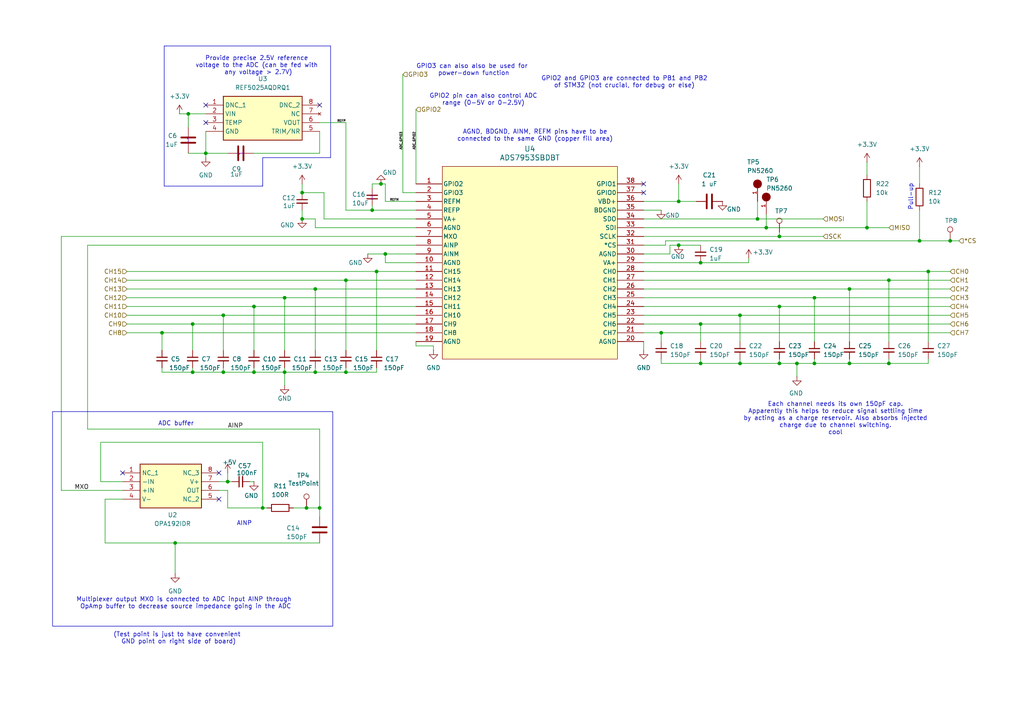
<source format=kicad_sch>
(kicad_sch
	(version 20250114)
	(generator "eeschema")
	(generator_version "9.0")
	(uuid "5e7b78fd-a9a9-4b33-9320-7e52266e080b")
	(paper "A4")
	(title_block
		(company "N-Pulse")
	)
	(lib_symbols
		(symbol "2025-03-12_09-53-19:ADS7953SBDBT"
			(pin_names
				(offset 0.254)
			)
			(exclude_from_sim no)
			(in_bom yes)
			(on_board yes)
			(property "Reference" "U9"
				(at 33.02 10.16 0)
				(effects
					(font
						(size 1.524 1.524)
					)
				)
			)
			(property "Value" "ADS7953SBDBT"
				(at 33.02 7.62 0)
				(effects
					(font
						(size 1.524 1.524)
					)
				)
			)
			(property "Footprint" "ADS7953SBDBT:DBT38"
				(at 0 0 0)
				(effects
					(font
						(size 1.27 1.27)
						(italic yes)
					)
					(hide yes)
				)
			)
			(property "Datasheet" "ADS7953SBDBT"
				(at 0 0 0)
				(effects
					(font
						(size 1.27 1.27)
						(italic yes)
					)
					(hide yes)
				)
			)
			(property "Description" ""
				(at 0 0 0)
				(effects
					(font
						(size 1.27 1.27)
					)
					(hide yes)
				)
			)
			(property "ki_locked" ""
				(at 0 0 0)
				(effects
					(font
						(size 1.27 1.27)
					)
				)
			)
			(property "ki_keywords" "ADS7953SBDBT"
				(at 0 0 0)
				(effects
					(font
						(size 1.27 1.27)
					)
					(hide yes)
				)
			)
			(property "ki_fp_filters" "DBT38 DBT38-M DBT38-L"
				(at 0 0 0)
				(effects
					(font
						(size 1.27 1.27)
					)
					(hide yes)
				)
			)
			(symbol "ADS7953SBDBT_0_1"
				(pin bidirectional line
					(at 0 0 0)
					(length 7.62)
					(name "GPIO2"
						(effects
							(font
								(size 1.27 1.27)
							)
						)
					)
					(number "1"
						(effects
							(font
								(size 1.27 1.27)
							)
						)
					)
				)
				(pin bidirectional line
					(at 0 -2.54 0)
					(length 7.62)
					(name "GPIO3"
						(effects
							(font
								(size 1.27 1.27)
							)
						)
					)
					(number "2"
						(effects
							(font
								(size 1.27 1.27)
							)
						)
					)
				)
				(pin input line
					(at 0 -5.08 0)
					(length 7.62)
					(name "REFM"
						(effects
							(font
								(size 1.27 1.27)
							)
						)
					)
					(number "3"
						(effects
							(font
								(size 1.27 1.27)
							)
						)
					)
				)
				(pin input line
					(at 0 -7.62 0)
					(length 7.62)
					(name "REFP"
						(effects
							(font
								(size 1.27 1.27)
							)
						)
					)
					(number "4"
						(effects
							(font
								(size 1.27 1.27)
							)
						)
					)
				)
				(pin power_in line
					(at 0 -10.16 0)
					(length 7.62)
					(name "VA+"
						(effects
							(font
								(size 1.27 1.27)
							)
						)
					)
					(number "5"
						(effects
							(font
								(size 1.27 1.27)
							)
						)
					)
				)
				(pin power_in line
					(at 0 -12.7 0)
					(length 7.62)
					(name "AGND"
						(effects
							(font
								(size 1.27 1.27)
							)
						)
					)
					(number "6"
						(effects
							(font
								(size 1.27 1.27)
							)
						)
					)
				)
				(pin output line
					(at 0 -15.24 0)
					(length 7.62)
					(name "MXO"
						(effects
							(font
								(size 1.27 1.27)
							)
						)
					)
					(number "7"
						(effects
							(font
								(size 1.27 1.27)
							)
						)
					)
				)
				(pin input line
					(at 0 -17.78 0)
					(length 7.62)
					(name "AINP"
						(effects
							(font
								(size 1.27 1.27)
							)
						)
					)
					(number "8"
						(effects
							(font
								(size 1.27 1.27)
							)
						)
					)
				)
				(pin input line
					(at 0 -20.32 0)
					(length 7.62)
					(name "AINM"
						(effects
							(font
								(size 1.27 1.27)
							)
						)
					)
					(number "9"
						(effects
							(font
								(size 1.27 1.27)
							)
						)
					)
				)
				(pin power_in line
					(at 0 -22.86 0)
					(length 7.62)
					(name "AGND"
						(effects
							(font
								(size 1.27 1.27)
							)
						)
					)
					(number "10"
						(effects
							(font
								(size 1.27 1.27)
							)
						)
					)
				)
				(pin input line
					(at 0 -25.4 0)
					(length 7.62)
					(name "CH15"
						(effects
							(font
								(size 1.27 1.27)
							)
						)
					)
					(number "11"
						(effects
							(font
								(size 1.27 1.27)
							)
						)
					)
				)
				(pin input line
					(at 0 -27.94 0)
					(length 7.62)
					(name "CH14"
						(effects
							(font
								(size 1.27 1.27)
							)
						)
					)
					(number "12"
						(effects
							(font
								(size 1.27 1.27)
							)
						)
					)
				)
				(pin input line
					(at 0 -30.48 0)
					(length 7.62)
					(name "CH13"
						(effects
							(font
								(size 1.27 1.27)
							)
						)
					)
					(number "13"
						(effects
							(font
								(size 1.27 1.27)
							)
						)
					)
				)
				(pin input line
					(at 0 -33.02 0)
					(length 7.62)
					(name "CH12"
						(effects
							(font
								(size 1.27 1.27)
							)
						)
					)
					(number "14"
						(effects
							(font
								(size 1.27 1.27)
							)
						)
					)
				)
				(pin input line
					(at 0 -35.56 0)
					(length 7.62)
					(name "CH11"
						(effects
							(font
								(size 1.27 1.27)
							)
						)
					)
					(number "15"
						(effects
							(font
								(size 1.27 1.27)
							)
						)
					)
				)
				(pin input line
					(at 0 -38.1 0)
					(length 7.62)
					(name "CH10"
						(effects
							(font
								(size 1.27 1.27)
							)
						)
					)
					(number "16"
						(effects
							(font
								(size 1.27 1.27)
							)
						)
					)
				)
				(pin input line
					(at 0 -40.64 0)
					(length 7.62)
					(name "CH9"
						(effects
							(font
								(size 1.27 1.27)
							)
						)
					)
					(number "17"
						(effects
							(font
								(size 1.27 1.27)
							)
						)
					)
				)
				(pin input line
					(at 0 -43.18 0)
					(length 7.62)
					(name "CH8"
						(effects
							(font
								(size 1.27 1.27)
							)
						)
					)
					(number "18"
						(effects
							(font
								(size 1.27 1.27)
							)
						)
					)
				)
				(pin power_in line
					(at 0 -45.72 0)
					(length 7.62)
					(name "AGND"
						(effects
							(font
								(size 1.27 1.27)
							)
						)
					)
					(number "19"
						(effects
							(font
								(size 1.27 1.27)
							)
						)
					)
				)
				(pin bidirectional line
					(at 66.04 0 180)
					(length 7.62)
					(name "GPIO1"
						(effects
							(font
								(size 1.27 1.27)
							)
						)
					)
					(number "38"
						(effects
							(font
								(size 1.27 1.27)
							)
						)
					)
				)
				(pin bidirectional line
					(at 66.04 -2.54 180)
					(length 7.62)
					(name "GPIO0"
						(effects
							(font
								(size 1.27 1.27)
							)
						)
					)
					(number "37"
						(effects
							(font
								(size 1.27 1.27)
							)
						)
					)
				)
				(pin power_in line
					(at 66.04 -5.08 180)
					(length 7.62)
					(name "VBD+"
						(effects
							(font
								(size 1.27 1.27)
							)
						)
					)
					(number "36"
						(effects
							(font
								(size 1.27 1.27)
							)
						)
					)
				)
				(pin power_in line
					(at 66.04 -7.62 180)
					(length 7.62)
					(name "BDGND"
						(effects
							(font
								(size 1.27 1.27)
							)
						)
					)
					(number "35"
						(effects
							(font
								(size 1.27 1.27)
							)
						)
					)
				)
				(pin output line
					(at 66.04 -10.16 180)
					(length 7.62)
					(name "SDO"
						(effects
							(font
								(size 1.27 1.27)
							)
						)
					)
					(number "34"
						(effects
							(font
								(size 1.27 1.27)
							)
						)
					)
				)
				(pin input line
					(at 66.04 -12.7 180)
					(length 7.62)
					(name "SDI"
						(effects
							(font
								(size 1.27 1.27)
							)
						)
					)
					(number "33"
						(effects
							(font
								(size 1.27 1.27)
							)
						)
					)
				)
				(pin input line
					(at 66.04 -15.24 180)
					(length 7.62)
					(name "SCLK"
						(effects
							(font
								(size 1.27 1.27)
							)
						)
					)
					(number "32"
						(effects
							(font
								(size 1.27 1.27)
							)
						)
					)
				)
				(pin input line
					(at 66.04 -17.78 180)
					(length 7.62)
					(name "*CS"
						(effects
							(font
								(size 1.27 1.27)
							)
						)
					)
					(number "31"
						(effects
							(font
								(size 1.27 1.27)
							)
						)
					)
				)
				(pin power_in line
					(at 66.04 -20.32 180)
					(length 7.62)
					(name "AGND"
						(effects
							(font
								(size 1.27 1.27)
							)
						)
					)
					(number "30"
						(effects
							(font
								(size 1.27 1.27)
							)
						)
					)
				)
				(pin power_in line
					(at 66.04 -22.86 180)
					(length 7.62)
					(name "VA+"
						(effects
							(font
								(size 1.27 1.27)
							)
						)
					)
					(number "29"
						(effects
							(font
								(size 1.27 1.27)
							)
						)
					)
				)
				(pin input line
					(at 66.04 -25.4 180)
					(length 7.62)
					(name "CH0"
						(effects
							(font
								(size 1.27 1.27)
							)
						)
					)
					(number "28"
						(effects
							(font
								(size 1.27 1.27)
							)
						)
					)
				)
				(pin input line
					(at 66.04 -27.94 180)
					(length 7.62)
					(name "CH1"
						(effects
							(font
								(size 1.27 1.27)
							)
						)
					)
					(number "27"
						(effects
							(font
								(size 1.27 1.27)
							)
						)
					)
				)
				(pin input line
					(at 66.04 -30.48 180)
					(length 7.62)
					(name "CH2"
						(effects
							(font
								(size 1.27 1.27)
							)
						)
					)
					(number "26"
						(effects
							(font
								(size 1.27 1.27)
							)
						)
					)
				)
				(pin input line
					(at 66.04 -33.02 180)
					(length 7.62)
					(name "CH3"
						(effects
							(font
								(size 1.27 1.27)
							)
						)
					)
					(number "25"
						(effects
							(font
								(size 1.27 1.27)
							)
						)
					)
				)
				(pin input line
					(at 66.04 -35.56 180)
					(length 7.62)
					(name "CH4"
						(effects
							(font
								(size 1.27 1.27)
							)
						)
					)
					(number "24"
						(effects
							(font
								(size 1.27 1.27)
							)
						)
					)
				)
				(pin input line
					(at 66.04 -38.1 180)
					(length 7.62)
					(name "CH5"
						(effects
							(font
								(size 1.27 1.27)
							)
						)
					)
					(number "23"
						(effects
							(font
								(size 1.27 1.27)
							)
						)
					)
				)
				(pin input line
					(at 66.04 -40.64 180)
					(length 7.62)
					(name "CH6"
						(effects
							(font
								(size 1.27 1.27)
							)
						)
					)
					(number "22"
						(effects
							(font
								(size 1.27 1.27)
							)
						)
					)
				)
				(pin input line
					(at 66.04 -43.18 180)
					(length 7.62)
					(name "CH7"
						(effects
							(font
								(size 1.27 1.27)
							)
						)
					)
					(number "21"
						(effects
							(font
								(size 1.27 1.27)
							)
						)
					)
				)
				(pin power_in line
					(at 66.04 -45.72 180)
					(length 7.62)
					(name "AGND"
						(effects
							(font
								(size 1.27 1.27)
							)
						)
					)
					(number "20"
						(effects
							(font
								(size 1.27 1.27)
							)
						)
					)
				)
			)
			(symbol "ADS7953SBDBT_1_1"
				(rectangle
					(start 7.62 5.08)
					(end 58.42 -50.8)
					(stroke
						(width 0)
						(type default)
					)
					(fill
						(type background)
					)
				)
			)
			(embedded_fonts no)
		)
		(symbol "Connector:TestPoint"
			(pin_numbers
				(hide yes)
			)
			(pin_names
				(offset 0.762)
				(hide yes)
			)
			(exclude_from_sim no)
			(in_bom yes)
			(on_board yes)
			(property "Reference" "TP"
				(at 0 6.858 0)
				(effects
					(font
						(size 1.27 1.27)
					)
				)
			)
			(property "Value" "TestPoint"
				(at 0 5.08 0)
				(effects
					(font
						(size 1.27 1.27)
					)
				)
			)
			(property "Footprint" ""
				(at 5.08 0 0)
				(effects
					(font
						(size 1.27 1.27)
					)
					(hide yes)
				)
			)
			(property "Datasheet" "~"
				(at 5.08 0 0)
				(effects
					(font
						(size 1.27 1.27)
					)
					(hide yes)
				)
			)
			(property "Description" "test point"
				(at 0 0 0)
				(effects
					(font
						(size 1.27 1.27)
					)
					(hide yes)
				)
			)
			(property "ki_keywords" "test point tp"
				(at 0 0 0)
				(effects
					(font
						(size 1.27 1.27)
					)
					(hide yes)
				)
			)
			(property "ki_fp_filters" "Pin* Test*"
				(at 0 0 0)
				(effects
					(font
						(size 1.27 1.27)
					)
					(hide yes)
				)
			)
			(symbol "TestPoint_0_1"
				(circle
					(center 0 3.302)
					(radius 0.762)
					(stroke
						(width 0)
						(type default)
					)
					(fill
						(type none)
					)
				)
			)
			(symbol "TestPoint_1_1"
				(pin passive line
					(at 0 0 90)
					(length 2.54)
					(name "1"
						(effects
							(font
								(size 1.27 1.27)
							)
						)
					)
					(number "1"
						(effects
							(font
								(size 1.27 1.27)
							)
						)
					)
				)
			)
			(embedded_fonts no)
		)
		(symbol "Device:C"
			(pin_numbers
				(hide yes)
			)
			(pin_names
				(offset 0.254)
			)
			(exclude_from_sim no)
			(in_bom yes)
			(on_board yes)
			(property "Reference" "C"
				(at 0.635 2.54 0)
				(effects
					(font
						(size 1.27 1.27)
					)
					(justify left)
				)
			)
			(property "Value" "C"
				(at 0.635 -2.54 0)
				(effects
					(font
						(size 1.27 1.27)
					)
					(justify left)
				)
			)
			(property "Footprint" ""
				(at 0.9652 -3.81 0)
				(effects
					(font
						(size 1.27 1.27)
					)
					(hide yes)
				)
			)
			(property "Datasheet" "~"
				(at 0 0 0)
				(effects
					(font
						(size 1.27 1.27)
					)
					(hide yes)
				)
			)
			(property "Description" "Unpolarized capacitor"
				(at 0 0 0)
				(effects
					(font
						(size 1.27 1.27)
					)
					(hide yes)
				)
			)
			(property "ki_keywords" "cap capacitor"
				(at 0 0 0)
				(effects
					(font
						(size 1.27 1.27)
					)
					(hide yes)
				)
			)
			(property "ki_fp_filters" "C_*"
				(at 0 0 0)
				(effects
					(font
						(size 1.27 1.27)
					)
					(hide yes)
				)
			)
			(symbol "C_0_1"
				(polyline
					(pts
						(xy -2.032 0.762) (xy 2.032 0.762)
					)
					(stroke
						(width 0.508)
						(type default)
					)
					(fill
						(type none)
					)
				)
				(polyline
					(pts
						(xy -2.032 -0.762) (xy 2.032 -0.762)
					)
					(stroke
						(width 0.508)
						(type default)
					)
					(fill
						(type none)
					)
				)
			)
			(symbol "C_1_1"
				(pin passive line
					(at 0 3.81 270)
					(length 2.794)
					(name "~"
						(effects
							(font
								(size 1.27 1.27)
							)
						)
					)
					(number "1"
						(effects
							(font
								(size 1.27 1.27)
							)
						)
					)
				)
				(pin passive line
					(at 0 -3.81 90)
					(length 2.794)
					(name "~"
						(effects
							(font
								(size 1.27 1.27)
							)
						)
					)
					(number "2"
						(effects
							(font
								(size 1.27 1.27)
							)
						)
					)
				)
			)
			(embedded_fonts no)
		)
		(symbol "Device:C_Small"
			(pin_numbers
				(hide yes)
			)
			(pin_names
				(offset 0.254)
				(hide yes)
			)
			(exclude_from_sim no)
			(in_bom yes)
			(on_board yes)
			(property "Reference" "C"
				(at 0.254 1.778 0)
				(effects
					(font
						(size 1.27 1.27)
					)
					(justify left)
				)
			)
			(property "Value" "C_Small"
				(at 0.254 -2.032 0)
				(effects
					(font
						(size 1.27 1.27)
					)
					(justify left)
				)
			)
			(property "Footprint" ""
				(at 0 0 0)
				(effects
					(font
						(size 1.27 1.27)
					)
					(hide yes)
				)
			)
			(property "Datasheet" "~"
				(at 0 0 0)
				(effects
					(font
						(size 1.27 1.27)
					)
					(hide yes)
				)
			)
			(property "Description" "Unpolarized capacitor, small symbol"
				(at 0 0 0)
				(effects
					(font
						(size 1.27 1.27)
					)
					(hide yes)
				)
			)
			(property "ki_keywords" "capacitor cap"
				(at 0 0 0)
				(effects
					(font
						(size 1.27 1.27)
					)
					(hide yes)
				)
			)
			(property "ki_fp_filters" "C_*"
				(at 0 0 0)
				(effects
					(font
						(size 1.27 1.27)
					)
					(hide yes)
				)
			)
			(symbol "C_Small_0_1"
				(polyline
					(pts
						(xy -1.524 0.508) (xy 1.524 0.508)
					)
					(stroke
						(width 0.3048)
						(type default)
					)
					(fill
						(type none)
					)
				)
				(polyline
					(pts
						(xy -1.524 -0.508) (xy 1.524 -0.508)
					)
					(stroke
						(width 0.3302)
						(type default)
					)
					(fill
						(type none)
					)
				)
			)
			(symbol "C_Small_1_1"
				(pin passive line
					(at 0 2.54 270)
					(length 2.032)
					(name "~"
						(effects
							(font
								(size 1.27 1.27)
							)
						)
					)
					(number "1"
						(effects
							(font
								(size 1.27 1.27)
							)
						)
					)
				)
				(pin passive line
					(at 0 -2.54 90)
					(length 2.032)
					(name "~"
						(effects
							(font
								(size 1.27 1.27)
							)
						)
					)
					(number "2"
						(effects
							(font
								(size 1.27 1.27)
							)
						)
					)
				)
			)
			(embedded_fonts no)
		)
		(symbol "Device:R"
			(pin_numbers
				(hide yes)
			)
			(pin_names
				(offset 0)
			)
			(exclude_from_sim no)
			(in_bom yes)
			(on_board yes)
			(property "Reference" "R"
				(at 2.032 0 90)
				(effects
					(font
						(size 1.27 1.27)
					)
				)
			)
			(property "Value" "R"
				(at 0 0 90)
				(effects
					(font
						(size 1.27 1.27)
					)
				)
			)
			(property "Footprint" ""
				(at -1.778 0 90)
				(effects
					(font
						(size 1.27 1.27)
					)
					(hide yes)
				)
			)
			(property "Datasheet" "~"
				(at 0 0 0)
				(effects
					(font
						(size 1.27 1.27)
					)
					(hide yes)
				)
			)
			(property "Description" "Resistor"
				(at 0 0 0)
				(effects
					(font
						(size 1.27 1.27)
					)
					(hide yes)
				)
			)
			(property "ki_keywords" "R res resistor"
				(at 0 0 0)
				(effects
					(font
						(size 1.27 1.27)
					)
					(hide yes)
				)
			)
			(property "ki_fp_filters" "R_*"
				(at 0 0 0)
				(effects
					(font
						(size 1.27 1.27)
					)
					(hide yes)
				)
			)
			(symbol "R_0_1"
				(rectangle
					(start -1.016 -2.54)
					(end 1.016 2.54)
					(stroke
						(width 0.254)
						(type default)
					)
					(fill
						(type none)
					)
				)
			)
			(symbol "R_1_1"
				(pin passive line
					(at 0 3.81 270)
					(length 1.27)
					(name "~"
						(effects
							(font
								(size 1.27 1.27)
							)
						)
					)
					(number "1"
						(effects
							(font
								(size 1.27 1.27)
							)
						)
					)
				)
				(pin passive line
					(at 0 -3.81 90)
					(length 1.27)
					(name "~"
						(effects
							(font
								(size 1.27 1.27)
							)
						)
					)
					(number "2"
						(effects
							(font
								(size 1.27 1.27)
							)
						)
					)
				)
			)
			(embedded_fonts no)
		)
		(symbol "OPA192IDR:OPA192IDR"
			(exclude_from_sim no)
			(in_bom yes)
			(on_board yes)
			(property "Reference" "IC"
				(at 24.13 7.62 0)
				(effects
					(font
						(size 1.27 1.27)
					)
					(justify left top)
				)
			)
			(property "Value" "OPA192IDR"
				(at 24.13 5.08 0)
				(effects
					(font
						(size 1.27 1.27)
					)
					(justify left top)
				)
			)
			(property "Footprint" "SOIC127P600X175-8N"
				(at 24.13 -94.92 0)
				(effects
					(font
						(size 1.27 1.27)
					)
					(justify left top)
					(hide yes)
				)
			)
			(property "Datasheet" "http://www.ti.com/lit/gpn/opa192"
				(at 24.13 -194.92 0)
				(effects
					(font
						(size 1.27 1.27)
					)
					(justify left top)
					(hide yes)
				)
			)
			(property "Description" "High-Voltage, Rail-to-Rail Input/Output, 5V, 0.2V/C, Precision Operational Amplifier"
				(at 0 0 0)
				(effects
					(font
						(size 1.27 1.27)
					)
					(hide yes)
				)
			)
			(property "Height" "1.75"
				(at 24.13 -394.92 0)
				(effects
					(font
						(size 1.27 1.27)
					)
					(justify left top)
					(hide yes)
				)
			)
			(property "Mouser Part Number" "595-OPA192IDR"
				(at 24.13 -494.92 0)
				(effects
					(font
						(size 1.27 1.27)
					)
					(justify left top)
					(hide yes)
				)
			)
			(property "Mouser Price/Stock" "https://www.mouser.co.uk/ProductDetail/Texas-Instruments/OPA192IDR?qs=wrT8kFYR77%252BLV20WgpFlnQ%3D%3D"
				(at 24.13 -594.92 0)
				(effects
					(font
						(size 1.27 1.27)
					)
					(justify left top)
					(hide yes)
				)
			)
			(property "Manufacturer_Name" "Texas Instruments"
				(at 24.13 -694.92 0)
				(effects
					(font
						(size 1.27 1.27)
					)
					(justify left top)
					(hide yes)
				)
			)
			(property "Manufacturer_Part_Number" "OPA192IDR"
				(at 24.13 -794.92 0)
				(effects
					(font
						(size 1.27 1.27)
					)
					(justify left top)
					(hide yes)
				)
			)
			(symbol "OPA192IDR_1_1"
				(rectangle
					(start 5.08 2.54)
					(end 22.86 -10.16)
					(stroke
						(width 0.254)
						(type default)
					)
					(fill
						(type background)
					)
				)
				(pin passive line
					(at 0 0 0)
					(length 5.08)
					(name "NC_1"
						(effects
							(font
								(size 1.27 1.27)
							)
						)
					)
					(number "1"
						(effects
							(font
								(size 1.27 1.27)
							)
						)
					)
				)
				(pin passive line
					(at 0 -2.54 0)
					(length 5.08)
					(name "-IN"
						(effects
							(font
								(size 1.27 1.27)
							)
						)
					)
					(number "2"
						(effects
							(font
								(size 1.27 1.27)
							)
						)
					)
				)
				(pin passive line
					(at 0 -5.08 0)
					(length 5.08)
					(name "+IN"
						(effects
							(font
								(size 1.27 1.27)
							)
						)
					)
					(number "3"
						(effects
							(font
								(size 1.27 1.27)
							)
						)
					)
				)
				(pin passive line
					(at 0 -7.62 0)
					(length 5.08)
					(name "V-"
						(effects
							(font
								(size 1.27 1.27)
							)
						)
					)
					(number "4"
						(effects
							(font
								(size 1.27 1.27)
							)
						)
					)
				)
				(pin passive line
					(at 27.94 0 180)
					(length 5.08)
					(name "NC_3"
						(effects
							(font
								(size 1.27 1.27)
							)
						)
					)
					(number "8"
						(effects
							(font
								(size 1.27 1.27)
							)
						)
					)
				)
				(pin passive line
					(at 27.94 -2.54 180)
					(length 5.08)
					(name "V+"
						(effects
							(font
								(size 1.27 1.27)
							)
						)
					)
					(number "7"
						(effects
							(font
								(size 1.27 1.27)
							)
						)
					)
				)
				(pin passive line
					(at 27.94 -5.08 180)
					(length 5.08)
					(name "OUT"
						(effects
							(font
								(size 1.27 1.27)
							)
						)
					)
					(number "6"
						(effects
							(font
								(size 1.27 1.27)
							)
						)
					)
				)
				(pin passive line
					(at 27.94 -7.62 180)
					(length 5.08)
					(name "NC_2"
						(effects
							(font
								(size 1.27 1.27)
							)
						)
					)
					(number "5"
						(effects
							(font
								(size 1.27 1.27)
							)
						)
					)
				)
			)
			(embedded_fonts no)
		)
		(symbol "PN5260:5260"
			(pin_names
				(offset 1.016)
			)
			(exclude_from_sim no)
			(in_bom yes)
			(on_board yes)
			(property "Reference" "TP"
				(at -2.5444 2.5415 0)
				(effects
					(font
						(size 1.27 1.27)
					)
					(justify left bottom)
				)
			)
			(property "Value" "5260"
				(at -2.55 -5.0866 0)
				(effects
					(font
						(size 1.27 1.27)
					)
					(justify left bottom)
				)
			)
			(property "Footprint" "5260:KEYSTONE_5260"
				(at 0 0 0)
				(effects
					(font
						(size 1.27 1.27)
					)
					(justify bottom)
					(hide yes)
				)
			)
			(property "Datasheet" ""
				(at 0 0 0)
				(effects
					(font
						(size 1.27 1.27)
					)
					(hide yes)
				)
			)
			(property "Description" ""
				(at 0 0 0)
				(effects
					(font
						(size 1.27 1.27)
					)
					(hide yes)
				)
			)
			(property "PARTREV" ""
				(at 0 0 0)
				(effects
					(font
						(size 1.27 1.27)
					)
					(justify bottom)
					(hide yes)
				)
			)
			(property "STANDARD" "Manufacturer Recommendations"
				(at 0 0 0)
				(effects
					(font
						(size 1.27 1.27)
					)
					(justify bottom)
					(hide yes)
				)
			)
			(property "SNAPEDA_PN" "5260"
				(at 0 0 0)
				(effects
					(font
						(size 1.27 1.27)
					)
					(justify bottom)
					(hide yes)
				)
			)
			(property "MAXIMUM_PACKAGE_HEIGHT" "4.57mm"
				(at 0 0 0)
				(effects
					(font
						(size 1.27 1.27)
					)
					(justify bottom)
					(hide yes)
				)
			)
			(property "MANUFACTURER" "Keystone"
				(at 0 0 0)
				(effects
					(font
						(size 1.27 1.27)
					)
					(justify bottom)
					(hide yes)
				)
			)
			(symbol "5260_0_0"
				(circle
					(center 0 0)
					(radius 0.635)
					(stroke
						(width 1.27)
						(type default)
					)
					(fill
						(type none)
					)
				)
				(pin passive line
					(at -5.08 0 0)
					(length 5.08)
					(name "~"
						(effects
							(font
								(size 1.016 1.016)
							)
						)
					)
					(number "1"
						(effects
							(font
								(size 1.016 1.016)
							)
						)
					)
				)
			)
			(embedded_fonts no)
		)
		(symbol "REF5025AQDRQ1:REF5025AQDRQ1"
			(exclude_from_sim no)
			(in_bom yes)
			(on_board yes)
			(property "Reference" "IC"
				(at 29.21 7.62 0)
				(effects
					(font
						(size 1.27 1.27)
					)
					(justify left top)
				)
			)
			(property "Value" "REF5025AQDRQ1"
				(at 29.21 5.08 0)
				(effects
					(font
						(size 1.27 1.27)
					)
					(justify left top)
				)
			)
			(property "Footprint" "SOIC127P600X175-8N"
				(at 29.21 -94.92 0)
				(effects
					(font
						(size 1.27 1.27)
					)
					(justify left top)
					(hide yes)
				)
			)
			(property "Datasheet" "http://www.ti.com/lit/gpn/ref5025a-q1"
				(at 29.21 -194.92 0)
				(effects
					(font
						(size 1.27 1.27)
					)
					(justify left top)
					(hide yes)
				)
			)
			(property "Description" "Automotive Low Noise, Very Low Drift, Precision 2.5V Series Voltage Reference"
				(at 0 0 0)
				(effects
					(font
						(size 1.27 1.27)
					)
					(hide yes)
				)
			)
			(property "Height" "1.75"
				(at 29.21 -394.92 0)
				(effects
					(font
						(size 1.27 1.27)
					)
					(justify left top)
					(hide yes)
				)
			)
			(property "Mouser Part Number" "595-REF5025AQDRQ1"
				(at 29.21 -494.92 0)
				(effects
					(font
						(size 1.27 1.27)
					)
					(justify left top)
					(hide yes)
				)
			)
			(property "Mouser Price/Stock" "https://www.mouser.co.uk/ProductDetail/Texas-Instruments/REF5025AQDRQ1?qs=jnnG3uwte7w8iuVSV8mElA%3D%3D"
				(at 29.21 -594.92 0)
				(effects
					(font
						(size 1.27 1.27)
					)
					(justify left top)
					(hide yes)
				)
			)
			(property "Manufacturer_Name" "Texas Instruments"
				(at 29.21 -694.92 0)
				(effects
					(font
						(size 1.27 1.27)
					)
					(justify left top)
					(hide yes)
				)
			)
			(property "Manufacturer_Part_Number" "REF5025AQDRQ1"
				(at 29.21 -794.92 0)
				(effects
					(font
						(size 1.27 1.27)
					)
					(justify left top)
					(hide yes)
				)
			)
			(symbol "REF5025AQDRQ1_1_1"
				(rectangle
					(start 5.08 2.54)
					(end 27.94 -10.16)
					(stroke
						(width 0.254)
						(type default)
					)
					(fill
						(type background)
					)
				)
				(pin passive line
					(at 0 0 0)
					(length 5.08)
					(name "DNC_1"
						(effects
							(font
								(size 1.27 1.27)
							)
						)
					)
					(number "1"
						(effects
							(font
								(size 1.27 1.27)
							)
						)
					)
				)
				(pin passive line
					(at 0 -2.54 0)
					(length 5.08)
					(name "VIN"
						(effects
							(font
								(size 1.27 1.27)
							)
						)
					)
					(number "2"
						(effects
							(font
								(size 1.27 1.27)
							)
						)
					)
				)
				(pin passive line
					(at 0 -5.08 0)
					(length 5.08)
					(name "TEMP"
						(effects
							(font
								(size 1.27 1.27)
							)
						)
					)
					(number "3"
						(effects
							(font
								(size 1.27 1.27)
							)
						)
					)
				)
				(pin passive line
					(at 0 -7.62 0)
					(length 5.08)
					(name "GND"
						(effects
							(font
								(size 1.27 1.27)
							)
						)
					)
					(number "4"
						(effects
							(font
								(size 1.27 1.27)
							)
						)
					)
				)
				(pin passive line
					(at 33.02 0 180)
					(length 5.08)
					(name "DNC_2"
						(effects
							(font
								(size 1.27 1.27)
							)
						)
					)
					(number "8"
						(effects
							(font
								(size 1.27 1.27)
							)
						)
					)
				)
				(pin no_connect line
					(at 33.02 -2.54 180)
					(length 5.08)
					(name "NC"
						(effects
							(font
								(size 1.27 1.27)
							)
						)
					)
					(number "7"
						(effects
							(font
								(size 1.27 1.27)
							)
						)
					)
				)
				(pin passive line
					(at 33.02 -5.08 180)
					(length 5.08)
					(name "VOUT"
						(effects
							(font
								(size 1.27 1.27)
							)
						)
					)
					(number "6"
						(effects
							(font
								(size 1.27 1.27)
							)
						)
					)
				)
				(pin passive line
					(at 33.02 -7.62 180)
					(length 5.08)
					(name "TRIM/NR"
						(effects
							(font
								(size 1.27 1.27)
							)
						)
					)
					(number "5"
						(effects
							(font
								(size 1.27 1.27)
							)
						)
					)
				)
			)
			(embedded_fonts no)
		)
		(symbol "power:+3.3V"
			(power)
			(pin_numbers
				(hide yes)
			)
			(pin_names
				(offset 0)
				(hide yes)
			)
			(exclude_from_sim no)
			(in_bom yes)
			(on_board yes)
			(property "Reference" "#PWR"
				(at 0 -3.81 0)
				(effects
					(font
						(size 1.27 1.27)
					)
					(hide yes)
				)
			)
			(property "Value" "+3.3V"
				(at 0 3.556 0)
				(effects
					(font
						(size 1.27 1.27)
					)
				)
			)
			(property "Footprint" ""
				(at 0 0 0)
				(effects
					(font
						(size 1.27 1.27)
					)
					(hide yes)
				)
			)
			(property "Datasheet" ""
				(at 0 0 0)
				(effects
					(font
						(size 1.27 1.27)
					)
					(hide yes)
				)
			)
			(property "Description" "Power symbol creates a global label with name \"+3.3V\""
				(at 0 0 0)
				(effects
					(font
						(size 1.27 1.27)
					)
					(hide yes)
				)
			)
			(property "ki_keywords" "global power"
				(at 0 0 0)
				(effects
					(font
						(size 1.27 1.27)
					)
					(hide yes)
				)
			)
			(symbol "+3.3V_0_1"
				(polyline
					(pts
						(xy -0.762 1.27) (xy 0 2.54)
					)
					(stroke
						(width 0)
						(type default)
					)
					(fill
						(type none)
					)
				)
				(polyline
					(pts
						(xy 0 2.54) (xy 0.762 1.27)
					)
					(stroke
						(width 0)
						(type default)
					)
					(fill
						(type none)
					)
				)
				(polyline
					(pts
						(xy 0 0) (xy 0 2.54)
					)
					(stroke
						(width 0)
						(type default)
					)
					(fill
						(type none)
					)
				)
			)
			(symbol "+3.3V_1_1"
				(pin power_in line
					(at 0 0 90)
					(length 0)
					(name "~"
						(effects
							(font
								(size 1.27 1.27)
							)
						)
					)
					(number "1"
						(effects
							(font
								(size 1.27 1.27)
							)
						)
					)
				)
			)
			(embedded_fonts no)
		)
		(symbol "power:+5V"
			(power)
			(pin_numbers
				(hide yes)
			)
			(pin_names
				(offset 0)
				(hide yes)
			)
			(exclude_from_sim no)
			(in_bom yes)
			(on_board yes)
			(property "Reference" "#PWR"
				(at 0 -3.81 0)
				(effects
					(font
						(size 1.27 1.27)
					)
					(hide yes)
				)
			)
			(property "Value" "+5V"
				(at 0 3.556 0)
				(effects
					(font
						(size 1.27 1.27)
					)
				)
			)
			(property "Footprint" ""
				(at 0 0 0)
				(effects
					(font
						(size 1.27 1.27)
					)
					(hide yes)
				)
			)
			(property "Datasheet" ""
				(at 0 0 0)
				(effects
					(font
						(size 1.27 1.27)
					)
					(hide yes)
				)
			)
			(property "Description" "Power symbol creates a global label with name \"+5V\""
				(at 0 0 0)
				(effects
					(font
						(size 1.27 1.27)
					)
					(hide yes)
				)
			)
			(property "ki_keywords" "global power"
				(at 0 0 0)
				(effects
					(font
						(size 1.27 1.27)
					)
					(hide yes)
				)
			)
			(symbol "+5V_0_1"
				(polyline
					(pts
						(xy -0.762 1.27) (xy 0 2.54)
					)
					(stroke
						(width 0)
						(type default)
					)
					(fill
						(type none)
					)
				)
				(polyline
					(pts
						(xy 0 2.54) (xy 0.762 1.27)
					)
					(stroke
						(width 0)
						(type default)
					)
					(fill
						(type none)
					)
				)
				(polyline
					(pts
						(xy 0 0) (xy 0 2.54)
					)
					(stroke
						(width 0)
						(type default)
					)
					(fill
						(type none)
					)
				)
			)
			(symbol "+5V_1_1"
				(pin power_in line
					(at 0 0 90)
					(length 0)
					(name "~"
						(effects
							(font
								(size 1.27 1.27)
							)
						)
					)
					(number "1"
						(effects
							(font
								(size 1.27 1.27)
							)
						)
					)
				)
			)
			(embedded_fonts no)
		)
		(symbol "power:GND"
			(power)
			(pin_numbers
				(hide yes)
			)
			(pin_names
				(offset 0)
				(hide yes)
			)
			(exclude_from_sim no)
			(in_bom yes)
			(on_board yes)
			(property "Reference" "#PWR"
				(at 0 -6.35 0)
				(effects
					(font
						(size 1.27 1.27)
					)
					(hide yes)
				)
			)
			(property "Value" "GND"
				(at 0 -3.81 0)
				(effects
					(font
						(size 1.27 1.27)
					)
				)
			)
			(property "Footprint" ""
				(at 0 0 0)
				(effects
					(font
						(size 1.27 1.27)
					)
					(hide yes)
				)
			)
			(property "Datasheet" ""
				(at 0 0 0)
				(effects
					(font
						(size 1.27 1.27)
					)
					(hide yes)
				)
			)
			(property "Description" "Power symbol creates a global label with name \"GND\" , ground"
				(at 0 0 0)
				(effects
					(font
						(size 1.27 1.27)
					)
					(hide yes)
				)
			)
			(property "ki_keywords" "global power"
				(at 0 0 0)
				(effects
					(font
						(size 1.27 1.27)
					)
					(hide yes)
				)
			)
			(symbol "GND_0_1"
				(polyline
					(pts
						(xy 0 0) (xy 0 -1.27) (xy 1.27 -1.27) (xy 0 -2.54) (xy -1.27 -1.27) (xy 0 -1.27)
					)
					(stroke
						(width 0)
						(type default)
					)
					(fill
						(type none)
					)
				)
			)
			(symbol "GND_1_1"
				(pin power_in line
					(at 0 0 270)
					(length 0)
					(name "~"
						(effects
							(font
								(size 1.27 1.27)
							)
						)
					)
					(number "1"
						(effects
							(font
								(size 1.27 1.27)
							)
						)
					)
				)
			)
			(embedded_fonts no)
		)
	)
	(text "AGND, BDGND, AINM, REFM pins have to be\nconnected to the same GND (copper fill area)\n"
		(exclude_from_sim no)
		(at 155.194 39.37 0)
		(effects
			(font
				(size 1.27 1.27)
			)
		)
		(uuid "0ba962b3-9c88-484f-8427-b39696fed06e")
	)
	(text "ADC buffer"
		(exclude_from_sim no)
		(at 51.054 122.936 0)
		(effects
			(font
				(size 1.27 1.27)
			)
		)
		(uuid "0dd3495f-22e3-4cfd-b299-fd44e1bd922a")
	)
	(text "Provide precise 2.5V reference \nvoltage to the ADC (can be fed with \nany voltage > 2.7V)\n"
		(exclude_from_sim no)
		(at 74.93 19.05 0)
		(effects
			(font
				(size 1.27 1.27)
			)
		)
		(uuid "6e2a9a8d-11ef-4577-aef8-310714a5699b")
	)
	(text "GPIO3 can also also be used for\n power-down function"
		(exclude_from_sim no)
		(at 136.906 20.32 0)
		(effects
			(font
				(size 1.27 1.27)
			)
		)
		(uuid "9929afcc-0828-47ac-ac4e-ac023caeaf30")
	)
	(text "Multiplexer output MXO is connected to ADC input AINP through \nOpAmp buffer to decrease source impedance going in the ADC\n\n\n\n"
		(exclude_from_sim no)
		(at 53.848 178.054 0)
		(effects
			(font
				(size 1.27 1.27)
			)
		)
		(uuid "a486131c-9cd1-41bc-8d86-4c4b735a8f5d")
	)
	(text "Each channel needs its own 150pF cap.\nApparently this helps to reduce signal settling time\nby acting as a charge reservoir. Also absorbs injected\ncharge due to channel switching.\ncool"
		(exclude_from_sim no)
		(at 242.316 121.412 0)
		(effects
			(font
				(size 1.27 1.27)
			)
		)
		(uuid "be3c6f07-e1cd-4ed6-a4aa-19f132aad26e")
	)
	(text "GPIO2 and GPIO3 are connected to PB1 and PB2\nof STM32 (not crucial, for debug or else)"
		(exclude_from_sim no)
		(at 181.102 23.876 0)
		(effects
			(font
				(size 1.27 1.27)
			)
		)
		(uuid "be48c91f-6130-45ba-8cf6-a97ac99f7394")
	)
	(text "AINP"
		(exclude_from_sim no)
		(at 70.866 151.892 0)
		(effects
			(font
				(size 1.27 1.27)
			)
		)
		(uuid "d9d1f4ef-9aaf-4b70-bcf8-e195d2de2c96")
	)
	(text "Pull-up\n"
		(exclude_from_sim no)
		(at 264.16 57.15 90)
		(effects
			(font
				(size 1.27 1.27)
			)
		)
		(uuid "f90fc7e4-2a5b-4b0b-81cd-ea9612f4e30c")
	)
	(text "GPIO2 pin can also control ADC\nrange (0-5V or 0-2.5V)"
		(exclude_from_sim no)
		(at 140.208 28.956 0)
		(effects
			(font
				(size 1.27 1.27)
			)
		)
		(uuid "f9d4697e-c259-4f8c-90a3-3390581f5d6e")
	)
	(text "(Test point is just to have convenient \nGND point on right side of board)"
		(exclude_from_sim no)
		(at 51.816 185.166 0)
		(effects
			(font
				(size 1.27 1.27)
			)
		)
		(uuid "ff79230d-d714-4efc-bbd6-4550979ee47b")
	)
	(text_box ""
		(exclude_from_sim no)
		(at 15.24 119.38 0)
		(size 81.28 62.23)
		(margins 0.9525 0.9525 0.9525 0.9525)
		(stroke
			(width 0)
			(type solid)
		)
		(fill
			(type none)
		)
		(effects
			(font
				(size 1.27 1.27)
			)
			(justify left top)
		)
		(uuid "a3dbdca3-6e21-48c0-87f1-1aef22dd92f6")
	)
	(junction
		(at 196.85 58.42)
		(diameter 0)
		(color 0 0 0 0)
		(uuid "0578a872-9dbf-4c30-892c-680b630cf1ae")
	)
	(junction
		(at 196.85 71.12)
		(diameter 0)
		(color 0 0 0 0)
		(uuid "06f6f9dd-4621-434e-95b7-07f2b9a7e6e2")
	)
	(junction
		(at 203.2 105.41)
		(diameter 0)
		(color 0 0 0 0)
		(uuid "09534f9a-3243-4ce6-b224-2109f86c25fd")
	)
	(junction
		(at 107.95 60.96)
		(diameter 0)
		(color 0 0 0 0)
		(uuid "0ceeb602-8860-4400-9854-44f9e74bda64")
	)
	(junction
		(at 110.49 53.34)
		(diameter 0)
		(color 0 0 0 0)
		(uuid "0d51844f-6fa8-4e6c-a144-1c1a8a5824b5")
	)
	(junction
		(at 50.8 157.48)
		(diameter 0)
		(color 0 0 0 0)
		(uuid "0f1a8399-b0d4-4ee8-b2a2-d23d8ad80c15")
	)
	(junction
		(at 269.24 78.74)
		(diameter 0)
		(color 0 0 0 0)
		(uuid "1202ee7b-ec49-44a6-9967-8e6a9527a687")
	)
	(junction
		(at 82.55 86.36)
		(diameter 0)
		(color 0 0 0 0)
		(uuid "1931fa67-0c4b-4815-a5ab-d0a3085ebc64")
	)
	(junction
		(at 111.76 73.66)
		(diameter 0)
		(color 0 0 0 0)
		(uuid "275f4ab5-dda9-4daf-8a5a-fc853370bf42")
	)
	(junction
		(at 73.66 88.9)
		(diameter 0)
		(color 0 0 0 0)
		(uuid "2b1339b4-61ed-4c9d-b073-54cc9c44f6fb")
	)
	(junction
		(at 100.33 107.95)
		(diameter 0)
		(color 0 0 0 0)
		(uuid "2c9cc9c7-783b-4657-9a13-400e08bfac5a")
	)
	(junction
		(at 266.7 69.85)
		(diameter 0)
		(color 0 0 0 0)
		(uuid "2deb0756-0289-4f21-aec2-4576cee412ea")
	)
	(junction
		(at 257.81 105.41)
		(diameter 0)
		(color 0 0 0 0)
		(uuid "3066a3fc-9ef0-4e08-9b76-9c70e96394ef")
	)
	(junction
		(at 226.06 105.41)
		(diameter 0)
		(color 0 0 0 0)
		(uuid "30c4d8ab-3d75-4087-8027-ca7df3a37cc3")
	)
	(junction
		(at 236.22 86.36)
		(diameter 0)
		(color 0 0 0 0)
		(uuid "3195b995-65bc-45bd-8b4d-3ebd274af5e6")
	)
	(junction
		(at 91.44 107.95)
		(diameter 0)
		(color 0 0 0 0)
		(uuid "35a36cb5-8c43-4ac3-9c7d-86f2e283862a")
	)
	(junction
		(at 82.55 107.95)
		(diameter 0)
		(color 0 0 0 0)
		(uuid "396a04ad-6202-4286-a24a-32aaeae7ba1d")
	)
	(junction
		(at 88.9 147.32)
		(diameter 0)
		(color 0 0 0 0)
		(uuid "40a454e5-9b60-4b1f-806e-10dea0a40f3c")
	)
	(junction
		(at 191.77 96.52)
		(diameter 0)
		(color 0 0 0 0)
		(uuid "46fc40ed-165e-4327-bcea-cf2b29460f20")
	)
	(junction
		(at 55.88 107.95)
		(diameter 0)
		(color 0 0 0 0)
		(uuid "4799e6a3-09a1-4671-9d7c-184da147dc51")
	)
	(junction
		(at 275.59 69.85)
		(diameter 0)
		(color 0 0 0 0)
		(uuid "4ae1de47-2bdd-4b39-af66-fe0c9c8b65a7")
	)
	(junction
		(at 251.46 66.04)
		(diameter 0)
		(color 0 0 0 0)
		(uuid "4f85430e-10fe-4486-9731-23f2d3d38b67")
	)
	(junction
		(at 64.77 107.95)
		(diameter 0)
		(color 0 0 0 0)
		(uuid "53265658-3a75-41c8-9847-ba0d2e199941")
	)
	(junction
		(at 59.69 44.45)
		(diameter 0)
		(color 0 0 0 0)
		(uuid "5f29693d-c206-431f-9320-3a8b186a6f11")
	)
	(junction
		(at 203.2 76.2)
		(diameter 0)
		(color 0 0 0 0)
		(uuid "6dc56988-b02d-47e0-b068-870c62bb2f98")
	)
	(junction
		(at 87.63 63.5)
		(diameter 0)
		(color 0 0 0 0)
		(uuid "79169f6b-9fd8-44f3-980a-bc0da62adf11")
	)
	(junction
		(at 54.61 33.02)
		(diameter 0)
		(color 0 0 0 0)
		(uuid "7b19a82c-6e36-43ce-91b4-9dd3cb7a2e2e")
	)
	(junction
		(at 246.38 83.82)
		(diameter 0)
		(color 0 0 0 0)
		(uuid "7e2fb0c5-c14f-4d22-aac2-453740cecb6b")
	)
	(junction
		(at 100.33 81.28)
		(diameter 0)
		(color 0 0 0 0)
		(uuid "82565bef-eba2-4b4b-bd40-7fd03b40e018")
	)
	(junction
		(at 76.2 147.32)
		(diameter 0)
		(color 0 0 0 0)
		(uuid "8767e8c3-30da-4568-b5e2-0bcbbff8acd5")
	)
	(junction
		(at 91.44 83.82)
		(diameter 0)
		(color 0 0 0 0)
		(uuid "9529bd1d-477a-4c5a-846f-f5e83d2fb6c1")
	)
	(junction
		(at 214.63 105.41)
		(diameter 0)
		(color 0 0 0 0)
		(uuid "ac5218ef-cb52-437f-a8e6-72c526896c5f")
	)
	(junction
		(at 46.99 96.52)
		(diameter 0)
		(color 0 0 0 0)
		(uuid "ae8b1e53-8c69-4ec9-8c03-f14e5a1f5bce")
	)
	(junction
		(at 203.2 93.98)
		(diameter 0)
		(color 0 0 0 0)
		(uuid "b6842173-41d9-4ace-ba9b-22aed24cdd61")
	)
	(junction
		(at 64.77 91.44)
		(diameter 0)
		(color 0 0 0 0)
		(uuid "b6e50453-8283-4e3f-b81f-1f121ad40ee5")
	)
	(junction
		(at 219.71 63.5)
		(diameter 0)
		(color 0 0 0 0)
		(uuid "b8f4f1ed-95c8-4d58-ad3d-2b5b56a4e166")
	)
	(junction
		(at 257.81 81.28)
		(diameter 0)
		(color 0 0 0 0)
		(uuid "be191446-cea2-4f1a-aa04-37e7ca2bf394")
	)
	(junction
		(at 55.88 93.98)
		(diameter 0)
		(color 0 0 0 0)
		(uuid "c9094d7d-e936-4cdf-9323-8d1b5ce0b57d")
	)
	(junction
		(at 73.66 107.95)
		(diameter 0)
		(color 0 0 0 0)
		(uuid "cb420c36-d953-4e60-aadf-a4ce96351c2d")
	)
	(junction
		(at 87.63 55.88)
		(diameter 0)
		(color 0 0 0 0)
		(uuid "cba70b97-c22e-4807-958f-555951228684")
	)
	(junction
		(at 66.04 139.7)
		(diameter 0)
		(color 0 0 0 0)
		(uuid "cfe4b8b8-81e1-4ab0-805b-1470840d5c07")
	)
	(junction
		(at 236.22 105.41)
		(diameter 0)
		(color 0 0 0 0)
		(uuid "d298588c-3cbc-4269-846b-c781b85d74c1")
	)
	(junction
		(at 226.06 68.58)
		(diameter 0)
		(color 0 0 0 0)
		(uuid "d2eafd7b-d380-4b1f-bd7f-051e8055de3e")
	)
	(junction
		(at 246.38 105.41)
		(diameter 0)
		(color 0 0 0 0)
		(uuid "ddd312da-820e-4536-a31d-a5dcfe31b457")
	)
	(junction
		(at 92.71 147.32)
		(diameter 0)
		(color 0 0 0 0)
		(uuid "df5022ce-7252-4540-8c79-64c6a7826617")
	)
	(junction
		(at 226.06 88.9)
		(diameter 0)
		(color 0 0 0 0)
		(uuid "e3355196-f796-4044-abfc-376dedc9052d")
	)
	(junction
		(at 214.63 91.44)
		(diameter 0)
		(color 0 0 0 0)
		(uuid "e5d18d97-c12d-4d98-b1d1-b430800a586b")
	)
	(junction
		(at 109.22 78.74)
		(diameter 0)
		(color 0 0 0 0)
		(uuid "e969b84e-9888-4593-8d71-d07bac51c8a5")
	)
	(junction
		(at 222.25 66.04)
		(diameter 0)
		(color 0 0 0 0)
		(uuid "f28805a3-bf79-4dcd-8ebd-99b4db9ffee7")
	)
	(junction
		(at 231.14 105.41)
		(diameter 0)
		(color 0 0 0 0)
		(uuid "f3bfa90e-d82c-4f93-9fab-56aefd2bdf7d")
	)
	(no_connect
		(at 59.69 30.48)
		(uuid "1ef642d3-19ea-495c-90ea-e1e369169c40")
	)
	(no_connect
		(at 186.69 53.34)
		(uuid "267ec09c-e719-4384-b716-eac6ca03e8e0")
	)
	(no_connect
		(at 59.69 35.56)
		(uuid "7c7fcb10-efe7-4106-8581-2fac9055036d")
	)
	(no_connect
		(at 63.5 137.16)
		(uuid "7da25408-2c94-4ada-94dd-2c79d5615bd6")
	)
	(no_connect
		(at 186.69 55.88)
		(uuid "827e180d-f7ea-48a4-bce0-490680a097c7")
	)
	(no_connect
		(at 92.71 30.48)
		(uuid "9f132f44-34d4-4899-83e1-331ef7c22082")
	)
	(no_connect
		(at 35.56 137.16)
		(uuid "af54dc46-23ff-4ace-881a-1818285cd2a0")
	)
	(no_connect
		(at 63.5 144.78)
		(uuid "e4f9d4c7-9e1e-4833-828c-4cbd593abb2d")
	)
	(wire
		(pts
			(xy 29.21 128.27) (xy 29.21 139.7)
		)
		(stroke
			(width 0)
			(type default)
		)
		(uuid "020a9317-c10f-4eab-a595-f3fae2bdf870")
	)
	(wire
		(pts
			(xy 52.07 33.02) (xy 54.61 33.02)
		)
		(stroke
			(width 0)
			(type default)
		)
		(uuid "028dc1e3-b7bf-44d0-8eb3-d59638646ee1")
	)
	(wire
		(pts
			(xy 203.2 93.98) (xy 275.59 93.98)
		)
		(stroke
			(width 0)
			(type default)
		)
		(uuid "0524ad95-8cbb-44f4-9011-4d34a2b4ec16")
	)
	(wire
		(pts
			(xy 82.55 86.36) (xy 120.65 86.36)
		)
		(stroke
			(width 0)
			(type default)
		)
		(uuid "059f6828-d5cd-4e0c-b724-cb6d0b38f4d3")
	)
	(wire
		(pts
			(xy 110.49 53.34) (xy 111.76 53.34)
		)
		(stroke
			(width 0)
			(type default)
		)
		(uuid "085ddfd9-7d4c-4a25-9cee-025add75d3ad")
	)
	(wire
		(pts
			(xy 92.71 44.45) (xy 73.66 44.45)
		)
		(stroke
			(width 0)
			(type default)
		)
		(uuid "0861c63b-584d-4b75-b68e-14b9f6a036e1")
	)
	(wire
		(pts
			(xy 63.5 142.24) (xy 66.04 142.24)
		)
		(stroke
			(width 0)
			(type default)
		)
		(uuid "087176f3-df34-4868-b65e-18912c9ac3e6")
	)
	(wire
		(pts
			(xy 186.69 83.82) (xy 246.38 83.82)
		)
		(stroke
			(width 0)
			(type default)
		)
		(uuid "096ee318-e8dc-41c3-859f-401d9a8bb2f6")
	)
	(polyline
		(pts
			(xy 47.625 53.975) (xy 48.895 53.975)
		)
		(stroke
			(width 0)
			(type default)
		)
		(uuid "09f3f810-8919-42f7-885e-cc0d969b97f2")
	)
	(wire
		(pts
			(xy 36.83 78.74) (xy 109.22 78.74)
		)
		(stroke
			(width 0)
			(type default)
		)
		(uuid "0a341d78-01f9-410b-ad6f-4612c0755e9a")
	)
	(wire
		(pts
			(xy 87.63 63.5) (xy 91.44 63.5)
		)
		(stroke
			(width 0)
			(type default)
		)
		(uuid "0aa28b3e-4ebf-4e7b-b9eb-c6f159befe6e")
	)
	(wire
		(pts
			(xy 76.2 147.32) (xy 77.47 147.32)
		)
		(stroke
			(width 0)
			(type default)
		)
		(uuid "0b117c10-497a-4118-8712-6894bdcbbf6f")
	)
	(wire
		(pts
			(xy 30.48 144.78) (xy 35.56 144.78)
		)
		(stroke
			(width 0)
			(type default)
		)
		(uuid "0d532a43-55be-4efb-ab6e-a26a552998a1")
	)
	(wire
		(pts
			(xy 186.69 99.06) (xy 186.69 101.6)
		)
		(stroke
			(width 0)
			(type default)
		)
		(uuid "0d7f0390-d57d-404f-a3a5-184b9e63b85d")
	)
	(wire
		(pts
			(xy 50.8 157.48) (xy 50.8 166.37)
		)
		(stroke
			(width 0)
			(type default)
		)
		(uuid "10826816-6f3b-4f77-9238-861b2a23dd39")
	)
	(wire
		(pts
			(xy 196.85 58.42) (xy 201.93 58.42)
		)
		(stroke
			(width 0)
			(type default)
		)
		(uuid "119ebca7-0a6b-44f3-9c24-4407f71cd595")
	)
	(wire
		(pts
			(xy 109.22 106.68) (xy 109.22 107.95)
		)
		(stroke
			(width 0)
			(type default)
		)
		(uuid "14df5f49-f855-41fa-86fe-ea069f098247")
	)
	(wire
		(pts
			(xy 55.88 107.95) (xy 64.77 107.95)
		)
		(stroke
			(width 0)
			(type default)
		)
		(uuid "1517b63f-74b2-4ccb-877b-5641d20fddd2")
	)
	(wire
		(pts
			(xy 203.2 105.41) (xy 214.63 105.41)
		)
		(stroke
			(width 0)
			(type default)
		)
		(uuid "153a4c89-39e0-4178-9392-b2163dc520f3")
	)
	(wire
		(pts
			(xy 107.95 59.69) (xy 107.95 60.96)
		)
		(stroke
			(width 0)
			(type default)
		)
		(uuid "15c46d41-0f94-46c2-9b7b-63ba306b7501")
	)
	(wire
		(pts
			(xy 25.4 71.12) (xy 25.4 124.46)
		)
		(stroke
			(width 0)
			(type default)
		)
		(uuid "1842a88d-ea95-472a-98e0-e3f7664ea467")
	)
	(wire
		(pts
			(xy 203.2 93.98) (xy 203.2 99.06)
		)
		(stroke
			(width 0)
			(type default)
		)
		(uuid "196275e2-89ac-45de-8bd5-62b3733152b7")
	)
	(wire
		(pts
			(xy 120.65 31.75) (xy 120.65 53.34)
		)
		(stroke
			(width 0)
			(type default)
		)
		(uuid "1a65635c-364d-4db4-820a-d0181a695b16")
	)
	(polyline
		(pts
			(xy 47.625 13.335) (xy 47.625 53.975)
		)
		(stroke
			(width 0)
			(type default)
		)
		(uuid "1cd1a342-6d9b-4652-a68b-a13d5f54ce2c")
	)
	(wire
		(pts
			(xy 54.61 33.02) (xy 54.61 36.83)
		)
		(stroke
			(width 0)
			(type default)
		)
		(uuid "1fb4eb8a-cdde-45db-9e7f-8d791586fa68")
	)
	(wire
		(pts
			(xy 246.38 105.41) (xy 257.81 105.41)
		)
		(stroke
			(width 0)
			(type default)
		)
		(uuid "203e3ab8-8e82-4920-9a0c-a0979e490274")
	)
	(wire
		(pts
			(xy 73.66 88.9) (xy 73.66 101.6)
		)
		(stroke
			(width 0)
			(type default)
		)
		(uuid "21020440-e605-449e-9c02-467e86bc8e1a")
	)
	(wire
		(pts
			(xy 17.78 142.24) (xy 35.56 142.24)
		)
		(stroke
			(width 0)
			(type default)
		)
		(uuid "25a8eae9-5d35-481b-b421-e3d2df7a5a91")
	)
	(wire
		(pts
			(xy 85.09 147.32) (xy 88.9 147.32)
		)
		(stroke
			(width 0)
			(type default)
		)
		(uuid "25f13e46-ac6d-4bf7-97f8-af66f4415cd7")
	)
	(wire
		(pts
			(xy 116.84 21.59) (xy 116.84 55.88)
		)
		(stroke
			(width 0)
			(type default)
		)
		(uuid "2755738e-bbd2-41f0-8577-c3e81175b1c3")
	)
	(wire
		(pts
			(xy 251.46 58.42) (xy 251.46 66.04)
		)
		(stroke
			(width 0)
			(type default)
		)
		(uuid "28cf2ee1-279c-437d-a013-06fe4158b0c0")
	)
	(wire
		(pts
			(xy 91.44 107.95) (xy 100.33 107.95)
		)
		(stroke
			(width 0)
			(type default)
		)
		(uuid "2bd5dbe2-3175-4de3-b293-5d9551ed0a03")
	)
	(wire
		(pts
			(xy 186.69 60.96) (xy 191.77 60.96)
		)
		(stroke
			(width 0)
			(type default)
		)
		(uuid "2c098bee-ed82-4b22-a307-6ec79ae8a082")
	)
	(wire
		(pts
			(xy 59.69 44.45) (xy 59.69 45.72)
		)
		(stroke
			(width 0)
			(type default)
		)
		(uuid "2c0a7166-e3b7-477d-ac68-e8ba58dda544")
	)
	(wire
		(pts
			(xy 186.69 86.36) (xy 236.22 86.36)
		)
		(stroke
			(width 0)
			(type default)
		)
		(uuid "32515875-523e-484e-bf4d-09ff7c3229c3")
	)
	(wire
		(pts
			(xy 91.44 63.5) (xy 91.44 66.04)
		)
		(stroke
			(width 0)
			(type default)
		)
		(uuid "32e105d0-3db8-4fc4-9291-6c20e80ec991")
	)
	(wire
		(pts
			(xy 55.88 106.68) (xy 55.88 107.95)
		)
		(stroke
			(width 0)
			(type default)
		)
		(uuid "33e2aeb8-0740-4661-a2b0-2e2a55a19483")
	)
	(wire
		(pts
			(xy 64.77 107.95) (xy 73.66 107.95)
		)
		(stroke
			(width 0)
			(type default)
		)
		(uuid "34077b65-6a12-4b39-833a-d0eb321f037c")
	)
	(wire
		(pts
			(xy 66.04 139.7) (xy 63.5 139.7)
		)
		(stroke
			(width 0)
			(type default)
		)
		(uuid "35b003f3-ab63-439b-8d6c-e8f810ce20b5")
	)
	(wire
		(pts
			(xy 120.65 76.2) (xy 111.76 76.2)
		)
		(stroke
			(width 0)
			(type default)
		)
		(uuid "383c461b-4525-4fa7-8a4e-3550e4ac9506")
	)
	(wire
		(pts
			(xy 236.22 104.14) (xy 236.22 105.41)
		)
		(stroke
			(width 0)
			(type default)
		)
		(uuid "3e3e079c-0f3f-4e2f-9c0a-2cd0ed4d7cce")
	)
	(wire
		(pts
			(xy 100.33 107.95) (xy 109.22 107.95)
		)
		(stroke
			(width 0)
			(type default)
		)
		(uuid "3f218dc7-0505-4752-bbee-aa104f383aef")
	)
	(wire
		(pts
			(xy 17.78 68.58) (xy 120.65 68.58)
		)
		(stroke
			(width 0)
			(type default)
		)
		(uuid "404593f5-5e27-4ab5-943f-6f2b30e0fd38")
	)
	(wire
		(pts
			(xy 231.14 105.41) (xy 231.14 109.22)
		)
		(stroke
			(width 0)
			(type default)
		)
		(uuid "405eb334-0cf5-4588-a341-1fcc623ba119")
	)
	(wire
		(pts
			(xy 246.38 104.14) (xy 246.38 105.41)
		)
		(stroke
			(width 0)
			(type default)
		)
		(uuid "406b9844-e1f3-4ec3-bf35-7898d5a9261d")
	)
	(wire
		(pts
			(xy 217.17 76.2) (xy 203.2 76.2)
		)
		(stroke
			(width 0)
			(type default)
		)
		(uuid "414277c5-8395-43a0-8761-03fcb31d00c5")
	)
	(wire
		(pts
			(xy 30.48 157.48) (xy 50.8 157.48)
		)
		(stroke
			(width 0)
			(type default)
		)
		(uuid "4571c59c-1707-44c6-ba83-dae83eb16bca")
	)
	(wire
		(pts
			(xy 82.55 107.95) (xy 91.44 107.95)
		)
		(stroke
			(width 0)
			(type default)
		)
		(uuid "48f9ea28-ab13-4799-9336-ee5cf1a2e5bc")
	)
	(wire
		(pts
			(xy 73.66 88.9) (xy 120.65 88.9)
		)
		(stroke
			(width 0)
			(type default)
		)
		(uuid "4901f99f-ef29-4432-b410-e965976223b4")
	)
	(wire
		(pts
			(xy 29.21 139.7) (xy 35.56 139.7)
		)
		(stroke
			(width 0)
			(type default)
		)
		(uuid "4ac4ba22-41d5-45cd-a20b-fd844aa321b7")
	)
	(wire
		(pts
			(xy 191.77 99.06) (xy 191.77 96.52)
		)
		(stroke
			(width 0)
			(type default)
		)
		(uuid "4df1c72d-c68a-4ca7-a946-e42117815d90")
	)
	(wire
		(pts
			(xy 36.83 93.98) (xy 55.88 93.98)
		)
		(stroke
			(width 0)
			(type default)
		)
		(uuid "4e27af08-1f44-4749-8863-620ce248fd07")
	)
	(wire
		(pts
			(xy 55.88 93.98) (xy 55.88 101.6)
		)
		(stroke
			(width 0)
			(type default)
		)
		(uuid "4f2b4a39-bec2-497e-840f-e1291aa21099")
	)
	(wire
		(pts
			(xy 194.31 71.12) (xy 196.85 71.12)
		)
		(stroke
			(width 0)
			(type default)
		)
		(uuid "506de42d-fbb4-48c0-869c-18d36a5e13d2")
	)
	(wire
		(pts
			(xy 93.98 63.5) (xy 120.65 63.5)
		)
		(stroke
			(width 0)
			(type default)
		)
		(uuid "518f8baa-e472-4e38-be44-1a123ee7d6c5")
	)
	(wire
		(pts
			(xy 186.69 96.52) (xy 191.77 96.52)
		)
		(stroke
			(width 0)
			(type default)
		)
		(uuid "5404141e-2b01-488b-b312-7fa111169e08")
	)
	(wire
		(pts
			(xy 226.06 88.9) (xy 226.06 99.06)
		)
		(stroke
			(width 0)
			(type default)
		)
		(uuid "580cab00-ecaf-4378-a9ee-f77f8a94d1a6")
	)
	(wire
		(pts
			(xy 196.85 53.34) (xy 196.85 58.42)
		)
		(stroke
			(width 0)
			(type default)
		)
		(uuid "596f7175-0464-4eef-a2e2-79ab22dd6230")
	)
	(wire
		(pts
			(xy 116.84 55.88) (xy 120.65 55.88)
		)
		(stroke
			(width 0)
			(type default)
		)
		(uuid "59f9a9ba-7ab7-410c-b13d-0d132acd5966")
	)
	(wire
		(pts
			(xy 217.17 74.93) (xy 217.17 76.2)
		)
		(stroke
			(width 0)
			(type default)
		)
		(uuid "5bb9e90f-6ade-46d5-9f53-43c7da6e148c")
	)
	(wire
		(pts
			(xy 191.77 96.52) (xy 275.59 96.52)
		)
		(stroke
			(width 0)
			(type default)
		)
		(uuid "5dc432fd-15be-4712-9034-7f92f366d26f")
	)
	(wire
		(pts
			(xy 73.66 106.68) (xy 73.66 107.95)
		)
		(stroke
			(width 0)
			(type default)
		)
		(uuid "62bda79e-ee1d-4518-be4c-34b4cbb57e7b")
	)
	(wire
		(pts
			(xy 109.22 78.74) (xy 109.22 101.6)
		)
		(stroke
			(width 0)
			(type default)
		)
		(uuid "63a166da-0431-42f9-a8fe-065c818e5023")
	)
	(wire
		(pts
			(xy 36.83 83.82) (xy 91.44 83.82)
		)
		(stroke
			(width 0)
			(type default)
		)
		(uuid "63da77f6-97f5-4994-8835-b0a595f61980")
	)
	(wire
		(pts
			(xy 64.77 91.44) (xy 64.77 101.6)
		)
		(stroke
			(width 0)
			(type default)
		)
		(uuid "64feb088-e593-4362-bcea-41bba8b8c06d")
	)
	(wire
		(pts
			(xy 226.06 67.31) (xy 226.06 68.58)
		)
		(stroke
			(width 0)
			(type default)
		)
		(uuid "65248d1d-334f-4216-9945-18679da71b66")
	)
	(wire
		(pts
			(xy 194.31 73.66) (xy 194.31 71.12)
		)
		(stroke
			(width 0)
			(type default)
		)
		(uuid "673ac76a-e289-43c2-b4f3-df34834de10b")
	)
	(wire
		(pts
			(xy 111.76 58.42) (xy 111.76 53.34)
		)
		(stroke
			(width 0)
			(type default)
		)
		(uuid "67f2a649-1e68-4029-ba17-b3ceb9cdbef5")
	)
	(wire
		(pts
			(xy 186.69 91.44) (xy 214.63 91.44)
		)
		(stroke
			(width 0)
			(type default)
		)
		(uuid "6882e806-bc7c-4559-85ca-7db2ccc0b08b")
	)
	(polyline
		(pts
			(xy 95.885 13.335) (xy 95.885 45.72)
		)
		(stroke
			(width 0)
			(type default)
		)
		(uuid "68c41af5-befb-4ba8-8b55-70b13f8a31e4")
	)
	(wire
		(pts
			(xy 54.61 33.02) (xy 59.69 33.02)
		)
		(stroke
			(width 0)
			(type default)
		)
		(uuid "68ff6fd2-61c2-4e28-896a-9a19bc227528")
	)
	(wire
		(pts
			(xy 100.33 60.96) (xy 107.95 60.96)
		)
		(stroke
			(width 0)
			(type default)
		)
		(uuid "69a55214-f34f-473e-bb20-3bb9b809adb3")
	)
	(wire
		(pts
			(xy 186.69 81.28) (xy 257.81 81.28)
		)
		(stroke
			(width 0)
			(type default)
		)
		(uuid "6ab77219-748f-4d78-8f64-f3968f4f2712")
	)
	(wire
		(pts
			(xy 120.65 100.33) (xy 120.65 99.06)
		)
		(stroke
			(width 0)
			(type default)
		)
		(uuid "6b023189-8e31-4318-aaac-42be154e4a41")
	)
	(wire
		(pts
			(xy 246.38 83.82) (xy 246.38 99.06)
		)
		(stroke
			(width 0)
			(type default)
		)
		(uuid "6bbce78e-bbfc-4736-abcf-4c50d01ace21")
	)
	(wire
		(pts
			(xy 125.73 100.33) (xy 125.73 101.6)
		)
		(stroke
			(width 0)
			(type default)
		)
		(uuid "6c6711c4-e35c-4d1e-8027-714758955ead")
	)
	(polyline
		(pts
			(xy 48.895 53.975) (xy 76.2 53.975)
		)
		(stroke
			(width 0)
			(type default)
		)
		(uuid "6dbd523a-5f7f-44c5-991b-e5848b515b49")
	)
	(wire
		(pts
			(xy 257.81 81.28) (xy 257.81 99.06)
		)
		(stroke
			(width 0)
			(type default)
		)
		(uuid "728ead1e-7116-42c6-935f-2c05f0899f80")
	)
	(polyline
		(pts
			(xy 95.885 45.72) (xy 76.2 45.72)
		)
		(stroke
			(width 0)
			(type default)
		)
		(uuid "748a320d-acc7-46bd-a783-71f1e8a384f8")
	)
	(wire
		(pts
			(xy 214.63 91.44) (xy 214.63 99.06)
		)
		(stroke
			(width 0)
			(type default)
		)
		(uuid "74d7e01e-c08d-46ac-8c6d-da418a02e494")
	)
	(wire
		(pts
			(xy 111.76 58.42) (xy 120.65 58.42)
		)
		(stroke
			(width 0)
			(type default)
		)
		(uuid "78c2cad5-f446-4197-a081-900dc30d32f2")
	)
	(wire
		(pts
			(xy 219.71 58.42) (xy 219.71 63.5)
		)
		(stroke
			(width 0)
			(type default)
		)
		(uuid "797a04e5-feb2-44cd-87fb-4d7baad2fae6")
	)
	(wire
		(pts
			(xy 251.46 66.04) (xy 257.81 66.04)
		)
		(stroke
			(width 0)
			(type default)
		)
		(uuid "7b37183c-e97b-42b1-85b0-8f73a246c054")
	)
	(wire
		(pts
			(xy 46.99 106.68) (xy 46.99 107.95)
		)
		(stroke
			(width 0)
			(type default)
		)
		(uuid "7b932ebd-d310-4565-af14-097bc369f6de")
	)
	(wire
		(pts
			(xy 25.4 71.12) (xy 120.65 71.12)
		)
		(stroke
			(width 0)
			(type default)
		)
		(uuid "7c72144f-f21b-4c06-aa6b-5d1c94f8c6ad")
	)
	(wire
		(pts
			(xy 72.39 139.7) (xy 73.66 139.7)
		)
		(stroke
			(width 0)
			(type default)
		)
		(uuid "7cbd7c9b-cc83-48b0-8a28-ddcd34488afc")
	)
	(wire
		(pts
			(xy 186.69 66.04) (xy 222.25 66.04)
		)
		(stroke
			(width 0)
			(type default)
		)
		(uuid "7d48a2f5-7b70-4a3a-af09-38213ad829fb")
	)
	(wire
		(pts
			(xy 92.71 147.32) (xy 92.71 149.86)
		)
		(stroke
			(width 0)
			(type default)
		)
		(uuid "7e00812d-2ebe-4139-8b2d-c6d4aa8f4b7f")
	)
	(wire
		(pts
			(xy 87.63 53.34) (xy 87.63 55.88)
		)
		(stroke
			(width 0)
			(type default)
		)
		(uuid "7ebd205d-dcf1-4f5b-994f-787f251dad18")
	)
	(wire
		(pts
			(xy 107.95 53.34) (xy 110.49 53.34)
		)
		(stroke
			(width 0)
			(type default)
		)
		(uuid "800576c6-f241-4c8b-9bf3-1bde8829e63a")
	)
	(wire
		(pts
			(xy 111.76 76.2) (xy 111.76 73.66)
		)
		(stroke
			(width 0)
			(type default)
		)
		(uuid "8019a18c-3eab-4d1b-b41e-01e8f1b2627f")
	)
	(wire
		(pts
			(xy 203.2 104.14) (xy 203.2 105.41)
		)
		(stroke
			(width 0)
			(type default)
		)
		(uuid "81f49f88-f5dc-41e8-a7bf-f57016488991")
	)
	(wire
		(pts
			(xy 186.69 68.58) (xy 226.06 68.58)
		)
		(stroke
			(width 0)
			(type default)
		)
		(uuid "827b8489-787c-4997-aecf-e14c9680487a")
	)
	(wire
		(pts
			(xy 186.69 73.66) (xy 194.31 73.66)
		)
		(stroke
			(width 0)
			(type default)
		)
		(uuid "83d83cb7-c769-438c-b65d-32d2d50d674a")
	)
	(wire
		(pts
			(xy 36.83 91.44) (xy 64.77 91.44)
		)
		(stroke
			(width 0)
			(type default)
		)
		(uuid "84c97592-c546-4640-a54c-75b3e7c6b89f")
	)
	(wire
		(pts
			(xy 111.76 73.66) (xy 120.65 73.66)
		)
		(stroke
			(width 0)
			(type default)
		)
		(uuid "8532008a-0ed1-42d6-abd1-46b04334e365")
	)
	(wire
		(pts
			(xy 76.2 128.27) (xy 76.2 147.32)
		)
		(stroke
			(width 0)
			(type default)
		)
		(uuid "856d205e-4841-49ae-88ac-851099fe9307")
	)
	(wire
		(pts
			(xy 64.77 91.44) (xy 120.65 91.44)
		)
		(stroke
			(width 0)
			(type default)
		)
		(uuid "85e772f2-f991-4deb-87e1-196fbfd11c4f")
	)
	(wire
		(pts
			(xy 236.22 105.41) (xy 246.38 105.41)
		)
		(stroke
			(width 0)
			(type default)
		)
		(uuid "86a2516d-95a8-45b7-af0b-4c886fa933ea")
	)
	(wire
		(pts
			(xy 36.83 96.52) (xy 46.99 96.52)
		)
		(stroke
			(width 0)
			(type default)
		)
		(uuid "86b4ce92-808f-4e5c-811d-8a928e21ccaf")
	)
	(wire
		(pts
			(xy 186.69 71.12) (xy 193.04 71.12)
		)
		(stroke
			(width 0)
			(type default)
		)
		(uuid "87320b3d-fb66-4aa5-83f6-0d748a9f34eb")
	)
	(wire
		(pts
			(xy 214.63 91.44) (xy 275.59 91.44)
		)
		(stroke
			(width 0)
			(type default)
		)
		(uuid "8965e1ee-4402-4a3f-b7b2-2fe419d7c3cc")
	)
	(wire
		(pts
			(xy 36.83 88.9) (xy 73.66 88.9)
		)
		(stroke
			(width 0)
			(type default)
		)
		(uuid "89f73284-2419-4d96-b05b-ff50a6d1cd99")
	)
	(wire
		(pts
			(xy 186.69 58.42) (xy 196.85 58.42)
		)
		(stroke
			(width 0)
			(type default)
		)
		(uuid "8a0834d1-3e92-4902-9b5a-dd05f3bd7a57")
	)
	(wire
		(pts
			(xy 214.63 105.41) (xy 226.06 105.41)
		)
		(stroke
			(width 0)
			(type default)
		)
		(uuid "8a1127d5-1c72-4ec4-83f0-cd78fdab4525")
	)
	(wire
		(pts
			(xy 76.2 128.27) (xy 29.21 128.27)
		)
		(stroke
			(width 0)
			(type default)
		)
		(uuid "8b4e7601-5525-4592-a4b1-fa2891377c48")
	)
	(wire
		(pts
			(xy 266.7 60.96) (xy 266.7 69.85)
		)
		(stroke
			(width 0)
			(type default)
		)
		(uuid "8d20e1b8-c502-4a86-bf1f-42277b97d3f0")
	)
	(wire
		(pts
			(xy 196.85 71.12) (xy 203.2 71.12)
		)
		(stroke
			(width 0)
			(type default)
		)
		(uuid "8dbe4a9e-3b31-4001-a613-16d3edf1449b")
	)
	(wire
		(pts
			(xy 191.77 105.41) (xy 203.2 105.41)
		)
		(stroke
			(width 0)
			(type default)
		)
		(uuid "8e5a3e30-ecec-4b9c-911a-6984637fa6ff")
	)
	(wire
		(pts
			(xy 226.06 68.58) (xy 238.76 68.58)
		)
		(stroke
			(width 0)
			(type default)
		)
		(uuid "9216b9c9-1796-4946-a38b-5e2f983eaf5d")
	)
	(wire
		(pts
			(xy 226.06 105.41) (xy 231.14 105.41)
		)
		(stroke
			(width 0)
			(type default)
		)
		(uuid "93652c16-aaa6-4807-ba7b-7ce8b925cbf0")
	)
	(wire
		(pts
			(xy 186.69 88.9) (xy 226.06 88.9)
		)
		(stroke
			(width 0)
			(type default)
		)
		(uuid "9602e22b-3d35-4faa-b45f-41655c3cd32a")
	)
	(wire
		(pts
			(xy 186.69 78.74) (xy 269.24 78.74)
		)
		(stroke
			(width 0)
			(type default)
		)
		(uuid "96032b49-fb71-4728-9708-95ce1ad22931")
	)
	(polyline
		(pts
			(xy 76.2 53.975) (xy 76.2 53.34)
		)
		(stroke
			(width 0)
			(type default)
		)
		(uuid "96345657-fb66-44f1-89ab-25851aec749d")
	)
	(wire
		(pts
			(xy 25.4 124.46) (xy 92.71 124.46)
		)
		(stroke
			(width 0)
			(type default)
		)
		(uuid "9a93cbb3-03b2-43af-84c0-923e44511c72")
	)
	(wire
		(pts
			(xy 92.71 38.1) (xy 92.71 44.45)
		)
		(stroke
			(width 0)
			(type default)
		)
		(uuid "9b2345f8-8581-41db-ae3d-ece851cbf3bd")
	)
	(wire
		(pts
			(xy 222.25 62.23) (xy 222.25 66.04)
		)
		(stroke
			(width 0)
			(type default)
		)
		(uuid "9c2f2ec1-0d00-45e8-96e7-cd6670e7fb68")
	)
	(wire
		(pts
			(xy 91.44 66.04) (xy 120.65 66.04)
		)
		(stroke
			(width 0)
			(type default)
		)
		(uuid "9e467155-17d6-4e33-9469-1576e33b046c")
	)
	(wire
		(pts
			(xy 257.81 105.41) (xy 269.24 105.41)
		)
		(stroke
			(width 0)
			(type default)
		)
		(uuid "9e6877eb-e900-44e3-89a8-ab8e3926e3be")
	)
	(wire
		(pts
			(xy 236.22 86.36) (xy 275.59 86.36)
		)
		(stroke
			(width 0)
			(type default)
		)
		(uuid "a0be252e-9e38-430a-b482-9784c2584f6d")
	)
	(wire
		(pts
			(xy 59.69 38.1) (xy 59.69 44.45)
		)
		(stroke
			(width 0)
			(type default)
		)
		(uuid "a413e770-ddbe-4d7a-beee-76a155e9587a")
	)
	(wire
		(pts
			(xy 66.04 139.7) (xy 67.31 139.7)
		)
		(stroke
			(width 0)
			(type default)
		)
		(uuid "a45d4372-e19e-4636-9f82-b8d695bf3b06")
	)
	(wire
		(pts
			(xy 193.04 69.85) (xy 193.04 71.12)
		)
		(stroke
			(width 0)
			(type default)
		)
		(uuid "a494fa35-a9bc-40fa-af25-dfd781894726")
	)
	(wire
		(pts
			(xy 100.33 35.56) (xy 100.33 60.96)
		)
		(stroke
			(width 0)
			(type default)
		)
		(uuid "a5f0f492-3e13-4a78-ad1b-1749f59cb43f")
	)
	(polyline
		(pts
			(xy 76.2 45.72) (xy 76.2 53.975)
		)
		(stroke
			(width 0)
			(type default)
		)
		(uuid "a93fb411-d2ff-48e4-a722-6303bad13924")
	)
	(wire
		(pts
			(xy 66.04 142.24) (xy 66.04 147.32)
		)
		(stroke
			(width 0)
			(type default)
		)
		(uuid "abdab084-f2d3-45d8-aa61-60eeb198be81")
	)
	(wire
		(pts
			(xy 66.04 137.16) (xy 66.04 139.7)
		)
		(stroke
			(width 0)
			(type default)
		)
		(uuid "ac00e5b3-6c0c-45ab-9fd7-e6b9ee72885d")
	)
	(wire
		(pts
			(xy 193.04 69.85) (xy 266.7 69.85)
		)
		(stroke
			(width 0)
			(type default)
		)
		(uuid "af330360-6051-46e3-9720-1831b6fa56c2")
	)
	(wire
		(pts
			(xy 30.48 144.78) (xy 30.48 157.48)
		)
		(stroke
			(width 0)
			(type default)
		)
		(uuid "b246e3a4-99b5-42ee-9b71-a5ce27eb816d")
	)
	(wire
		(pts
			(xy 87.63 63.5) (xy 87.63 60.96)
		)
		(stroke
			(width 0)
			(type default)
		)
		(uuid "b2f964df-7c08-4d2d-a1a2-e298f663fb96")
	)
	(wire
		(pts
			(xy 91.44 106.68) (xy 91.44 107.95)
		)
		(stroke
			(width 0)
			(type default)
		)
		(uuid "b3ff48e8-3427-47c1-af4f-3219070e636b")
	)
	(wire
		(pts
			(xy 91.44 83.82) (xy 91.44 101.6)
		)
		(stroke
			(width 0)
			(type default)
		)
		(uuid "b428f50f-9032-48c5-abc0-ebc259871c10")
	)
	(wire
		(pts
			(xy 88.9 147.32) (xy 92.71 147.32)
		)
		(stroke
			(width 0)
			(type default)
		)
		(uuid "b4e49bab-61f3-4897-addb-ac5827b3dcaf")
	)
	(wire
		(pts
			(xy 46.99 96.52) (xy 46.99 101.6)
		)
		(stroke
			(width 0)
			(type default)
		)
		(uuid "b746175d-4ae8-4f0c-8472-7108fa935225")
	)
	(wire
		(pts
			(xy 82.55 101.6) (xy 82.55 86.36)
		)
		(stroke
			(width 0)
			(type default)
		)
		(uuid "b8bd1896-8729-4a29-a2e4-cc897527f203")
	)
	(wire
		(pts
			(xy 46.99 107.95) (xy 55.88 107.95)
		)
		(stroke
			(width 0)
			(type default)
		)
		(uuid "ba9c967f-16c4-4ee0-84d7-bc371dbfb28f")
	)
	(wire
		(pts
			(xy 107.95 53.34) (xy 107.95 54.61)
		)
		(stroke
			(width 0)
			(type default)
		)
		(uuid "bdf0dbc1-1395-4b11-b36c-f1d0733a2339")
	)
	(wire
		(pts
			(xy 266.7 69.85) (xy 275.59 69.85)
		)
		(stroke
			(width 0)
			(type default)
		)
		(uuid "bf8307db-78b2-4b32-8399-de89e87718d1")
	)
	(wire
		(pts
			(xy 269.24 78.74) (xy 269.24 99.06)
		)
		(stroke
			(width 0)
			(type default)
		)
		(uuid "bfe351eb-ab9f-499f-bdbc-ddfc0141f16d")
	)
	(wire
		(pts
			(xy 275.59 69.85) (xy 278.13 69.85)
		)
		(stroke
			(width 0)
			(type default)
		)
		(uuid "c02a2360-9a6a-42c9-9dfd-489fc686b5f3")
	)
	(wire
		(pts
			(xy 36.83 86.36) (xy 82.55 86.36)
		)
		(stroke
			(width 0)
			(type default)
		)
		(uuid "c037fc1b-7388-4ab0-ba51-3a03fb971993")
	)
	(wire
		(pts
			(xy 186.69 76.2) (xy 203.2 76.2)
		)
		(stroke
			(width 0)
			(type default)
		)
		(uuid "c053afc2-97d4-45e5-bede-964f80780842")
	)
	(wire
		(pts
			(xy 186.69 93.98) (xy 203.2 93.98)
		)
		(stroke
			(width 0)
			(type default)
		)
		(uuid "c07e71e9-96a2-4c8b-a25c-c6f6cb4a9582")
	)
	(wire
		(pts
			(xy 46.99 96.52) (xy 120.65 96.52)
		)
		(stroke
			(width 0)
			(type default)
		)
		(uuid "c1f1c945-135a-4998-b7b0-b510aaf8638a")
	)
	(wire
		(pts
			(xy 222.25 66.04) (xy 251.46 66.04)
		)
		(stroke
			(width 0)
			(type default)
		)
		(uuid "c3662dfc-74f4-4b15-82ff-2f6a55245f68")
	)
	(wire
		(pts
			(xy 66.04 147.32) (xy 76.2 147.32)
		)
		(stroke
			(width 0)
			(type default)
		)
		(uuid "c4e2e478-23ab-4045-a3c6-615c18b4a040")
	)
	(wire
		(pts
			(xy 59.69 44.45) (xy 66.04 44.45)
		)
		(stroke
			(width 0)
			(type default)
		)
		(uuid "c5b652d6-d066-4538-aeba-75dfd5af5871")
	)
	(wire
		(pts
			(xy 50.8 157.48) (xy 92.71 157.48)
		)
		(stroke
			(width 0)
			(type default)
		)
		(uuid "c5ff6fcd-6922-4847-a517-3c1a133ced58")
	)
	(wire
		(pts
			(xy 266.7 48.26) (xy 266.7 53.34)
		)
		(stroke
			(width 0)
			(type default)
		)
		(uuid "c8701618-6dc3-4b5d-b9bf-b91bbf6c3f3d")
	)
	(wire
		(pts
			(xy 226.06 88.9) (xy 275.59 88.9)
		)
		(stroke
			(width 0)
			(type default)
		)
		(uuid "cc3a3471-9895-406b-a755-2907673fc678")
	)
	(wire
		(pts
			(xy 87.63 55.88) (xy 93.98 55.88)
		)
		(stroke
			(width 0)
			(type default)
		)
		(uuid "cd5c55ee-2e9a-491f-ace1-2287e7fd5da4")
	)
	(wire
		(pts
			(xy 54.61 44.45) (xy 59.69 44.45)
		)
		(stroke
			(width 0)
			(type default)
		)
		(uuid "ce434538-e726-47f8-9438-9169218ee4c7")
	)
	(wire
		(pts
			(xy 191.77 104.14) (xy 191.77 105.41)
		)
		(stroke
			(width 0)
			(type default)
		)
		(uuid "cecd6c86-e084-467e-82ce-4bf46909cf00")
	)
	(wire
		(pts
			(xy 257.81 104.14) (xy 257.81 105.41)
		)
		(stroke
			(width 0)
			(type default)
		)
		(uuid "d1cd586b-40c1-4509-b1f2-f3448f0ee9c2")
	)
	(wire
		(pts
			(xy 17.78 68.58) (xy 17.78 142.24)
		)
		(stroke
			(width 0)
			(type default)
		)
		(uuid "d4486f74-06b7-48aa-9933-4612dd1fdad3")
	)
	(wire
		(pts
			(xy 64.77 106.68) (xy 64.77 107.95)
		)
		(stroke
			(width 0)
			(type default)
		)
		(uuid "d5d61f05-f863-412e-a221-6b135016af74")
	)
	(wire
		(pts
			(xy 93.98 55.88) (xy 93.98 63.5)
		)
		(stroke
			(width 0)
			(type default)
		)
		(uuid "d7297ff2-d5f4-4950-804b-6968000cffa4")
	)
	(wire
		(pts
			(xy 269.24 105.41) (xy 269.24 104.14)
		)
		(stroke
			(width 0)
			(type default)
		)
		(uuid "d761e508-cbda-4014-ac1c-34d0a609a58c")
	)
	(wire
		(pts
			(xy 106.68 73.66) (xy 111.76 73.66)
		)
		(stroke
			(width 0)
			(type default)
		)
		(uuid "dc2b54b3-1db4-4d3c-b229-47fd4e8b6abb")
	)
	(wire
		(pts
			(xy 109.22 78.74) (xy 120.65 78.74)
		)
		(stroke
			(width 0)
			(type default)
		)
		(uuid "dc67bc9d-8fc5-4889-98f5-70e7e92d51a9")
	)
	(polyline
		(pts
			(xy 47.625 13.335) (xy 48.26 13.335)
		)
		(stroke
			(width 0)
			(type default)
		)
		(uuid "e1fa01e5-0445-4a81-9136-32af668bf56e")
	)
	(wire
		(pts
			(xy 269.24 78.74) (xy 275.59 78.74)
		)
		(stroke
			(width 0)
			(type default)
		)
		(uuid "e2933131-2664-420b-8dad-6b05265c4354")
	)
	(wire
		(pts
			(xy 82.55 107.95) (xy 82.55 111.76)
		)
		(stroke
			(width 0)
			(type default)
		)
		(uuid "e37566b3-a63b-4024-a2d0-9b34d60fd3bb")
	)
	(wire
		(pts
			(xy 91.44 83.82) (xy 120.65 83.82)
		)
		(stroke
			(width 0)
			(type default)
		)
		(uuid "e47d3c05-b23f-4a2d-ab35-a88690e48120")
	)
	(wire
		(pts
			(xy 36.83 81.28) (xy 100.33 81.28)
		)
		(stroke
			(width 0)
			(type default)
		)
		(uuid "e5a5d551-6687-417d-b732-9799bccf6a41")
	)
	(wire
		(pts
			(xy 55.88 93.98) (xy 120.65 93.98)
		)
		(stroke
			(width 0)
			(type default)
		)
		(uuid "e62778e7-0ed7-483e-acba-3eed98bfc098")
	)
	(wire
		(pts
			(xy 125.73 100.33) (xy 120.65 100.33)
		)
		(stroke
			(width 0)
			(type default)
		)
		(uuid "e643da4c-4d37-44f2-aba1-d56f9bc3e55d")
	)
	(wire
		(pts
			(xy 257.81 81.28) (xy 275.59 81.28)
		)
		(stroke
			(width 0)
			(type default)
		)
		(uuid "e67098c4-c94b-43f0-b9eb-8b54a20a0ac7")
	)
	(wire
		(pts
			(xy 73.66 107.95) (xy 82.55 107.95)
		)
		(stroke
			(width 0)
			(type default)
		)
		(uuid "e721c398-a9da-4a33-89a1-8fe5ef699bed")
	)
	(wire
		(pts
			(xy 219.71 63.5) (xy 238.76 63.5)
		)
		(stroke
			(width 0)
			(type default)
		)
		(uuid "e7d19c70-2afa-4625-87e6-aad8acc184bc")
	)
	(wire
		(pts
			(xy 251.46 46.99) (xy 251.46 50.8)
		)
		(stroke
			(width 0)
			(type default)
		)
		(uuid "e9ed1616-d83e-4209-bee9-962174736dde")
	)
	(wire
		(pts
			(xy 214.63 104.14) (xy 214.63 105.41)
		)
		(stroke
			(width 0)
			(type default)
		)
		(uuid "ec2863f4-e7ac-4827-87df-2aae34e4e2c9")
	)
	(wire
		(pts
			(xy 236.22 86.36) (xy 236.22 99.06)
		)
		(stroke
			(width 0)
			(type default)
		)
		(uuid "ed324fc6-697d-49d8-89ba-d69e572025a9")
	)
	(wire
		(pts
			(xy 100.33 81.28) (xy 100.33 101.6)
		)
		(stroke
			(width 0)
			(type default)
		)
		(uuid "ee9343e3-0485-4cfe-af54-69f758d5005c")
	)
	(wire
		(pts
			(xy 82.55 106.68) (xy 82.55 107.95)
		)
		(stroke
			(width 0)
			(type default)
		)
		(uuid "ef02f56f-858f-4a92-822d-afa52948fb06")
	)
	(wire
		(pts
			(xy 92.71 124.46) (xy 92.71 147.32)
		)
		(stroke
			(width 0)
			(type default)
		)
		(uuid "ef383237-7310-4ce3-a49b-efdc78f902bc")
	)
	(wire
		(pts
			(xy 100.33 106.68) (xy 100.33 107.95)
		)
		(stroke
			(width 0)
			(type default)
		)
		(uuid "efe2be45-b509-4893-8129-cf0bb39c9373")
	)
	(polyline
		(pts
			(xy 48.26 13.335) (xy 95.885 13.335)
		)
		(stroke
			(width 0)
			(type default)
		)
		(uuid "f0072a59-6e37-4d16-a46c-8d87b6d2bced")
	)
	(wire
		(pts
			(xy 100.33 81.28) (xy 120.65 81.28)
		)
		(stroke
			(width 0)
			(type default)
		)
		(uuid "f03fa1a3-40aa-4e44-87ca-1a3abd57b860")
	)
	(wire
		(pts
			(xy 226.06 104.14) (xy 226.06 105.41)
		)
		(stroke
			(width 0)
			(type default)
		)
		(uuid "f58c03d6-5d6a-435d-bd3a-289a7e670546")
	)
	(wire
		(pts
			(xy 246.38 83.82) (xy 275.59 83.82)
		)
		(stroke
			(width 0)
			(type default)
		)
		(uuid "f6006b87-c5c3-48ee-92f3-fbfb4451a8a9")
	)
	(wire
		(pts
			(xy 92.71 35.56) (xy 100.33 35.56)
		)
		(stroke
			(width 0)
			(type default)
		)
		(uuid "f831553b-6414-4411-bc44-843c3beb9175")
	)
	(wire
		(pts
			(xy 107.95 60.96) (xy 120.65 60.96)
		)
		(stroke
			(width 0)
			(type default)
		)
		(uuid "f997db4d-8ef7-4c35-af0e-fba61ac53a98")
	)
	(wire
		(pts
			(xy 186.69 63.5) (xy 219.71 63.5)
		)
		(stroke
			(width 0)
			(type default)
		)
		(uuid "fd134409-92ad-42ab-99eb-817f01e32b48")
	)
	(wire
		(pts
			(xy 231.14 105.41) (xy 236.22 105.41)
		)
		(stroke
			(width 0)
			(type default)
		)
		(uuid "fd176cdd-84c1-4711-b9e9-cec4593558c1")
	)
	(label "MXO"
		(at 21.59 142.24 0)
		(effects
			(font
				(size 1.27 1.27)
			)
			(justify left bottom)
		)
		(uuid "1b886c0b-9e25-4dc3-98de-c283704a621b")
	)
	(label "AINP"
		(at 66.04 124.46 0)
		(effects
			(font
				(size 1.27 1.27)
			)
			(justify left bottom)
		)
		(uuid "40b82c3a-77b4-4c90-9880-b46b50ce3909")
	)
	(label "REFM"
		(at 113.03 58.42 0)
		(effects
			(font
				(size 0.635 0.635)
			)
			(justify left bottom)
		)
		(uuid "6836dd2d-a2c0-403b-9f69-fb0a136df5ed")
	)
	(label "ADC_GPIO3"
		(at 116.84 38.1 270)
		(effects
			(font
				(size 0.635 0.635)
			)
			(justify right bottom)
		)
		(uuid "acb657b4-8675-49ba-8e17-bc8a9327e4eb")
	)
	(label "ADC_GPIO2"
		(at 120.65 38.1 270)
		(effects
			(font
				(size 0.635 0.635)
			)
			(justify right bottom)
		)
		(uuid "ccbf21d0-5429-4500-b036-767773c1210d")
	)
	(label "REFP"
		(at 100.33 35.56 180)
		(effects
			(font
				(size 0.635 0.635)
			)
			(justify right bottom)
		)
		(uuid "f26c071d-1d16-46bf-a9ad-13b3ee445f84")
	)
	(hierarchical_label "CH3"
		(shape input)
		(at 275.59 86.36 0)
		(effects
			(font
				(size 1.27 1.27)
			)
			(justify left)
		)
		(uuid "005ee5da-585b-43d8-9654-17d7720384a0")
	)
	(hierarchical_label "CH9"
		(shape input)
		(at 36.83 93.98 180)
		(effects
			(font
				(size 1.27 1.27)
			)
			(justify right)
		)
		(uuid "014b6e88-9b92-40d5-a54a-adefc61407ba")
	)
	(hierarchical_label "CH15"
		(shape input)
		(at 36.83 78.74 180)
		(effects
			(font
				(size 1.27 1.27)
			)
			(justify right)
		)
		(uuid "08be45d1-7ba9-4ec1-b27a-ceef7fcd254b")
	)
	(hierarchical_label "CH12"
		(shape input)
		(at 36.83 86.36 180)
		(effects
			(font
				(size 1.27 1.27)
			)
			(justify right)
		)
		(uuid "15d13ced-fd42-4455-afc9-3e6e81fa49a6")
	)
	(hierarchical_label "GPIO3"
		(shape input)
		(at 116.84 21.59 0)
		(effects
			(font
				(size 1.27 1.27)
			)
			(justify left)
		)
		(uuid "22ee6552-68f0-404e-ad85-053727b3519a")
	)
	(hierarchical_label "CH7"
		(shape input)
		(at 275.59 96.52 0)
		(effects
			(font
				(size 1.27 1.27)
			)
			(justify left)
		)
		(uuid "258e8d3f-6a39-4873-bc27-9603433ec8b8")
	)
	(hierarchical_label "CH4"
		(shape input)
		(at 275.59 88.9 0)
		(effects
			(font
				(size 1.27 1.27)
			)
			(justify left)
		)
		(uuid "3914cf23-65dd-435c-a9a4-2d946218fd4c")
	)
	(hierarchical_label "CH10"
		(shape input)
		(at 36.83 91.44 180)
		(effects
			(font
				(size 1.27 1.27)
			)
			(justify right)
		)
		(uuid "49387ee6-ae43-4d44-81bd-b1ee25c1ce53")
	)
	(hierarchical_label "MOSI"
		(shape input)
		(at 238.76 63.5 0)
		(effects
			(font
				(size 1.27 1.27)
			)
			(justify left)
		)
		(uuid "5e8c5e24-b0eb-41bf-ac5c-be734da2d01c")
	)
	(hierarchical_label "CH6"
		(shape input)
		(at 275.59 93.98 0)
		(effects
			(font
				(size 1.27 1.27)
			)
			(justify left)
		)
		(uuid "6b22161e-ce04-425e-8e9d-c54a01455972")
	)
	(hierarchical_label "CH11"
		(shape input)
		(at 36.83 88.9 180)
		(effects
			(font
				(size 1.27 1.27)
			)
			(justify right)
		)
		(uuid "776d264c-7b94-4b88-a741-021366284da3")
	)
	(hierarchical_label "SCK"
		(shape input)
		(at 238.76 68.58 0)
		(effects
			(font
				(size 1.27 1.27)
			)
			(justify left)
		)
		(uuid "8848c2b8-c37a-43f4-a4e3-f806ad160a50")
	)
	(hierarchical_label "CH5"
		(shape input)
		(at 275.59 91.44 0)
		(effects
			(font
				(size 1.27 1.27)
			)
			(justify left)
		)
		(uuid "8c3b9a29-0601-4468-b5fd-16ba7e454a2c")
	)
	(hierarchical_label "GPIO2"
		(shape input)
		(at 120.65 31.75 0)
		(effects
			(font
				(size 1.27 1.27)
			)
			(justify left)
		)
		(uuid "93456c04-4f26-4e84-8d4f-7088d5e1ebac")
	)
	(hierarchical_label "CH1"
		(shape input)
		(at 275.59 81.28 0)
		(effects
			(font
				(size 1.27 1.27)
			)
			(justify left)
		)
		(uuid "a8a28fb1-33bf-469c-9a05-ddc669ebeaed")
	)
	(hierarchical_label "CH0"
		(shape input)
		(at 275.59 78.74 0)
		(effects
			(font
				(size 1.27 1.27)
			)
			(justify left)
		)
		(uuid "ae2fd738-e9a8-4aa6-bae8-df096ccb78b2")
	)
	(hierarchical_label "CH13"
		(shape input)
		(at 36.83 83.82 180)
		(effects
			(font
				(size 1.27 1.27)
			)
			(justify right)
		)
		(uuid "bc193207-e2bb-4857-a5f9-3ab8bc18f2b9")
	)
	(hierarchical_label "CH14"
		(shape input)
		(at 36.83 81.28 180)
		(effects
			(font
				(size 1.27 1.27)
			)
			(justify right)
		)
		(uuid "c731311e-be4f-424b-9198-565ecfe5a74e")
	)
	(hierarchical_label "MISO"
		(shape input)
		(at 257.81 66.04 0)
		(effects
			(font
				(size 1.27 1.27)
			)
			(justify left)
		)
		(uuid "c923beee-ee88-4da6-87e4-7ba62fca8779")
	)
	(hierarchical_label "CH8"
		(shape input)
		(at 36.83 96.52 180)
		(effects
			(font
				(size 1.27 1.27)
			)
			(justify right)
		)
		(uuid "d699e806-764d-4b93-b889-1311987e104c")
	)
	(hierarchical_label "*CS"
		(shape input)
		(at 278.13 69.85 0)
		(effects
			(font
				(size 1.27 1.27)
			)
			(justify left)
		)
		(uuid "dd9939b9-0ff7-48f2-9aff-7d6c32b05eda")
	)
	(hierarchical_label "CH2"
		(shape input)
		(at 275.59 83.82 0)
		(effects
			(font
				(size 1.27 1.27)
			)
			(justify left)
		)
		(uuid "e7600bcf-6324-4e65-8a6f-651077567230")
	)
	(symbol
		(lib_id "PN5260:5260")
		(at 219.71 53.34 90)
		(unit 1)
		(exclude_from_sim no)
		(in_bom yes)
		(on_board yes)
		(dnp no)
		(uuid "01aa559d-12bb-43b5-9ed7-d63f4c7e12ec")
		(property "Reference" "TP5"
			(at 216.662 46.99 90)
			(effects
				(font
					(size 1.27 1.27)
				)
				(justify right)
			)
		)
		(property "Value" "PN5260"
			(at 216.662 49.53 90)
			(effects
				(font
					(size 1.27 1.27)
				)
				(justify right)
			)
		)
		(property "Footprint" "PN5260:PN5260"
			(at 219.71 53.34 0)
			(effects
				(font
					(size 1.27 1.27)
				)
				(justify bottom)
				(hide yes)
			)
		)
		(property "Datasheet" ""
			(at 219.71 53.34 0)
			(effects
				(font
					(size 1.27 1.27)
				)
				(hide yes)
			)
		)
		(property "Description" ""
			(at 219.71 53.34 0)
			(effects
				(font
					(size 1.27 1.27)
				)
				(hide yes)
			)
		)
		(property "PARTREV" ""
			(at 219.71 53.34 0)
			(effects
				(font
					(size 1.27 1.27)
				)
				(justify bottom)
				(hide yes)
			)
		)
		(property "STANDARD" "Manufacturer Recommendations"
			(at 219.71 53.34 0)
			(effects
				(font
					(size 1.27 1.27)
				)
				(justify bottom)
				(hide yes)
			)
		)
		(property "SNAPEDA_PN" "5260"
			(at 219.71 53.34 0)
			(effects
				(font
					(size 1.27 1.27)
				)
				(justify bottom)
				(hide yes)
			)
		)
		(property "MAXIMUM_PACKAGE_HEIGHT" "4.57mm"
			(at 219.71 53.34 0)
			(effects
				(font
					(size 1.27 1.27)
				)
				(justify bottom)
				(hide yes)
			)
		)
		(property "MANUFACTURER" "Keystone"
			(at 219.71 53.34 0)
			(effects
				(font
					(size 1.27 1.27)
				)
				(justify bottom)
				(hide yes)
			)
		)
		(property "Link" "https://www.mouser.ch/ProductDetail/Keystone-Electronics/5260?qs=W%2FMpXkg%252BdQ5ZyD03UfNp6A%3D%3D"
			(at 219.71 53.34 0)
			(effects
				(font
					(size 1.27 1.27)
				)
				(hide yes)
			)
		)
		(property "Manufacturer_Part_Number" "5260"
			(at 219.71 53.34 0)
			(effects
				(font
					(size 1.27 1.27)
				)
				(hide yes)
			)
		)
		(property "Panier" "1"
			(at 219.71 53.34 0)
			(effects
				(font
					(size 1.27 1.27)
				)
				(hide yes)
			)
		)
		(property "déjà" ""
			(at 219.71 53.34 0)
			(effects
				(font
					(size 1.27 1.27)
				)
			)
		)
		(pin "1"
			(uuid "d65e2877-bf52-4743-aacf-47f533f0f5d2")
		)
		(instances
			(project "Processing_board"
				(path "/b48cfd4a-6c36-4270-b2b4-45cb26e35477/27085008-964c-403b-b63e-b1efa5b33c14"
					(reference "TP5")
					(unit 1)
				)
			)
		)
	)
	(symbol
		(lib_id "Device:R")
		(at 251.46 54.61 0)
		(unit 1)
		(exclude_from_sim no)
		(in_bom yes)
		(on_board yes)
		(dnp no)
		(fields_autoplaced yes)
		(uuid "0dbb256e-6fe5-4b6c-ba62-d9fed94990f3")
		(property "Reference" "R22"
			(at 254 53.3399 0)
			(effects
				(font
					(size 1.27 1.27)
				)
				(justify left)
			)
		)
		(property "Value" "10k"
			(at 254 55.8799 0)
			(effects
				(font
					(size 1.27 1.27)
				)
				(justify left)
			)
		)
		(property "Footprint" "Resistor_SMD:R_0402_1005Metric"
			(at 249.682 54.61 90)
			(effects
				(font
					(size 1.27 1.27)
				)
				(hide yes)
			)
		)
		(property "Datasheet" "~"
			(at 251.46 54.61 0)
			(effects
				(font
					(size 1.27 1.27)
				)
				(hide yes)
			)
		)
		(property "Description" "Resistor"
			(at 251.46 54.61 0)
			(effects
				(font
					(size 1.27 1.27)
				)
				(hide yes)
			)
		)
		(property "Link" "https://www.mouser.ch/ProductDetail/Wurth-Elektronik/560112110020?qs=mELouGlnn3fA8%252B%2F79%2FueqA%3D%3D"
			(at 251.46 54.61 0)
			(effects
				(font
					(size 1.27 1.27)
				)
				(hide yes)
			)
		)
		(property "Panier" "1"
			(at 251.46 54.61 0)
			(effects
				(font
					(size 1.27 1.27)
				)
				(hide yes)
			)
		)
		(property "MANUFACTURER" "Wurth Elektronik"
			(at 251.46 54.61 0)
			(effects
				(font
					(size 1.27 1.27)
				)
				(hide yes)
			)
		)
		(property "Manufacturer_Part_Number" "560112110020 "
			(at 251.46 54.61 0)
			(effects
				(font
					(size 1.27 1.27)
				)
				(hide yes)
			)
		)
		(property "déjà" ""
			(at 251.46 54.61 0)
			(effects
				(font
					(size 1.27 1.27)
				)
			)
		)
		(pin "1"
			(uuid "595b2f64-0fcf-4e37-bc8e-1566a0ee2300")
		)
		(pin "2"
			(uuid "725c8250-1958-401e-8ce7-e84b086d9b41")
		)
		(instances
			(project "Processing_board"
				(path "/b48cfd4a-6c36-4270-b2b4-45cb26e35477/27085008-964c-403b-b63e-b1efa5b33c14"
					(reference "R22")
					(unit 1)
				)
			)
		)
	)
	(symbol
		(lib_id "power:+3.3V")
		(at 266.7 48.26 0)
		(unit 1)
		(exclude_from_sim no)
		(in_bom yes)
		(on_board yes)
		(dnp no)
		(fields_autoplaced yes)
		(uuid "187ee261-da8f-46d4-a953-282be9ff444f")
		(property "Reference" "#PWR036"
			(at 266.7 52.07 0)
			(effects
				(font
					(size 1.27 1.27)
				)
				(hide yes)
			)
		)
		(property "Value" "+3.3V"
			(at 266.7 43.18 0)
			(effects
				(font
					(size 1.27 1.27)
				)
			)
		)
		(property "Footprint" ""
			(at 266.7 48.26 0)
			(effects
				(font
					(size 1.27 1.27)
				)
				(hide yes)
			)
		)
		(property "Datasheet" ""
			(at 266.7 48.26 0)
			(effects
				(font
					(size 1.27 1.27)
				)
				(hide yes)
			)
		)
		(property "Description" "Power symbol creates a global label with name \"+3.3V\""
			(at 266.7 48.26 0)
			(effects
				(font
					(size 1.27 1.27)
				)
				(hide yes)
			)
		)
		(pin "1"
			(uuid "8127dfc9-70be-400b-8ebf-af69c4d85471")
		)
		(instances
			(project "Processing_board"
				(path "/b48cfd4a-6c36-4270-b2b4-45cb26e35477/27085008-964c-403b-b63e-b1efa5b33c14"
					(reference "#PWR036")
					(unit 1)
				)
			)
		)
	)
	(symbol
		(lib_id "PN5260:5260")
		(at 222.25 57.15 90)
		(unit 1)
		(exclude_from_sim no)
		(in_bom yes)
		(on_board yes)
		(dnp no)
		(uuid "1d7982f8-7bfa-41e3-927c-98e398589aa2")
		(property "Reference" "TP6"
			(at 222.25 52.07 90)
			(effects
				(font
					(size 1.27 1.27)
				)
				(justify right)
			)
		)
		(property "Value" "PN5260"
			(at 222.25 54.61 90)
			(effects
				(font
					(size 1.27 1.27)
				)
				(justify right)
			)
		)
		(property "Footprint" "PN5260:PN5260"
			(at 222.25 57.15 0)
			(effects
				(font
					(size 1.27 1.27)
				)
				(justify bottom)
				(hide yes)
			)
		)
		(property "Datasheet" ""
			(at 222.25 57.15 0)
			(effects
				(font
					(size 1.27 1.27)
				)
				(hide yes)
			)
		)
		(property "Description" ""
			(at 222.25 57.15 0)
			(effects
				(font
					(size 1.27 1.27)
				)
				(hide yes)
			)
		)
		(property "PARTREV" ""
			(at 222.25 57.15 0)
			(effects
				(font
					(size 1.27 1.27)
				)
				(justify bottom)
				(hide yes)
			)
		)
		(property "STANDARD" "Manufacturer Recommendations"
			(at 222.25 57.15 0)
			(effects
				(font
					(size 1.27 1.27)
				)
				(justify bottom)
				(hide yes)
			)
		)
		(property "SNAPEDA_PN" "5260"
			(at 222.25 57.15 0)
			(effects
				(font
					(size 1.27 1.27)
				)
				(justify bottom)
				(hide yes)
			)
		)
		(property "MAXIMUM_PACKAGE_HEIGHT" "4.57mm"
			(at 222.25 57.15 0)
			(effects
				(font
					(size 1.27 1.27)
				)
				(justify bottom)
				(hide yes)
			)
		)
		(property "MANUFACTURER" "Keystone"
			(at 222.25 57.15 0)
			(effects
				(font
					(size 1.27 1.27)
				)
				(justify bottom)
				(hide yes)
			)
		)
		(property "Link" "https://www.mouser.ch/ProductDetail/Keystone-Electronics/5260?qs=W%2FMpXkg%252BdQ5ZyD03UfNp6A%3D%3D"
			(at 222.25 57.15 0)
			(effects
				(font
					(size 1.27 1.27)
				)
				(hide yes)
			)
		)
		(property "Manufacturer_Part_Number" "5260"
			(at 222.25 57.15 0)
			(effects
				(font
					(size 1.27 1.27)
				)
				(hide yes)
			)
		)
		(property "Panier" "1"
			(at 222.25 57.15 0)
			(effects
				(font
					(size 1.27 1.27)
				)
				(hide yes)
			)
		)
		(property "déjà" ""
			(at 222.25 57.15 0)
			(effects
				(font
					(size 1.27 1.27)
				)
			)
		)
		(pin "1"
			(uuid "c7a493b3-ef05-4f27-b7a2-3b9a8b863e42")
		)
		(instances
			(project "Processing_board"
				(path "/b48cfd4a-6c36-4270-b2b4-45cb26e35477/27085008-964c-403b-b63e-b1efa5b33c14"
					(reference "TP6")
					(unit 1)
				)
			)
		)
	)
	(symbol
		(lib_id "Device:C_Small")
		(at 226.06 101.6 0)
		(unit 1)
		(exclude_from_sim no)
		(in_bom yes)
		(on_board yes)
		(dnp no)
		(fields_autoplaced yes)
		(uuid "22479a10-2510-4e8f-ba3f-1e7c053af846")
		(property "Reference" "C23"
			(at 228.6 100.3362 0)
			(effects
				(font
					(size 1.27 1.27)
				)
				(justify left)
			)
		)
		(property "Value" "150pF"
			(at 228.6 102.8762 0)
			(effects
				(font
					(size 1.27 1.27)
				)
				(justify left)
			)
		)
		(property "Footprint" "Capacitor_SMD:C_0402_1005Metric"
			(at 226.06 101.6 0)
			(effects
				(font
					(size 1.27 1.27)
				)
				(hide yes)
			)
		)
		(property "Datasheet" "~"
			(at 226.06 101.6 0)
			(effects
				(font
					(size 1.27 1.27)
				)
				(hide yes)
			)
		)
		(property "Description" "Unpolarized capacitor, small symbol"
			(at 226.06 101.6 0)
			(effects
				(font
					(size 1.27 1.27)
				)
				(hide yes)
			)
		)
		(property "Link" "https://www.mouser.ch/ProductDetail/KEMET/C0402C151K5RACTU?qs=bH0hdZQCdBIE%252BjkzdJGatg%3D%3D"
			(at 226.06 101.6 0)
			(effects
				(font
					(size 1.27 1.27)
				)
				(hide yes)
			)
		)
		(property "MANUFACTURER" "KEMET"
			(at 226.06 101.6 0)
			(effects
				(font
					(size 1.27 1.27)
				)
				(hide yes)
			)
		)
		(property "Manufacturer_Part_Number" "C0402C151K5RACTU"
			(at 226.06 101.6 0)
			(effects
				(font
					(size 1.27 1.27)
				)
				(hide yes)
			)
		)
		(property "Panier" "1"
			(at 226.06 101.6 0)
			(effects
				(font
					(size 1.27 1.27)
				)
				(hide yes)
			)
		)
		(property "déjà" ""
			(at 226.06 101.6 0)
			(effects
				(font
					(size 1.27 1.27)
				)
			)
		)
		(pin "2"
			(uuid "5784b5f0-3a72-4a2a-9eba-fef3677e3421")
		)
		(pin "1"
			(uuid "cb728761-20cd-42ab-906f-ebf78b652bbb")
		)
		(instances
			(project "Processing_board"
				(path "/b48cfd4a-6c36-4270-b2b4-45cb26e35477/27085008-964c-403b-b63e-b1efa5b33c14"
					(reference "C23")
					(unit 1)
				)
			)
		)
	)
	(symbol
		(lib_id "Device:C")
		(at 54.61 40.64 0)
		(unit 1)
		(exclude_from_sim no)
		(in_bom yes)
		(on_board yes)
		(dnp no)
		(uuid "24799d65-5350-48ab-b7fc-6804b43c15f9")
		(property "Reference" "C6"
			(at 50.038 39.37 0)
			(effects
				(font
					(size 1.27 1.27)
				)
			)
		)
		(property "Value" "1uF"
			(at 49.784 41.91 0)
			(effects
				(font
					(size 1.27 1.27)
				)
			)
		)
		(property "Footprint" "Capacitor_SMD:C_0402_1005Metric"
			(at 55.5752 44.45 0)
			(effects
				(font
					(size 1.27 1.27)
				)
				(hide yes)
			)
		)
		(property "Datasheet" "~"
			(at 54.61 40.64 0)
			(effects
				(font
					(size 1.27 1.27)
				)
				(hide yes)
			)
		)
		(property "Description" "Unpolarized capacitor"
			(at 54.61 40.64 0)
			(effects
				(font
					(size 1.27 1.27)
				)
				(hide yes)
			)
		)
		(property "Link" "https://www.mouser.ch/ProductDetail/Samsung-Electro-Mechanics/CL05A105KP5NNNC?qs=X6jEic%2FHinBsUeNeR9HD7w%3D%3D"
			(at 54.61 40.64 0)
			(effects
				(font
					(size 1.27 1.27)
				)
				(hide yes)
			)
		)
		(property "MANUFACTURER" "Samsung Electro-Mechanics"
			(at 54.61 40.64 0)
			(effects
				(font
					(size 1.27 1.27)
				)
				(hide yes)
			)
		)
		(property "Manufacturer_Part_Number" "CL05A105KP5NNNC"
			(at 54.61 40.64 0)
			(effects
				(font
					(size 1.27 1.27)
				)
				(hide yes)
			)
		)
		(property "Panier" "1"
			(at 54.61 40.64 0)
			(effects
				(font
					(size 1.27 1.27)
				)
			)
		)
		(property "déjà" ""
			(at 54.61 40.64 0)
			(effects
				(font
					(size 1.27 1.27)
				)
			)
		)
		(pin "1"
			(uuid "e2019290-634a-461b-8970-184f766b4f64")
		)
		(pin "2"
			(uuid "23809d52-19b4-4cad-9dd7-257f9e9c072c")
		)
		(instances
			(project "Processing_board"
				(path "/b48cfd4a-6c36-4270-b2b4-45cb26e35477/27085008-964c-403b-b63e-b1efa5b33c14"
					(reference "C6")
					(unit 1)
				)
			)
		)
	)
	(symbol
		(lib_id "Device:R")
		(at 81.28 147.32 90)
		(unit 1)
		(exclude_from_sim no)
		(in_bom yes)
		(on_board yes)
		(dnp no)
		(fields_autoplaced yes)
		(uuid "27b0622d-70d6-4066-abf5-00aff5493939")
		(property "Reference" "R11"
			(at 81.28 140.97 90)
			(effects
				(font
					(size 1.27 1.27)
				)
			)
		)
		(property "Value" "100R"
			(at 81.28 143.51 90)
			(effects
				(font
					(size 1.27 1.27)
				)
			)
		)
		(property "Footprint" "Resistor_SMD:R_0402_1005Metric"
			(at 81.28 149.098 90)
			(effects
				(font
					(size 1.27 1.27)
				)
				(hide yes)
			)
		)
		(property "Datasheet" "~"
			(at 81.28 147.32 0)
			(effects
				(font
					(size 1.27 1.27)
				)
				(hide yes)
			)
		)
		(property "Description" "Resistor"
			(at 81.28 147.32 0)
			(effects
				(font
					(size 1.27 1.27)
				)
				(hide yes)
			)
		)
		(property "Link" "https://www.mouser.ch/ProductDetail/KOA-Speer/RK73B1ETTPD101J?qs=7ZBenkSduJQ3N2lLjwh2jA%3D%3D"
			(at 81.28 147.32 0)
			(effects
				(font
					(size 1.27 1.27)
				)
				(hide yes)
			)
		)
		(property "Panier" "1"
			(at 81.28 147.32 0)
			(effects
				(font
					(size 1.27 1.27)
				)
				(hide yes)
			)
		)
		(property "MANUFACTURER" "KOA Speer"
			(at 81.28 147.32 0)
			(effects
				(font
					(size 1.27 1.27)
				)
				(hide yes)
			)
		)
		(property "Manufacturer_Part_Number" "RK73B1ETTPD101J"
			(at 81.28 147.32 0)
			(effects
				(font
					(size 1.27 1.27)
				)
				(hide yes)
			)
		)
		(property "déjà" ""
			(at 81.28 147.32 0)
			(effects
				(font
					(size 1.27 1.27)
				)
			)
		)
		(pin "1"
			(uuid "20797a78-dc87-4f7a-9166-2b7839674d08")
		)
		(pin "2"
			(uuid "3a03180a-3ec5-415f-a646-5c53b84e481e")
		)
		(instances
			(project "Processing_board"
				(path "/b48cfd4a-6c36-4270-b2b4-45cb26e35477/27085008-964c-403b-b63e-b1efa5b33c14"
					(reference "R11")
					(unit 1)
				)
			)
		)
	)
	(symbol
		(lib_id "power:GND")
		(at 231.14 109.22 0)
		(unit 1)
		(exclude_from_sim no)
		(in_bom yes)
		(on_board yes)
		(dnp no)
		(uuid "2a3d23d7-7dd1-472c-8e95-6d50ee6e4c30")
		(property "Reference" "#PWR035"
			(at 231.14 115.57 0)
			(effects
				(font
					(size 1.27 1.27)
				)
				(hide yes)
			)
		)
		(property "Value" "GND"
			(at 230.886 114.046 0)
			(effects
				(font
					(size 1.27 1.27)
				)
			)
		)
		(property "Footprint" ""
			(at 231.14 109.22 0)
			(effects
				(font
					(size 1.27 1.27)
				)
				(hide yes)
			)
		)
		(property "Datasheet" ""
			(at 231.14 109.22 0)
			(effects
				(font
					(size 1.27 1.27)
				)
				(hide yes)
			)
		)
		(property "Description" "Power symbol creates a global label with name \"GND\" , ground"
			(at 231.14 109.22 0)
			(effects
				(font
					(size 1.27 1.27)
				)
				(hide yes)
			)
		)
		(pin "1"
			(uuid "3e96f710-44e3-482b-aff2-76df66f006a3")
		)
		(instances
			(project "Processing_board"
				(path "/b48cfd4a-6c36-4270-b2b4-45cb26e35477/27085008-964c-403b-b63e-b1efa5b33c14"
					(reference "#PWR035")
					(unit 1)
				)
			)
		)
	)
	(symbol
		(lib_id "Connector:TestPoint")
		(at 88.9 147.32 0)
		(unit 1)
		(exclude_from_sim no)
		(in_bom yes)
		(on_board no)
		(dnp no)
		(uuid "4baf4fc1-fecc-46b4-b104-884233ba8d78")
		(property "Reference" "TP4"
			(at 86.106 137.922 0)
			(effects
				(font
					(size 1.27 1.27)
				)
				(justify left)
			)
		)
		(property "Value" "TestPoint"
			(at 83.566 140.208 0)
			(effects
				(font
					(size 1.27 1.27)
				)
				(justify left)
			)
		)
		(property "Footprint" "TestPoint:TestPoint_Pad_D1.0mm"
			(at 93.98 147.32 0)
			(effects
				(font
					(size 1.27 1.27)
				)
				(hide yes)
			)
		)
		(property "Datasheet" "~"
			(at 93.98 147.32 0)
			(effects
				(font
					(size 1.27 1.27)
				)
				(hide yes)
			)
		)
		(property "Description" "test point"
			(at 88.9 147.32 0)
			(effects
				(font
					(size 1.27 1.27)
				)
				(hide yes)
			)
		)
		(property "Link" ""
			(at 88.9 147.32 0)
			(effects
				(font
					(size 1.27 1.27)
				)
			)
		)
		(property "Panier" ""
			(at 88.9 147.32 0)
			(effects
				(font
					(size 1.27 1.27)
				)
			)
		)
		(property "déjà" ""
			(at 88.9 147.32 0)
			(effects
				(font
					(size 1.27 1.27)
				)
			)
		)
		(pin "1"
			(uuid "4342a631-edb0-4278-b36c-83bf5be95d4a")
		)
		(instances
			(project "Processing_board"
				(path "/b48cfd4a-6c36-4270-b2b4-45cb26e35477/27085008-964c-403b-b63e-b1efa5b33c14"
					(reference "TP4")
					(unit 1)
				)
			)
		)
	)
	(symbol
		(lib_id "Device:C_Small")
		(at 87.63 58.42 0)
		(unit 1)
		(exclude_from_sim no)
		(in_bom yes)
		(on_board yes)
		(dnp no)
		(uuid "4d4ec0a9-1e17-4fb3-8c28-1ea52dfc9c4d")
		(property "Reference" "C12"
			(at 81.788 57.404 0)
			(effects
				(font
					(size 1.27 1.27)
				)
				(justify left)
			)
		)
		(property "Value" "1uF"
			(at 82.042 59.69 0)
			(effects
				(font
					(size 1.27 1.27)
				)
				(justify left)
			)
		)
		(property "Footprint" "Capacitor_SMD:C_0402_1005Metric"
			(at 87.63 58.42 0)
			(effects
				(font
					(size 1.27 1.27)
				)
				(hide yes)
			)
		)
		(property "Datasheet" "~"
			(at 87.63 58.42 0)
			(effects
				(font
					(size 1.27 1.27)
				)
				(hide yes)
			)
		)
		(property "Description" "Unpolarized capacitor, small symbol"
			(at 87.63 58.42 0)
			(effects
				(font
					(size 1.27 1.27)
				)
				(hide yes)
			)
		)
		(property "Link" "https://www.mouser.ch/ProductDetail/Samsung-Electro-Mechanics/CL05A105KP5NNNC?qs=X6jEic%2FHinBsUeNeR9HD7w%3D%3D"
			(at 87.63 58.42 0)
			(effects
				(font
					(size 1.27 1.27)
				)
				(hide yes)
			)
		)
		(property "MANUFACTURER" "Samsung Electro-Mechanics"
			(at 87.63 58.42 0)
			(effects
				(font
					(size 1.27 1.27)
				)
				(hide yes)
			)
		)
		(property "Manufacturer_Part_Number" "CL05A105KP5NNNC"
			(at 87.63 58.42 0)
			(effects
				(font
					(size 1.27 1.27)
				)
				(hide yes)
			)
		)
		(property "Panier" "1"
			(at 87.63 58.42 0)
			(effects
				(font
					(size 1.27 1.27)
				)
				(hide yes)
			)
		)
		(property "déjà" ""
			(at 87.63 58.42 0)
			(effects
				(font
					(size 1.27 1.27)
				)
			)
		)
		(pin "1"
			(uuid "7d604de1-a19e-4dc8-aded-0a443e9afc8f")
		)
		(pin "2"
			(uuid "3c240d4b-49fe-4eb4-bd46-d7b807e23b4f")
		)
		(instances
			(project "Processing_board"
				(path "/b48cfd4a-6c36-4270-b2b4-45cb26e35477/27085008-964c-403b-b63e-b1efa5b33c14"
					(reference "C12")
					(unit 1)
				)
			)
		)
	)
	(symbol
		(lib_id "Device:C_Small")
		(at 214.63 101.6 0)
		(unit 1)
		(exclude_from_sim no)
		(in_bom yes)
		(on_board yes)
		(dnp no)
		(fields_autoplaced yes)
		(uuid "56e58682-2527-4fc5-afe3-2cebe2c04db4")
		(property "Reference" "C22"
			(at 217.17 100.3362 0)
			(effects
				(font
					(size 1.27 1.27)
				)
				(justify left)
			)
		)
		(property "Value" "150pF"
			(at 217.17 102.8762 0)
			(effects
				(font
					(size 1.27 1.27)
				)
				(justify left)
			)
		)
		(property "Footprint" "Capacitor_SMD:C_0402_1005Metric"
			(at 214.63 101.6 0)
			(effects
				(font
					(size 1.27 1.27)
				)
				(hide yes)
			)
		)
		(property "Datasheet" "~"
			(at 214.63 101.6 0)
			(effects
				(font
					(size 1.27 1.27)
				)
				(hide yes)
			)
		)
		(property "Description" "Unpolarized capacitor, small symbol"
			(at 214.63 101.6 0)
			(effects
				(font
					(size 1.27 1.27)
				)
				(hide yes)
			)
		)
		(property "Link" "https://www.mouser.ch/ProductDetail/KEMET/C0402C151K5RACTU?qs=bH0hdZQCdBIE%252BjkzdJGatg%3D%3D"
			(at 214.63 101.6 0)
			(effects
				(font
					(size 1.27 1.27)
				)
				(hide yes)
			)
		)
		(property "MANUFACTURER" "KEMET"
			(at 214.63 101.6 0)
			(effects
				(font
					(size 1.27 1.27)
				)
				(hide yes)
			)
		)
		(property "Manufacturer_Part_Number" "C0402C151K5RACTU"
			(at 214.63 101.6 0)
			(effects
				(font
					(size 1.27 1.27)
				)
				(hide yes)
			)
		)
		(property "Panier" "1"
			(at 214.63 101.6 0)
			(effects
				(font
					(size 1.27 1.27)
				)
				(hide yes)
			)
		)
		(property "déjà" ""
			(at 214.63 101.6 0)
			(effects
				(font
					(size 1.27 1.27)
				)
			)
		)
		(pin "2"
			(uuid "f170e2f2-35ba-46e5-a226-fa018af841af")
		)
		(pin "1"
			(uuid "2b1f24a2-ea49-4613-8f03-36eef29d7ef4")
		)
		(instances
			(project "Processing_board"
				(path "/b48cfd4a-6c36-4270-b2b4-45cb26e35477/27085008-964c-403b-b63e-b1efa5b33c14"
					(reference "C22")
					(unit 1)
				)
			)
		)
	)
	(symbol
		(lib_id "power:GND")
		(at 125.73 101.6 0)
		(unit 1)
		(exclude_from_sim no)
		(in_bom yes)
		(on_board yes)
		(dnp no)
		(fields_autoplaced yes)
		(uuid "57d860f5-28bc-4ddb-8234-9113cc57c87e")
		(property "Reference" "#PWR028"
			(at 125.73 107.95 0)
			(effects
				(font
					(size 1.27 1.27)
				)
				(hide yes)
			)
		)
		(property "Value" "GND"
			(at 125.73 106.68 0)
			(effects
				(font
					(size 1.27 1.27)
				)
			)
		)
		(property "Footprint" ""
			(at 125.73 101.6 0)
			(effects
				(font
					(size 1.27 1.27)
				)
				(hide yes)
			)
		)
		(property "Datasheet" ""
			(at 125.73 101.6 0)
			(effects
				(font
					(size 1.27 1.27)
				)
				(hide yes)
			)
		)
		(property "Description" "Power symbol creates a global label with name \"GND\" , ground"
			(at 125.73 101.6 0)
			(effects
				(font
					(size 1.27 1.27)
				)
				(hide yes)
			)
		)
		(pin "1"
			(uuid "bafe393f-bf0e-4020-9d00-412089f51d84")
		)
		(instances
			(project "Processing_board"
				(path "/b48cfd4a-6c36-4270-b2b4-45cb26e35477/27085008-964c-403b-b63e-b1efa5b33c14"
					(reference "#PWR028")
					(unit 1)
				)
			)
		)
	)
	(symbol
		(lib_id "Device:C_Small")
		(at 257.81 101.6 0)
		(unit 1)
		(exclude_from_sim no)
		(in_bom yes)
		(on_board yes)
		(dnp no)
		(fields_autoplaced yes)
		(uuid "5afcf3ef-bcb4-4635-aa4a-63103b68938c")
		(property "Reference" "C26"
			(at 260.35 100.3362 0)
			(effects
				(font
					(size 1.27 1.27)
				)
				(justify left)
			)
		)
		(property "Value" "150pF"
			(at 260.35 102.8762 0)
			(effects
				(font
					(size 1.27 1.27)
				)
				(justify left)
			)
		)
		(property "Footprint" "Capacitor_SMD:C_0402_1005Metric"
			(at 257.81 101.6 0)
			(effects
				(font
					(size 1.27 1.27)
				)
				(hide yes)
			)
		)
		(property "Datasheet" "~"
			(at 257.81 101.6 0)
			(effects
				(font
					(size 1.27 1.27)
				)
				(hide yes)
			)
		)
		(property "Description" "Unpolarized capacitor, small symbol"
			(at 257.81 101.6 0)
			(effects
				(font
					(size 1.27 1.27)
				)
				(hide yes)
			)
		)
		(property "Link" "https://www.mouser.ch/ProductDetail/KEMET/C0402C151K5RACTU?qs=bH0hdZQCdBIE%252BjkzdJGatg%3D%3D"
			(at 257.81 101.6 0)
			(effects
				(font
					(size 1.27 1.27)
				)
				(hide yes)
			)
		)
		(property "MANUFACTURER" "KEMET"
			(at 257.81 101.6 0)
			(effects
				(font
					(size 1.27 1.27)
				)
				(hide yes)
			)
		)
		(property "Manufacturer_Part_Number" "C0402C151K5RACTU"
			(at 257.81 101.6 0)
			(effects
				(font
					(size 1.27 1.27)
				)
				(hide yes)
			)
		)
		(property "Panier" "1"
			(at 257.81 101.6 0)
			(effects
				(font
					(size 1.27 1.27)
				)
				(hide yes)
			)
		)
		(property "déjà" ""
			(at 257.81 101.6 0)
			(effects
				(font
					(size 1.27 1.27)
				)
			)
		)
		(pin "2"
			(uuid "6d4320d1-8fa9-45f7-b221-56ba4fb2aec2")
		)
		(pin "1"
			(uuid "a66382e8-fe73-44ec-b2d4-aa61336dc8d5")
		)
		(instances
			(project "Processing_board"
				(path "/b48cfd4a-6c36-4270-b2b4-45cb26e35477/27085008-964c-403b-b63e-b1efa5b33c14"
					(reference "C26")
					(unit 1)
				)
			)
		)
	)
	(symbol
		(lib_id "Device:C_Small")
		(at 236.22 101.6 0)
		(unit 1)
		(exclude_from_sim no)
		(in_bom yes)
		(on_board yes)
		(dnp no)
		(fields_autoplaced yes)
		(uuid "5cc6c2f3-00ee-46bd-8437-b50201571c1d")
		(property "Reference" "C24"
			(at 238.76 100.3362 0)
			(effects
				(font
					(size 1.27 1.27)
				)
				(justify left)
			)
		)
		(property "Value" "150pF"
			(at 238.76 102.8762 0)
			(effects
				(font
					(size 1.27 1.27)
				)
				(justify left)
			)
		)
		(property "Footprint" "Capacitor_SMD:C_0402_1005Metric"
			(at 236.22 101.6 0)
			(effects
				(font
					(size 1.27 1.27)
				)
				(hide yes)
			)
		)
		(property "Datasheet" "~"
			(at 236.22 101.6 0)
			(effects
				(font
					(size 1.27 1.27)
				)
				(hide yes)
			)
		)
		(property "Description" "Unpolarized capacitor, small symbol"
			(at 236.22 101.6 0)
			(effects
				(font
					(size 1.27 1.27)
				)
				(hide yes)
			)
		)
		(property "Link" "https://www.mouser.ch/ProductDetail/KEMET/C0402C151K5RACTU?qs=bH0hdZQCdBIE%252BjkzdJGatg%3D%3D"
			(at 236.22 101.6 0)
			(effects
				(font
					(size 1.27 1.27)
				)
				(hide yes)
			)
		)
		(property "MANUFACTURER" "KEMET"
			(at 236.22 101.6 0)
			(effects
				(font
					(size 1.27 1.27)
				)
				(hide yes)
			)
		)
		(property "Manufacturer_Part_Number" "C0402C151K5RACTU"
			(at 236.22 101.6 0)
			(effects
				(font
					(size 1.27 1.27)
				)
				(hide yes)
			)
		)
		(property "Panier" "1"
			(at 236.22 101.6 0)
			(effects
				(font
					(size 1.27 1.27)
				)
				(hide yes)
			)
		)
		(property "déjà" ""
			(at 236.22 101.6 0)
			(effects
				(font
					(size 1.27 1.27)
				)
			)
		)
		(pin "2"
			(uuid "0e27391d-3cf9-4b4e-bbfd-99990861a48c")
		)
		(pin "1"
			(uuid "a1921a1a-0b36-43b8-a8cc-3f2d24e1c3ea")
		)
		(instances
			(project "Processing_board"
				(path "/b48cfd4a-6c36-4270-b2b4-45cb26e35477/27085008-964c-403b-b63e-b1efa5b33c14"
					(reference "C24")
					(unit 1)
				)
			)
		)
	)
	(symbol
		(lib_id "Device:C_Small")
		(at 64.77 104.14 0)
		(unit 1)
		(exclude_from_sim no)
		(in_bom yes)
		(on_board yes)
		(dnp no)
		(uuid "5d15b33e-3f4f-46c1-83d4-e397181a635b")
		(property "Reference" "C8"
			(at 67.31 104.14 0)
			(effects
				(font
					(size 1.27 1.27)
				)
				(justify left)
			)
		)
		(property "Value" "150pF"
			(at 66.802 106.68 0)
			(effects
				(font
					(size 1.27 1.27)
				)
				(justify left)
			)
		)
		(property "Footprint" "Capacitor_SMD:C_0402_1005Metric"
			(at 64.77 104.14 0)
			(effects
				(font
					(size 1.27 1.27)
				)
				(hide yes)
			)
		)
		(property "Datasheet" "~"
			(at 64.77 104.14 0)
			(effects
				(font
					(size 1.27 1.27)
				)
				(hide yes)
			)
		)
		(property "Description" "Unpolarized capacitor, small symbol"
			(at 64.77 104.14 0)
			(effects
				(font
					(size 1.27 1.27)
				)
				(hide yes)
			)
		)
		(property "Link" "https://www.mouser.ch/ProductDetail/KEMET/C0402C151K5RACTU?qs=bH0hdZQCdBIE%252BjkzdJGatg%3D%3D"
			(at 64.77 104.14 0)
			(effects
				(font
					(size 1.27 1.27)
				)
				(hide yes)
			)
		)
		(property "MANUFACTURER" "KEMET"
			(at 64.77 104.14 0)
			(effects
				(font
					(size 1.27 1.27)
				)
				(hide yes)
			)
		)
		(property "Manufacturer_Part_Number" "C0402C151K5RACTU"
			(at 64.77 104.14 0)
			(effects
				(font
					(size 1.27 1.27)
				)
				(hide yes)
			)
		)
		(property "Panier" "1"
			(at 64.77 104.14 0)
			(effects
				(font
					(size 1.27 1.27)
				)
				(hide yes)
			)
		)
		(property "déjà" ""
			(at 64.77 104.14 0)
			(effects
				(font
					(size 1.27 1.27)
				)
			)
		)
		(pin "2"
			(uuid "7d03db9c-e75e-4e70-95f8-5a8f648a84c9")
		)
		(pin "1"
			(uuid "a00f6afa-9ba9-47a0-8abc-eb5366c1ed10")
		)
		(instances
			(project "Processing_board"
				(path "/b48cfd4a-6c36-4270-b2b4-45cb26e35477/27085008-964c-403b-b63e-b1efa5b33c14"
					(reference "C8")
					(unit 1)
				)
			)
		)
	)
	(symbol
		(lib_id "Device:C_Small")
		(at 246.38 101.6 0)
		(unit 1)
		(exclude_from_sim no)
		(in_bom yes)
		(on_board yes)
		(dnp no)
		(fields_autoplaced yes)
		(uuid "60d4e2cb-28f5-44de-8ffe-6c0ae759ec40")
		(property "Reference" "C25"
			(at 248.92 100.3362 0)
			(effects
				(font
					(size 1.27 1.27)
				)
				(justify left)
			)
		)
		(property "Value" "150pF"
			(at 248.92 102.8762 0)
			(effects
				(font
					(size 1.27 1.27)
				)
				(justify left)
			)
		)
		(property "Footprint" "Capacitor_SMD:C_0402_1005Metric"
			(at 246.38 101.6 0)
			(effects
				(font
					(size 1.27 1.27)
				)
				(hide yes)
			)
		)
		(property "Datasheet" "~"
			(at 246.38 101.6 0)
			(effects
				(font
					(size 1.27 1.27)
				)
				(hide yes)
			)
		)
		(property "Description" "Unpolarized capacitor, small symbol"
			(at 246.38 101.6 0)
			(effects
				(font
					(size 1.27 1.27)
				)
				(hide yes)
			)
		)
		(property "Link" "https://www.mouser.ch/ProductDetail/KEMET/C0402C151K5RACTU?qs=bH0hdZQCdBIE%252BjkzdJGatg%3D%3D"
			(at 246.38 101.6 0)
			(effects
				(font
					(size 1.27 1.27)
				)
				(hide yes)
			)
		)
		(property "MANUFACTURER" "KEMET"
			(at 246.38 101.6 0)
			(effects
				(font
					(size 1.27 1.27)
				)
				(hide yes)
			)
		)
		(property "Manufacturer_Part_Number" "C0402C151K5RACTU"
			(at 246.38 101.6 0)
			(effects
				(font
					(size 1.27 1.27)
				)
				(hide yes)
			)
		)
		(property "Panier" "1"
			(at 246.38 101.6 0)
			(effects
				(font
					(size 1.27 1.27)
				)
				(hide yes)
			)
		)
		(property "déjà" ""
			(at 246.38 101.6 0)
			(effects
				(font
					(size 1.27 1.27)
				)
			)
		)
		(pin "2"
			(uuid "fdb1a87f-26d4-43a7-9b31-bfb2365d3669")
		)
		(pin "1"
			(uuid "3c345008-0f70-4669-ae79-6fa976a4e10b")
		)
		(instances
			(project "Processing_board"
				(path "/b48cfd4a-6c36-4270-b2b4-45cb26e35477/27085008-964c-403b-b63e-b1efa5b33c14"
					(reference "C25")
					(unit 1)
				)
			)
		)
	)
	(symbol
		(lib_id "2025-03-12_09-53-19:ADS7953SBDBT")
		(at 120.65 53.34 0)
		(unit 1)
		(exclude_from_sim no)
		(in_bom yes)
		(on_board yes)
		(dnp no)
		(fields_autoplaced yes)
		(uuid "62fffb0a-d120-45f9-8f1b-717db2fe29e1")
		(property "Reference" "U4"
			(at 153.67 43.18 0)
			(effects
				(font
					(size 1.524 1.524)
				)
			)
		)
		(property "Value" "ADS7953SBDBT"
			(at 153.67 45.72 0)
			(effects
				(font
					(size 1.524 1.524)
				)
			)
		)
		(property "Footprint" "ADS7953SBDBT:DBT38"
			(at 120.65 53.34 0)
			(effects
				(font
					(size 1.27 1.27)
					(italic yes)
				)
				(hide yes)
			)
		)
		(property "Datasheet" "ADS7953SBDBT"
			(at 120.65 53.34 0)
			(effects
				(font
					(size 1.27 1.27)
					(italic yes)
				)
				(hide yes)
			)
		)
		(property "Description" ""
			(at 120.65 53.34 0)
			(effects
				(font
					(size 1.27 1.27)
				)
				(hide yes)
			)
		)
		(property "Link" "https://www.mouser.ch/ProductDetail/Texas-Instruments/ADS7953SBDBT?qs=Lv5%252BaqTFJEPgQ17SA2TUyg%3D%3D"
			(at 120.65 53.34 0)
			(effects
				(font
					(size 1.27 1.27)
				)
				(hide yes)
			)
		)
		(property "MANUFACTURER" "TI"
			(at 120.65 53.34 0)
			(effects
				(font
					(size 1.27 1.27)
				)
				(hide yes)
			)
		)
		(property "Manufacturer_Part_Number" "ADS7953SBDBT"
			(at 120.65 53.34 0)
			(effects
				(font
					(size 1.27 1.27)
				)
				(hide yes)
			)
		)
		(property "Panier" ""
			(at 120.65 53.34 0)
			(effects
				(font
					(size 1.27 1.27)
				)
			)
		)
		(property "déjà" "1"
			(at 120.65 53.34 0)
			(effects
				(font
					(size 1.27 1.27)
				)
				(hide yes)
			)
		)
		(pin "14"
			(uuid "d3605727-2e0c-4f08-bad3-459beb2685dc")
		)
		(pin "15"
			(uuid "5ca8d93f-174b-4693-bcaf-5ae8a5d451ab")
		)
		(pin "19"
			(uuid "ba1825ce-95de-47dc-ba12-22fa3bbec5ce")
		)
		(pin "37"
			(uuid "bd7f2c27-c961-4f53-915f-21e6f5db5d86")
		)
		(pin "8"
			(uuid "5ec96746-c13c-4286-8f74-439cce03a8ae")
		)
		(pin "3"
			(uuid "1c4561a8-40bf-446c-8317-2b0e7c96814d")
		)
		(pin "1"
			(uuid "9406591a-45ae-4d5a-bcf6-79df2de7262f")
		)
		(pin "9"
			(uuid "b97a227d-0cd0-4a68-82d8-dbab38f097e4")
		)
		(pin "6"
			(uuid "c21920ca-4475-4e74-be98-e40aa68354d8")
		)
		(pin "12"
			(uuid "aa6d5ba7-554d-461a-a339-6721a951eba8")
		)
		(pin "13"
			(uuid "b5348f58-ddfa-400c-a37c-c91585d3c6cc")
		)
		(pin "5"
			(uuid "7dc6e34d-87ca-4075-bb6b-fcff0b6c48d5")
		)
		(pin "7"
			(uuid "a3ddca49-136b-435c-a19f-a9b8e5781621")
		)
		(pin "16"
			(uuid "d2ace381-cf89-4db7-865a-bc8467735129")
		)
		(pin "2"
			(uuid "cc1c1baa-623b-4357-9bfc-337e3bcb939c")
		)
		(pin "17"
			(uuid "a8c39763-a11e-410a-a7e4-914ab13b89ab")
		)
		(pin "4"
			(uuid "118bc6ad-c44a-4c62-834f-c8352eae7dee")
		)
		(pin "10"
			(uuid "df4c29a1-8d1d-4bcb-a8ef-876386aee03d")
		)
		(pin "11"
			(uuid "67306f2f-7e0d-414a-93d9-54342fd8322f")
		)
		(pin "18"
			(uuid "424efae2-5cf7-4a46-ad58-cdbfb649e15b")
		)
		(pin "38"
			(uuid "33bf0fc1-4ec6-4ef8-9da9-c1e4f9c9e94f")
		)
		(pin "28"
			(uuid "a4505f04-473f-4323-9e4e-689c2795e9ff")
		)
		(pin "20"
			(uuid "0f8e5412-cf32-4d9f-a2e8-d1edb264b9bc")
		)
		(pin "26"
			(uuid "10875247-1744-4a47-a38b-f7928fc7e2ca")
		)
		(pin "33"
			(uuid "172f1e8a-bba2-47a7-8c9c-fbaa40d97a25")
		)
		(pin "31"
			(uuid "d2613e34-352f-464f-9a27-6c0f1533ea8b")
		)
		(pin "23"
			(uuid "34c2bee0-f459-4d76-8805-9ebe3014d8b0")
		)
		(pin "32"
			(uuid "b0e4931c-b5bd-483b-a5f0-d7d896316e3a")
		)
		(pin "36"
			(uuid "5f90f0cd-5e5e-471f-8254-1900622c83f7")
		)
		(pin "24"
			(uuid "b528f2e0-060e-41c8-ad90-e0531b83b97f")
		)
		(pin "34"
			(uuid "5a5c7323-a59c-4c9a-bc11-7fd6c2c53a52")
		)
		(pin "35"
			(uuid "611387a0-98dc-4a52-960c-90445580f94a")
		)
		(pin "29"
			(uuid "8b47d56c-2e32-4335-83c5-e1a0e30c935d")
		)
		(pin "27"
			(uuid "b988a90c-09d9-4c97-bb6e-323297cae337")
		)
		(pin "25"
			(uuid "37ad5cf6-756f-4f48-9238-5c979509718c")
		)
		(pin "30"
			(uuid "aebd103c-73db-4dca-a761-966ff2b1ff1f")
		)
		(pin "22"
			(uuid "2883fd65-03d8-4e1e-b242-cc76393a4b3c")
		)
		(pin "21"
			(uuid "c01e2316-4bc6-4f5e-9015-f835cf301348")
		)
		(instances
			(project "Processing_board"
				(path "/b48cfd4a-6c36-4270-b2b4-45cb26e35477/27085008-964c-403b-b63e-b1efa5b33c14"
					(reference "U4")
					(unit 1)
				)
			)
		)
	)
	(symbol
		(lib_id "Device:C_Small")
		(at 46.99 104.14 0)
		(unit 1)
		(exclude_from_sim no)
		(in_bom yes)
		(on_board yes)
		(dnp no)
		(uuid "631c69a7-439c-48ef-8b5d-07c2285ec6db")
		(property "Reference" "C5"
			(at 49.53 104.14 0)
			(effects
				(font
					(size 1.27 1.27)
				)
				(justify left)
			)
		)
		(property "Value" "150pF"
			(at 49.022 106.68 0)
			(effects
				(font
					(size 1.27 1.27)
				)
				(justify left)
			)
		)
		(property "Footprint" "Capacitor_SMD:C_0402_1005Metric"
			(at 46.99 104.14 0)
			(effects
				(font
					(size 1.27 1.27)
				)
				(hide yes)
			)
		)
		(property "Datasheet" "~"
			(at 46.99 104.14 0)
			(effects
				(font
					(size 1.27 1.27)
				)
				(hide yes)
			)
		)
		(property "Description" "Unpolarized capacitor, small symbol"
			(at 46.99 104.14 0)
			(effects
				(font
					(size 1.27 1.27)
				)
				(hide yes)
			)
		)
		(property "Link" "https://www.mouser.ch/ProductDetail/KEMET/C0402C151K5RACTU?qs=bH0hdZQCdBIE%252BjkzdJGatg%3D%3D"
			(at 46.99 104.14 0)
			(effects
				(font
					(size 1.27 1.27)
				)
				(hide yes)
			)
		)
		(property "MANUFACTURER" "KEMET"
			(at 46.99 104.14 0)
			(effects
				(font
					(size 1.27 1.27)
				)
				(hide yes)
			)
		)
		(property "Manufacturer_Part_Number" "C0402C151K5RACTU"
			(at 46.99 104.14 0)
			(effects
				(font
					(size 1.27 1.27)
				)
				(hide yes)
			)
		)
		(property "Panier" "1"
			(at 46.99 104.14 0)
			(effects
				(font
					(size 1.27 1.27)
				)
				(hide yes)
			)
		)
		(property "déjà" ""
			(at 46.99 104.14 0)
			(effects
				(font
					(size 1.27 1.27)
				)
			)
		)
		(pin "2"
			(uuid "f676f570-3334-4d4c-8e04-aeca97e50553")
		)
		(pin "1"
			(uuid "6fad90b9-8140-458a-ada9-0d785410c7a3")
		)
		(instances
			(project "Processing_board"
				(path "/b48cfd4a-6c36-4270-b2b4-45cb26e35477/27085008-964c-403b-b63e-b1efa5b33c14"
					(reference "C5")
					(unit 1)
				)
			)
		)
	)
	(symbol
		(lib_id "Device:C_Small")
		(at 69.85 139.7 90)
		(unit 1)
		(exclude_from_sim no)
		(in_bom yes)
		(on_board yes)
		(dnp no)
		(uuid "66b77323-ec75-446c-9c17-5b36307c9342")
		(property "Reference" "C57"
			(at 72.898 135.128 90)
			(effects
				(font
					(size 1.27 1.27)
				)
				(justify left)
			)
		)
		(property "Value" "100nF"
			(at 74.676 137.16 90)
			(effects
				(font
					(size 1.27 1.27)
				)
				(justify left)
			)
		)
		(property "Footprint" "Capacitor_SMD:C_0402_1005Metric"
			(at 69.85 139.7 0)
			(effects
				(font
					(size 1.27 1.27)
				)
				(hide yes)
			)
		)
		(property "Datasheet" "~"
			(at 69.85 139.7 0)
			(effects
				(font
					(size 1.27 1.27)
				)
				(hide yes)
			)
		)
		(property "Description" "Unpolarized capacitor, small symbol"
			(at 69.85 139.7 0)
			(effects
				(font
					(size 1.27 1.27)
				)
				(hide yes)
			)
		)
		(property "Link" "https://eu.mouser.com/ProductDetail/Samsung-Electro-Mechanics/CL05B104KP5VPNC?qs=gqBM4hNBiUXTv%252BkFO9q2pQ%3D%3D"
			(at 69.85 139.7 0)
			(effects
				(font
					(size 1.27 1.27)
				)
				(hide yes)
			)
		)
		(property "MANUFACTURER" "Samsung Electro-Mechanics"
			(at 69.85 139.7 0)
			(effects
				(font
					(size 1.27 1.27)
				)
				(hide yes)
			)
		)
		(property "Manufacturer_Part_Number" "CL05B104KP5VPNC "
			(at 69.85 139.7 0)
			(effects
				(font
					(size 1.27 1.27)
				)
				(hide yes)
			)
		)
		(property "Panier" "1"
			(at 69.85 139.7 0)
			(effects
				(font
					(size 1.27 1.27)
				)
				(hide yes)
			)
		)
		(property "déjà" ""
			(at 69.85 139.7 0)
			(effects
				(font
					(size 1.27 1.27)
				)
			)
		)
		(pin "1"
			(uuid "8c5a380d-67e9-4b68-afbb-2636ca5ad1d0")
		)
		(pin "2"
			(uuid "9c9427fd-0547-49a9-b571-e2cf7b265cf7")
		)
		(instances
			(project "Processing_board"
				(path "/b48cfd4a-6c36-4270-b2b4-45cb26e35477/27085008-964c-403b-b63e-b1efa5b33c14"
					(reference "C57")
					(unit 1)
				)
			)
		)
	)
	(symbol
		(lib_id "power:+5V")
		(at 66.04 137.16 0)
		(unit 1)
		(exclude_from_sim no)
		(in_bom yes)
		(on_board yes)
		(dnp no)
		(uuid "66f17fc1-cde2-4641-8506-757387cba6df")
		(property "Reference" "#PWR022"
			(at 66.04 140.97 0)
			(effects
				(font
					(size 1.27 1.27)
				)
				(hide yes)
			)
		)
		(property "Value" "+5V"
			(at 66.548 134.112 0)
			(effects
				(font
					(size 1.27 1.27)
				)
			)
		)
		(property "Footprint" ""
			(at 66.04 137.16 0)
			(effects
				(font
					(size 1.27 1.27)
				)
				(hide yes)
			)
		)
		(property "Datasheet" ""
			(at 66.04 137.16 0)
			(effects
				(font
					(size 1.27 1.27)
				)
				(hide yes)
			)
		)
		(property "Description" "Power symbol creates a global label with name \"+5V\""
			(at 66.04 137.16 0)
			(effects
				(font
					(size 1.27 1.27)
				)
				(hide yes)
			)
		)
		(pin "1"
			(uuid "89d27b87-fac9-48a2-a88d-673d9d8fdcc5")
		)
		(instances
			(project "Processing_board"
				(path "/b48cfd4a-6c36-4270-b2b4-45cb26e35477/27085008-964c-403b-b63e-b1efa5b33c14"
					(reference "#PWR022")
					(unit 1)
				)
			)
		)
	)
	(symbol
		(lib_id "Connector:TestPoint")
		(at 275.59 69.85 0)
		(unit 1)
		(exclude_from_sim no)
		(in_bom yes)
		(on_board no)
		(dnp no)
		(uuid "6e408c08-28f3-4a8d-880b-5ad3b1390c8a")
		(property "Reference" "TP8"
			(at 274.066 64.008 0)
			(effects
				(font
					(size 1.27 1.27)
				)
				(justify left)
			)
		)
		(property "Value" "TestPoint"
			(at 272.796 62.992 0)
			(effects
				(font
					(size 1.27 1.27)
				)
				(justify left)
				(hide yes)
			)
		)
		(property "Footprint" "TestPoint:TestPoint_Pad_D1.0mm"
			(at 280.67 69.85 0)
			(effects
				(font
					(size 1.27 1.27)
				)
				(hide yes)
			)
		)
		(property "Datasheet" "~"
			(at 280.67 69.85 0)
			(effects
				(font
					(size 1.27 1.27)
				)
				(hide yes)
			)
		)
		(property "Description" "test point"
			(at 275.59 69.85 0)
			(effects
				(font
					(size 1.27 1.27)
				)
				(hide yes)
			)
		)
		(property "Link" ""
			(at 275.59 69.85 0)
			(effects
				(font
					(size 1.27 1.27)
				)
			)
		)
		(property "Panier" ""
			(at 275.59 69.85 0)
			(effects
				(font
					(size 1.27 1.27)
				)
			)
		)
		(property "déjà" ""
			(at 275.59 69.85 0)
			(effects
				(font
					(size 1.27 1.27)
				)
			)
		)
		(pin "1"
			(uuid "017d7a4e-8149-4773-ae93-90f9ad1c730d")
		)
		(instances
			(project "Processing_board"
				(path "/b48cfd4a-6c36-4270-b2b4-45cb26e35477/27085008-964c-403b-b63e-b1efa5b33c14"
					(reference "TP8")
					(unit 1)
				)
			)
		)
	)
	(symbol
		(lib_id "power:GND")
		(at 50.8 166.37 0)
		(unit 1)
		(exclude_from_sim no)
		(in_bom yes)
		(on_board yes)
		(dnp no)
		(fields_autoplaced yes)
		(uuid "71d8d5e2-593c-498e-be0a-3ee222fe1c8e")
		(property "Reference" "#PWR019"
			(at 50.8 172.72 0)
			(effects
				(font
					(size 1.27 1.27)
				)
				(hide yes)
			)
		)
		(property "Value" "GND"
			(at 50.8 171.45 0)
			(effects
				(font
					(size 1.27 1.27)
				)
			)
		)
		(property "Footprint" ""
			(at 50.8 166.37 0)
			(effects
				(font
					(size 1.27 1.27)
				)
				(hide yes)
			)
		)
		(property "Datasheet" ""
			(at 50.8 166.37 0)
			(effects
				(font
					(size 1.27 1.27)
				)
				(hide yes)
			)
		)
		(property "Description" "Power symbol creates a global label with name \"GND\" , ground"
			(at 50.8 166.37 0)
			(effects
				(font
					(size 1.27 1.27)
				)
				(hide yes)
			)
		)
		(pin "1"
			(uuid "96ad7d41-edb3-4908-97e9-ab2b175ba931")
		)
		(instances
			(project "Processing_board"
				(path "/b48cfd4a-6c36-4270-b2b4-45cb26e35477/27085008-964c-403b-b63e-b1efa5b33c14"
					(reference "#PWR019")
					(unit 1)
				)
			)
		)
	)
	(symbol
		(lib_id "power:GND")
		(at 82.55 111.76 0)
		(unit 1)
		(exclude_from_sim no)
		(in_bom yes)
		(on_board yes)
		(dnp no)
		(uuid "74b97efc-98e6-40cd-a137-bff582929938")
		(property "Reference" "#PWR023"
			(at 82.55 118.11 0)
			(effects
				(font
					(size 1.27 1.27)
				)
				(hide yes)
			)
		)
		(property "Value" "GND"
			(at 82.55 115.57 0)
			(effects
				(font
					(size 1.27 1.27)
				)
			)
		)
		(property "Footprint" ""
			(at 82.55 111.76 0)
			(effects
				(font
					(size 1.27 1.27)
				)
				(hide yes)
			)
		)
		(property "Datasheet" ""
			(at 82.55 111.76 0)
			(effects
				(font
					(size 1.27 1.27)
				)
				(hide yes)
			)
		)
		(property "Description" "Power symbol creates a global label with name \"GND\" , ground"
			(at 82.55 111.76 0)
			(effects
				(font
					(size 1.27 1.27)
				)
				(hide yes)
			)
		)
		(pin "1"
			(uuid "60e8f908-c680-4f83-8280-f498bb965679")
		)
		(instances
			(project "Processing_board"
				(path "/b48cfd4a-6c36-4270-b2b4-45cb26e35477/27085008-964c-403b-b63e-b1efa5b33c14"
					(reference "#PWR023")
					(unit 1)
				)
			)
		)
	)
	(symbol
		(lib_id "power:GND")
		(at 196.85 71.12 0)
		(unit 1)
		(exclude_from_sim no)
		(in_bom yes)
		(on_board yes)
		(dnp no)
		(uuid "77e47857-d7b1-41b2-b8e0-71d45258100b")
		(property "Reference" "#PWR032"
			(at 196.85 77.47 0)
			(effects
				(font
					(size 1.27 1.27)
				)
				(hide yes)
			)
		)
		(property "Value" "GND"
			(at 196.596 74.422 0)
			(effects
				(font
					(size 1.27 1.27)
				)
			)
		)
		(property "Footprint" ""
			(at 196.85 71.12 0)
			(effects
				(font
					(size 1.27 1.27)
				)
				(hide yes)
			)
		)
		(property "Datasheet" ""
			(at 196.85 71.12 0)
			(effects
				(font
					(size 1.27 1.27)
				)
				(hide yes)
			)
		)
		(property "Description" "Power symbol creates a global label with name \"GND\" , ground"
			(at 196.85 71.12 0)
			(effects
				(font
					(size 1.27 1.27)
				)
				(hide yes)
			)
		)
		(pin "1"
			(uuid "a5afb5b3-92a8-4df8-bb38-09ac55092e53")
		)
		(instances
			(project "Processing_board"
				(path "/b48cfd4a-6c36-4270-b2b4-45cb26e35477/27085008-964c-403b-b63e-b1efa5b33c14"
					(reference "#PWR032")
					(unit 1)
				)
			)
		)
	)
	(symbol
		(lib_id "Device:C_Small")
		(at 100.33 104.14 0)
		(unit 1)
		(exclude_from_sim no)
		(in_bom yes)
		(on_board yes)
		(dnp no)
		(uuid "7b14e918-92c9-4e67-9622-b4659d57175d")
		(property "Reference" "C15"
			(at 102.87 104.14 0)
			(effects
				(font
					(size 1.27 1.27)
				)
				(justify left)
			)
		)
		(property "Value" "150pF"
			(at 102.362 106.68 0)
			(effects
				(font
					(size 1.27 1.27)
				)
				(justify left)
			)
		)
		(property "Footprint" "Capacitor_SMD:C_0402_1005Metric"
			(at 100.33 104.14 0)
			(effects
				(font
					(size 1.27 1.27)
				)
				(hide yes)
			)
		)
		(property "Datasheet" "~"
			(at 100.33 104.14 0)
			(effects
				(font
					(size 1.27 1.27)
				)
				(hide yes)
			)
		)
		(property "Description" "Unpolarized capacitor, small symbol"
			(at 100.33 104.14 0)
			(effects
				(font
					(size 1.27 1.27)
				)
				(hide yes)
			)
		)
		(property "Link" "https://www.mouser.ch/ProductDetail/KEMET/C0402C151K5RACTU?qs=bH0hdZQCdBIE%252BjkzdJGatg%3D%3D"
			(at 100.33 104.14 0)
			(effects
				(font
					(size 1.27 1.27)
				)
				(hide yes)
			)
		)
		(property "MANUFACTURER" "KEMET"
			(at 100.33 104.14 0)
			(effects
				(font
					(size 1.27 1.27)
				)
				(hide yes)
			)
		)
		(property "Manufacturer_Part_Number" "C0402C151K5RACTU"
			(at 100.33 104.14 0)
			(effects
				(font
					(size 1.27 1.27)
				)
				(hide yes)
			)
		)
		(property "Panier" "1"
			(at 100.33 104.14 0)
			(effects
				(font
					(size 1.27 1.27)
				)
				(hide yes)
			)
		)
		(property "déjà" ""
			(at 100.33 104.14 0)
			(effects
				(font
					(size 1.27 1.27)
				)
			)
		)
		(pin "2"
			(uuid "6b4e1ddb-dc70-4946-bbab-5797417f46da")
		)
		(pin "1"
			(uuid "177c3524-6f28-4b74-952b-5f9733d0a0d6")
		)
		(instances
			(project "Processing_board"
				(path "/b48cfd4a-6c36-4270-b2b4-45cb26e35477/27085008-964c-403b-b63e-b1efa5b33c14"
					(reference "C15")
					(unit 1)
				)
			)
		)
	)
	(symbol
		(lib_id "power:+3.3V")
		(at 52.07 33.02 0)
		(unit 1)
		(exclude_from_sim no)
		(in_bom yes)
		(on_board yes)
		(dnp no)
		(fields_autoplaced yes)
		(uuid "817d0e2c-8513-4fb5-bc46-37a407db1f50")
		(property "Reference" "#PWR020"
			(at 52.07 36.83 0)
			(effects
				(font
					(size 1.27 1.27)
				)
				(hide yes)
			)
		)
		(property "Value" "+3.3V"
			(at 52.07 27.94 0)
			(effects
				(font
					(size 1.27 1.27)
				)
			)
		)
		(property "Footprint" ""
			(at 52.07 33.02 0)
			(effects
				(font
					(size 1.27 1.27)
				)
				(hide yes)
			)
		)
		(property "Datasheet" ""
			(at 52.07 33.02 0)
			(effects
				(font
					(size 1.27 1.27)
				)
				(hide yes)
			)
		)
		(property "Description" "Power symbol creates a global label with name \"+3.3V\""
			(at 52.07 33.02 0)
			(effects
				(font
					(size 1.27 1.27)
				)
				(hide yes)
			)
		)
		(pin "1"
			(uuid "4f5b461b-eb3a-42e1-b574-61313405bfce")
		)
		(instances
			(project "Processing_board"
				(path "/b48cfd4a-6c36-4270-b2b4-45cb26e35477/27085008-964c-403b-b63e-b1efa5b33c14"
					(reference "#PWR020")
					(unit 1)
				)
			)
		)
	)
	(symbol
		(lib_id "Device:C_Small")
		(at 191.77 101.6 0)
		(unit 1)
		(exclude_from_sim no)
		(in_bom yes)
		(on_board yes)
		(dnp no)
		(fields_autoplaced yes)
		(uuid "81d89c9f-5d44-4d62-a6e9-6e7987abfa1e")
		(property "Reference" "C18"
			(at 194.31 100.3362 0)
			(effects
				(font
					(size 1.27 1.27)
				)
				(justify left)
			)
		)
		(property "Value" "150pF"
			(at 194.31 102.8762 0)
			(effects
				(font
					(size 1.27 1.27)
				)
				(justify left)
			)
		)
		(property "Footprint" "Capacitor_SMD:C_0402_1005Metric"
			(at 191.77 101.6 0)
			(effects
				(font
					(size 1.27 1.27)
				)
				(hide yes)
			)
		)
		(property "Datasheet" "~"
			(at 191.77 101.6 0)
			(effects
				(font
					(size 1.27 1.27)
				)
				(hide yes)
			)
		)
		(property "Description" "Unpolarized capacitor, small symbol"
			(at 191.77 101.6 0)
			(effects
				(font
					(size 1.27 1.27)
				)
				(hide yes)
			)
		)
		(property "Link" "https://www.mouser.ch/ProductDetail/KEMET/C0402C151K5RACTU?qs=bH0hdZQCdBIE%252BjkzdJGatg%3D%3D"
			(at 191.77 101.6 0)
			(effects
				(font
					(size 1.27 1.27)
				)
				(hide yes)
			)
		)
		(property "MANUFACTURER" "KEMET"
			(at 191.77 101.6 0)
			(effects
				(font
					(size 1.27 1.27)
				)
				(hide yes)
			)
		)
		(property "Manufacturer_Part_Number" "C0402C151K5RACTU"
			(at 191.77 101.6 0)
			(effects
				(font
					(size 1.27 1.27)
				)
				(hide yes)
			)
		)
		(property "Panier" "1"
			(at 191.77 101.6 0)
			(effects
				(font
					(size 1.27 1.27)
				)
				(hide yes)
			)
		)
		(property "déjà" ""
			(at 191.77 101.6 0)
			(effects
				(font
					(size 1.27 1.27)
				)
			)
		)
		(pin "2"
			(uuid "5cb3c282-87f9-43f0-8744-6f4297cdb686")
		)
		(pin "1"
			(uuid "1198690a-31bf-4c66-b134-31ba82771717")
		)
		(instances
			(project "Processing_board"
				(path "/b48cfd4a-6c36-4270-b2b4-45cb26e35477/27085008-964c-403b-b63e-b1efa5b33c14"
					(reference "C18")
					(unit 1)
				)
			)
		)
	)
	(symbol
		(lib_id "Device:C_Small")
		(at 203.2 73.66 180)
		(unit 1)
		(exclude_from_sim no)
		(in_bom yes)
		(on_board yes)
		(dnp no)
		(fields_autoplaced yes)
		(uuid "88f9ed94-b0e7-4181-b506-fdefd152b54f")
		(property "Reference" "C19"
			(at 205.74 72.3835 0)
			(effects
				(font
					(size 1.27 1.27)
				)
				(justify right)
			)
		)
		(property "Value" "1uF"
			(at 205.74 74.9235 0)
			(effects
				(font
					(size 1.27 1.27)
				)
				(justify right)
			)
		)
		(property "Footprint" "Capacitor_SMD:C_0402_1005Metric"
			(at 203.2 73.66 0)
			(effects
				(font
					(size 1.27 1.27)
				)
				(hide yes)
			)
		)
		(property "Datasheet" "~"
			(at 203.2 73.66 0)
			(effects
				(font
					(size 1.27 1.27)
				)
				(hide yes)
			)
		)
		(property "Description" "Unpolarized capacitor, small symbol"
			(at 203.2 73.66 0)
			(effects
				(font
					(size 1.27 1.27)
				)
				(hide yes)
			)
		)
		(property "Link" "https://www.mouser.ch/ProductDetail/Samsung-Electro-Mechanics/CL05A105KP5NNNC?qs=X6jEic%2FHinBsUeNeR9HD7w%3D%3D"
			(at 203.2 73.66 0)
			(effects
				(font
					(size 1.27 1.27)
				)
				(hide yes)
			)
		)
		(property "MANUFACTURER" "Samsung Electro-Mechanics"
			(at 203.2 73.66 0)
			(effects
				(font
					(size 1.27 1.27)
				)
				(hide yes)
			)
		)
		(property "Manufacturer_Part_Number" "CL05A105KP5NNNC"
			(at 203.2 73.66 0)
			(effects
				(font
					(size 1.27 1.27)
				)
				(hide yes)
			)
		)
		(property "Panier" "1"
			(at 203.2 73.66 0)
			(effects
				(font
					(size 1.27 1.27)
				)
				(hide yes)
			)
		)
		(property "déjà" ""
			(at 203.2 73.66 0)
			(effects
				(font
					(size 1.27 1.27)
				)
			)
		)
		(pin "1"
			(uuid "1fa12c02-29da-4140-aa8c-f315aaaa6a59")
		)
		(pin "2"
			(uuid "ab1e08a9-4b93-42e1-915c-58bf54bc30e5")
		)
		(instances
			(project "Processing_board"
				(path "/b48cfd4a-6c36-4270-b2b4-45cb26e35477/27085008-964c-403b-b63e-b1efa5b33c14"
					(reference "C19")
					(unit 1)
				)
			)
		)
	)
	(symbol
		(lib_id "Device:C_Small")
		(at 109.22 104.14 0)
		(unit 1)
		(exclude_from_sim no)
		(in_bom yes)
		(on_board yes)
		(dnp no)
		(uuid "8c2ce300-ca13-4e53-b6a8-ea998c2f90ab")
		(property "Reference" "C17"
			(at 111.76 104.14 0)
			(effects
				(font
					(size 1.27 1.27)
				)
				(justify left)
			)
		)
		(property "Value" "150pF"
			(at 111.252 106.68 0)
			(effects
				(font
					(size 1.27 1.27)
				)
				(justify left)
			)
		)
		(property "Footprint" "Capacitor_SMD:C_0402_1005Metric"
			(at 109.22 104.14 0)
			(effects
				(font
					(size 1.27 1.27)
				)
				(hide yes)
			)
		)
		(property "Datasheet" "~"
			(at 109.22 104.14 0)
			(effects
				(font
					(size 1.27 1.27)
				)
				(hide yes)
			)
		)
		(property "Description" "Unpolarized capacitor, small symbol"
			(at 109.22 104.14 0)
			(effects
				(font
					(size 1.27 1.27)
				)
				(hide yes)
			)
		)
		(property "Link" "https://www.mouser.ch/ProductDetail/KEMET/C0402C151K5RACTU?qs=bH0hdZQCdBIE%252BjkzdJGatg%3D%3D"
			(at 109.22 104.14 0)
			(effects
				(font
					(size 1.27 1.27)
				)
				(hide yes)
			)
		)
		(property "MANUFACTURER" "KEMET"
			(at 109.22 104.14 0)
			(effects
				(font
					(size 1.27 1.27)
				)
				(hide yes)
			)
		)
		(property "Manufacturer_Part_Number" "C0402C151K5RACTU"
			(at 109.22 104.14 0)
			(effects
				(font
					(size 1.27 1.27)
				)
				(hide yes)
			)
		)
		(property "Panier" "1"
			(at 109.22 104.14 0)
			(effects
				(font
					(size 1.27 1.27)
				)
				(hide yes)
			)
		)
		(property "déjà" ""
			(at 109.22 104.14 0)
			(effects
				(font
					(size 1.27 1.27)
				)
			)
		)
		(pin "2"
			(uuid "5c8b9885-d569-4636-8b34-dfde658b9192")
		)
		(pin "1"
			(uuid "d989c0e3-d0d4-4a25-b44c-7ef2a6803e64")
		)
		(instances
			(project "Processing_board"
				(path "/b48cfd4a-6c36-4270-b2b4-45cb26e35477/27085008-964c-403b-b63e-b1efa5b33c14"
					(reference "C17")
					(unit 1)
				)
			)
		)
	)
	(symbol
		(lib_id "Device:C")
		(at 92.71 153.67 0)
		(unit 1)
		(exclude_from_sim no)
		(in_bom yes)
		(on_board yes)
		(dnp no)
		(uuid "90baddba-19a3-4fb1-b167-b66b792627be")
		(property "Reference" "C14"
			(at 83.058 153.162 0)
			(effects
				(font
					(size 1.27 1.27)
				)
				(justify left)
			)
		)
		(property "Value" "150pF"
			(at 83.058 155.702 0)
			(effects
				(font
					(size 1.27 1.27)
				)
				(justify left)
			)
		)
		(property "Footprint" "Capacitor_SMD:C_0402_1005Metric"
			(at 93.6752 157.48 0)
			(effects
				(font
					(size 1.27 1.27)
				)
				(hide yes)
			)
		)
		(property "Datasheet" "~"
			(at 92.71 153.67 0)
			(effects
				(font
					(size 1.27 1.27)
				)
				(hide yes)
			)
		)
		(property "Description" "Unpolarized capacitor"
			(at 92.71 153.67 0)
			(effects
				(font
					(size 1.27 1.27)
				)
				(hide yes)
			)
		)
		(property "Link" "https://www.mouser.ch/ProductDetail/KEMET/C0402C151K5RACTU?qs=bH0hdZQCdBIE%252BjkzdJGatg%3D%3D"
			(at 92.71 153.67 0)
			(effects
				(font
					(size 1.27 1.27)
				)
				(hide yes)
			)
		)
		(property "Panier" "1"
			(at 92.71 153.67 0)
			(effects
				(font
					(size 1.27 1.27)
				)
				(hide yes)
			)
		)
		(property "déjà" ""
			(at 92.71 153.67 0)
			(effects
				(font
					(size 1.27 1.27)
				)
			)
		)
		(property "MANUFACTURER" "KEMET"
			(at 92.71 153.67 0)
			(effects
				(font
					(size 1.27 1.27)
				)
				(hide yes)
			)
		)
		(property "Manufacturer_Part_Number" "C0402C151K5RACTU"
			(at 92.71 153.67 0)
			(effects
				(font
					(size 1.27 1.27)
				)
				(hide yes)
			)
		)
		(pin "2"
			(uuid "62ee026e-a84b-4650-8485-27a810a74fb2")
		)
		(pin "1"
			(uuid "c1bccaf8-af18-4c06-bf91-2bc14ce4afd3")
		)
		(instances
			(project "Processing_board"
				(path "/b48cfd4a-6c36-4270-b2b4-45cb26e35477/27085008-964c-403b-b63e-b1efa5b33c14"
					(reference "C14")
					(unit 1)
				)
			)
		)
	)
	(symbol
		(lib_id "power:GND")
		(at 186.69 101.6 0)
		(unit 1)
		(exclude_from_sim no)
		(in_bom yes)
		(on_board yes)
		(dnp no)
		(fields_autoplaced yes)
		(uuid "9312bcf0-38ac-483c-8ea1-e3008510a2d5")
		(property "Reference" "#PWR029"
			(at 186.69 107.95 0)
			(effects
				(font
					(size 1.27 1.27)
				)
				(hide yes)
			)
		)
		(property "Value" "GND"
			(at 186.69 106.68 0)
			(effects
				(font
					(size 1.27 1.27)
				)
			)
		)
		(property "Footprint" ""
			(at 186.69 101.6 0)
			(effects
				(font
					(size 1.27 1.27)
				)
				(hide yes)
			)
		)
		(property "Datasheet" ""
			(at 186.69 101.6 0)
			(effects
				(font
					(size 1.27 1.27)
				)
				(hide yes)
			)
		)
		(property "Description" "Power symbol creates a global label with name \"GND\" , ground"
			(at 186.69 101.6 0)
			(effects
				(font
					(size 1.27 1.27)
				)
				(hide yes)
			)
		)
		(pin "1"
			(uuid "0183c243-382b-4307-8f98-9d072074e6b7")
		)
		(instances
			(project "Processing_board"
				(path "/b48cfd4a-6c36-4270-b2b4-45cb26e35477/27085008-964c-403b-b63e-b1efa5b33c14"
					(reference "#PWR029")
					(unit 1)
				)
			)
		)
	)
	(symbol
		(lib_id "power:+3.3V")
		(at 196.85 53.34 0)
		(unit 1)
		(exclude_from_sim no)
		(in_bom yes)
		(on_board yes)
		(dnp no)
		(fields_autoplaced yes)
		(uuid "94551e5d-d2a5-4bf1-b8a3-1661334df9c3")
		(property "Reference" "#PWR031"
			(at 196.85 57.15 0)
			(effects
				(font
					(size 1.27 1.27)
				)
				(hide yes)
			)
		)
		(property "Value" "+3.3V"
			(at 196.85 48.26 0)
			(effects
				(font
					(size 1.27 1.27)
				)
			)
		)
		(property "Footprint" ""
			(at 196.85 53.34 0)
			(effects
				(font
					(size 1.27 1.27)
				)
				(hide yes)
			)
		)
		(property "Datasheet" ""
			(at 196.85 53.34 0)
			(effects
				(font
					(size 1.27 1.27)
				)
				(hide yes)
			)
		)
		(property "Description" "Power symbol creates a global label with name \"+3.3V\""
			(at 196.85 53.34 0)
			(effects
				(font
					(size 1.27 1.27)
				)
				(hide yes)
			)
		)
		(pin "1"
			(uuid "4f6a81cf-d099-4db2-9aa1-94896b020af3")
		)
		(instances
			(project "Processing_board"
				(path "/b48cfd4a-6c36-4270-b2b4-45cb26e35477/27085008-964c-403b-b63e-b1efa5b33c14"
					(reference "#PWR031")
					(unit 1)
				)
			)
		)
	)
	(symbol
		(lib_id "Device:C_Small")
		(at 107.95 57.15 180)
		(unit 1)
		(exclude_from_sim no)
		(in_bom yes)
		(on_board yes)
		(dnp no)
		(uuid "9fbde7e6-a393-41e4-a462-d8f85857e4cf")
		(property "Reference" "C16"
			(at 102.108 56.388 0)
			(effects
				(font
					(size 1.27 1.27)
				)
				(justify right)
			)
		)
		(property "Value" "10uF"
			(at 102.108 58.928 0)
			(effects
				(font
					(size 1.27 1.27)
				)
				(justify right)
			)
		)
		(property "Footprint" "Capacitor_SMD:C_0402_1005Metric"
			(at 107.95 57.15 0)
			(effects
				(font
					(size 1.27 1.27)
				)
				(hide yes)
			)
		)
		(property "Datasheet" "~"
			(at 107.95 57.15 0)
			(effects
				(font
					(size 1.27 1.27)
				)
				(hide yes)
			)
		)
		(property "Description" "Unpolarized capacitor, small symbol"
			(at 107.95 57.15 0)
			(effects
				(font
					(size 1.27 1.27)
				)
				(hide yes)
			)
		)
		(property "Link" "https://www.mouser.ch/ProductDetail/Murata-Electronics/GRM155R61A106ME11D?qs=xZ%2FP%252Ba9zWqZMJSi57Q8OyA%3D%3D"
			(at 107.95 57.15 0)
			(effects
				(font
					(size 1.27 1.27)
				)
				(hide yes)
			)
		)
		(property "Panier" "1"
			(at 107.95 57.15 0)
			(effects
				(font
					(size 1.27 1.27)
				)
			)
		)
		(property "MANUFACTURER" "Murata Electronics"
			(at 107.95 57.15 0)
			(effects
				(font
					(size 1.27 1.27)
				)
				(hide yes)
			)
		)
		(property "Manufacturer_Part_Number" "GRM155R61A106ME11D"
			(at 107.95 57.15 0)
			(effects
				(font
					(size 1.27 1.27)
				)
				(hide yes)
			)
		)
		(property "déjà" ""
			(at 107.95 57.15 0)
			(effects
				(font
					(size 1.27 1.27)
				)
			)
		)
		(pin "1"
			(uuid "09b8d7d6-eb29-4a48-86ab-7aae806da7ea")
		)
		(pin "2"
			(uuid "e10181a0-6258-45c6-80d6-82ba87c31738")
		)
		(instances
			(project "Processing_board"
				(path "/b48cfd4a-6c36-4270-b2b4-45cb26e35477/27085008-964c-403b-b63e-b1efa5b33c14"
					(reference "C16")
					(unit 1)
				)
			)
		)
	)
	(symbol
		(lib_id "OPA192IDR:OPA192IDR")
		(at 35.56 137.16 0)
		(unit 1)
		(exclude_from_sim no)
		(in_bom yes)
		(on_board yes)
		(dnp no)
		(uuid "b43d78d1-a1d4-4c28-9826-31040330bf8d")
		(property "Reference" "U2"
			(at 50.038 149.352 0)
			(effects
				(font
					(size 1.27 1.27)
				)
			)
		)
		(property "Value" "OPA192IDR"
			(at 50.038 151.892 0)
			(effects
				(font
					(size 1.27 1.27)
				)
			)
		)
		(property "Footprint" "OPA192IDR:SOIC127P600X175-8N"
			(at 59.69 232.08 0)
			(effects
				(font
					(size 1.27 1.27)
				)
				(justify left top)
				(hide yes)
			)
		)
		(property "Datasheet" "http://www.ti.com/lit/gpn/opa192"
			(at 59.69 332.08 0)
			(effects
				(font
					(size 1.27 1.27)
				)
				(justify left top)
				(hide yes)
			)
		)
		(property "Description" "High-Voltage, Rail-to-Rail Input/Output, 5V, 0.2V/C, Precision Operational Amplifier"
			(at 35.56 137.16 0)
			(effects
				(font
					(size 1.27 1.27)
				)
				(hide yes)
			)
		)
		(property "Height" "1.75"
			(at 59.69 532.08 0)
			(effects
				(font
					(size 1.27 1.27)
				)
				(justify left top)
				(hide yes)
			)
		)
		(property "Mouser Part Number" "595-OPA192IDR"
			(at 59.69 632.08 0)
			(effects
				(font
					(size 1.27 1.27)
				)
				(justify left top)
				(hide yes)
			)
		)
		(property "Mouser Price/Stock" "https://www.mouser.co.uk/ProductDetail/Texas-Instruments/OPA192IDR?qs=wrT8kFYR77%252BLV20WgpFlnQ%3D%3D"
			(at 59.69 732.08 0)
			(effects
				(font
					(size 1.27 1.27)
				)
				(justify left top)
				(hide yes)
			)
		)
		(property "Manufacturer_Name" "Texas Instruments"
			(at 59.69 832.08 0)
			(effects
				(font
					(size 1.27 1.27)
				)
				(justify left top)
				(hide yes)
			)
		)
		(property "Manufacturer_Part_Number" "OPA192IDR"
			(at 59.69 932.08 0)
			(effects
				(font
					(size 1.27 1.27)
				)
				(justify left top)
				(hide yes)
			)
		)
		(property "Link" "https://www.mouser.ch/ProductDetail/Texas-Instruments/OPA192IDR?qs=wrT8kFYR77%252BLV20WgpFlnQ%3D%3D"
			(at 35.56 137.16 0)
			(effects
				(font
					(size 1.27 1.27)
				)
				(hide yes)
			)
		)
		(property "MANUFACTURER" "TI"
			(at 35.56 137.16 0)
			(effects
				(font
					(size 1.27 1.27)
				)
				(hide yes)
			)
		)
		(property "Panier" "1"
			(at 35.56 137.16 0)
			(effects
				(font
					(size 1.27 1.27)
				)
				(hide yes)
			)
		)
		(property "déjà" ""
			(at 35.56 137.16 0)
			(effects
				(font
					(size 1.27 1.27)
				)
			)
		)
		(pin "7"
			(uuid "d26405e1-69db-47d2-a640-bbb58d672950")
		)
		(pin "3"
			(uuid "4d0ce61c-3112-43ce-8bc3-df9580e8663c")
		)
		(pin "1"
			(uuid "28000961-47a6-466e-8323-54c944e98607")
		)
		(pin "2"
			(uuid "2b1815d6-ea5f-477a-b6ab-b503f1b864da")
		)
		(pin "6"
			(uuid "5ce4028a-375e-472a-a5d2-5ebc5b6b35d6")
		)
		(pin "5"
			(uuid "b62b4915-a642-4471-a775-bf79e944d72e")
		)
		(pin "8"
			(uuid "beca09fe-862a-43c7-9829-2786c11c2451")
		)
		(pin "4"
			(uuid "dd4a6fd1-7bb2-4b35-88f7-a627480bf01d")
		)
		(instances
			(project "Processing_board"
				(path "/b48cfd4a-6c36-4270-b2b4-45cb26e35477/27085008-964c-403b-b63e-b1efa5b33c14"
					(reference "U2")
					(unit 1)
				)
			)
		)
	)
	(symbol
		(lib_id "power:GND")
		(at 209.55 58.42 0)
		(unit 1)
		(exclude_from_sim no)
		(in_bom yes)
		(on_board yes)
		(dnp no)
		(uuid "ba59a987-a0b6-42ff-925f-e50adc0a0ea7")
		(property "Reference" "#PWR033"
			(at 209.55 64.77 0)
			(effects
				(font
					(size 1.27 1.27)
				)
				(hide yes)
			)
		)
		(property "Value" "GND"
			(at 212.852 60.706 0)
			(effects
				(font
					(size 1.27 1.27)
				)
			)
		)
		(property "Footprint" ""
			(at 209.55 58.42 0)
			(effects
				(font
					(size 1.27 1.27)
				)
				(hide yes)
			)
		)
		(property "Datasheet" ""
			(at 209.55 58.42 0)
			(effects
				(font
					(size 1.27 1.27)
				)
				(hide yes)
			)
		)
		(property "Description" "Power symbol creates a global label with name \"GND\" , ground"
			(at 209.55 58.42 0)
			(effects
				(font
					(size 1.27 1.27)
				)
				(hide yes)
			)
		)
		(pin "1"
			(uuid "eec020b3-320c-4420-b061-7b577d327643")
		)
		(instances
			(project "Processing_board"
				(path "/b48cfd4a-6c36-4270-b2b4-45cb26e35477/27085008-964c-403b-b63e-b1efa5b33c14"
					(reference "#PWR033")
					(unit 1)
				)
			)
		)
	)
	(symbol
		(lib_id "REF5025AQDRQ1:REF5025AQDRQ1")
		(at 59.69 30.48 0)
		(unit 1)
		(exclude_from_sim no)
		(in_bom yes)
		(on_board yes)
		(dnp no)
		(fields_autoplaced yes)
		(uuid "c2e31efe-0dfe-4775-9c06-8806c64045dc")
		(property "Reference" "U3"
			(at 76.2 22.86 0)
			(effects
				(font
					(size 1.27 1.27)
				)
			)
		)
		(property "Value" "REF5025AQDRQ1"
			(at 76.2 25.4 0)
			(effects
				(font
					(size 1.27 1.27)
				)
			)
		)
		(property "Footprint" "REF5025AQDRQ1:SOIC127P600X175-8N"
			(at 88.9 125.4 0)
			(effects
				(font
					(size 1.27 1.27)
				)
				(justify left top)
				(hide yes)
			)
		)
		(property "Datasheet" "http://www.ti.com/lit/gpn/ref5025a-q1"
			(at 88.9 225.4 0)
			(effects
				(font
					(size 1.27 1.27)
				)
				(justify left top)
				(hide yes)
			)
		)
		(property "Description" "Automotive Low Noise, Very Low Drift, Precision 2.5V Series Voltage Reference"
			(at 59.69 30.48 0)
			(effects
				(font
					(size 1.27 1.27)
				)
				(hide yes)
			)
		)
		(property "Height" "1.75"
			(at 88.9 425.4 0)
			(effects
				(font
					(size 1.27 1.27)
				)
				(justify left top)
				(hide yes)
			)
		)
		(property "Mouser Part Number" "595-REF5025AQDRQ1"
			(at 88.9 525.4 0)
			(effects
				(font
					(size 1.27 1.27)
				)
				(justify left top)
				(hide yes)
			)
		)
		(property "Mouser Price/Stock" "https://www.mouser.co.uk/ProductDetail/Texas-Instruments/REF5025AQDRQ1?qs=jnnG3uwte7w8iuVSV8mElA%3D%3D"
			(at 88.9 625.4 0)
			(effects
				(font
					(size 1.27 1.27)
				)
				(justify left top)
				(hide yes)
			)
		)
		(property "Manufacturer_Name" "Texas Instruments"
			(at 88.9 725.4 0)
			(effects
				(font
					(size 1.27 1.27)
				)
				(justify left top)
				(hide yes)
			)
		)
		(property "Manufacturer_Part_Number" "REF5025AQDRQ1"
			(at 88.9 825.4 0)
			(effects
				(font
					(size 1.27 1.27)
				)
				(justify left top)
				(hide yes)
			)
		)
		(property "Link" "https://www.mouser.ch/ProductDetail/Texas-Instruments/REF5025AQDRQ1?qs=jnnG3uwte7w8iuVSV8mElA%3D%3D"
			(at 59.69 30.48 0)
			(effects
				(font
					(size 1.27 1.27)
				)
				(hide yes)
			)
		)
		(property "MANUFACTURER" "TI"
			(at 59.69 30.48 0)
			(effects
				(font
					(size 1.27 1.27)
				)
				(hide yes)
			)
		)
		(property "Panier" ""
			(at 59.69 30.48 0)
			(effects
				(font
					(size 1.27 1.27)
				)
			)
		)
		(property "déjà" "1"
			(at 59.69 30.48 0)
			(effects
				(font
					(size 1.27 1.27)
				)
				(hide yes)
			)
		)
		(pin "4"
			(uuid "421de191-55f4-4af7-8755-606dc48baed1")
		)
		(pin "6"
			(uuid "502cad49-ebf5-46f7-baa4-274bb3254e26")
		)
		(pin "8"
			(uuid "a95d4451-e36d-40c7-adf6-146effef6da5")
		)
		(pin "3"
			(uuid "9c1bb960-24f8-47fc-b3ef-3738eb6bf34e")
		)
		(pin "5"
			(uuid "2899d69a-40f3-4c1f-92a2-d9736c877d9e")
		)
		(pin "1"
			(uuid "91838cd9-d550-4fdc-a908-e58e3f8b3da5")
		)
		(pin "7"
			(uuid "f69f67f7-ee06-45b1-8892-f23981ea1811")
		)
		(pin "2"
			(uuid "311b4ffe-eb62-4a23-9ff1-937bcdb5eb77")
		)
		(instances
			(project "Processing_board"
				(path "/b48cfd4a-6c36-4270-b2b4-45cb26e35477/27085008-964c-403b-b63e-b1efa5b33c14"
					(reference "U3")
					(unit 1)
				)
			)
		)
	)
	(symbol
		(lib_id "Device:C")
		(at 69.85 44.45 90)
		(unit 1)
		(exclude_from_sim no)
		(in_bom yes)
		(on_board yes)
		(dnp no)
		(uuid "ca8eb682-aa49-4f88-a946-cad2d9961771")
		(property "Reference" "C9"
			(at 68.58 49.022 90)
			(effects
				(font
					(size 1.27 1.27)
				)
			)
		)
		(property "Value" "1uF"
			(at 68.58 50.546 90)
			(effects
				(font
					(size 1.27 1.27)
				)
			)
		)
		(property "Footprint" "Capacitor_SMD:C_0402_1005Metric"
			(at 73.66 43.4848 0)
			(effects
				(font
					(size 1.27 1.27)
				)
				(hide yes)
			)
		)
		(property "Datasheet" "~"
			(at 69.85 44.45 0)
			(effects
				(font
					(size 1.27 1.27)
				)
				(hide yes)
			)
		)
		(property "Description" "Unpolarized capacitor"
			(at 69.85 44.45 0)
			(effects
				(font
					(size 1.27 1.27)
				)
				(hide yes)
			)
		)
		(property "Link" "https://www.mouser.ch/ProductDetail/Samsung-Electro-Mechanics/CL05A105KP5NNNC?qs=X6jEic%2FHinBsUeNeR9HD7w%3D%3D"
			(at 69.85 44.45 0)
			(effects
				(font
					(size 1.27 1.27)
				)
				(hide yes)
			)
		)
		(property "MANUFACTURER" "Samsung Electro-Mechanics"
			(at 69.85 44.45 0)
			(effects
				(font
					(size 1.27 1.27)
				)
				(hide yes)
			)
		)
		(property "Manufacturer_Part_Number" "CL05A105KP5NNNC"
			(at 69.85 44.45 0)
			(effects
				(font
					(size 1.27 1.27)
				)
				(hide yes)
			)
		)
		(property "Panier" "1"
			(at 69.85 44.45 0)
			(effects
				(font
					(size 1.27 1.27)
				)
			)
		)
		(property "déjà" ""
			(at 69.85 44.45 0)
			(effects
				(font
					(size 1.27 1.27)
				)
			)
		)
		(pin "1"
			(uuid "da748bb3-f7f2-459f-ae59-b291b09e7b97")
		)
		(pin "2"
			(uuid "a2eefc76-f5d7-44f6-9c8d-306aa9cb8191")
		)
		(instances
			(project "Processing_board"
				(path "/b48cfd4a-6c36-4270-b2b4-45cb26e35477/27085008-964c-403b-b63e-b1efa5b33c14"
					(reference "C9")
					(unit 1)
				)
			)
		)
	)
	(symbol
		(lib_id "Device:C_Small")
		(at 91.44 104.14 0)
		(unit 1)
		(exclude_from_sim no)
		(in_bom yes)
		(on_board yes)
		(dnp no)
		(uuid "cab0442e-f37d-42ba-b258-a8bf29683e71")
		(property "Reference" "C13"
			(at 93.98 104.14 0)
			(effects
				(font
					(size 1.27 1.27)
				)
				(justify left)
			)
		)
		(property "Value" "150pF"
			(at 93.472 106.68 0)
			(effects
				(font
					(size 1.27 1.27)
				)
				(justify left)
			)
		)
		(property "Footprint" "Capacitor_SMD:C_0402_1005Metric"
			(at 91.44 104.14 0)
			(effects
				(font
					(size 1.27 1.27)
				)
				(hide yes)
			)
		)
		(property "Datasheet" "~"
			(at 91.44 104.14 0)
			(effects
				(font
					(size 1.27 1.27)
				)
				(hide yes)
			)
		)
		(property "Description" "Unpolarized capacitor, small symbol"
			(at 91.44 104.14 0)
			(effects
				(font
					(size 1.27 1.27)
				)
				(hide yes)
			)
		)
		(property "Link" "https://www.mouser.ch/ProductDetail/KEMET/C0402C151K5RACTU?qs=bH0hdZQCdBIE%252BjkzdJGatg%3D%3D"
			(at 91.44 104.14 0)
			(effects
				(font
					(size 1.27 1.27)
				)
				(hide yes)
			)
		)
		(property "MANUFACTURER" "KEMET"
			(at 91.44 104.14 0)
			(effects
				(font
					(size 1.27 1.27)
				)
				(hide yes)
			)
		)
		(property "Manufacturer_Part_Number" "C0402C151K5RACTU"
			(at 91.44 104.14 0)
			(effects
				(font
					(size 1.27 1.27)
				)
				(hide yes)
			)
		)
		(property "Panier" "1"
			(at 91.44 104.14 0)
			(effects
				(font
					(size 1.27 1.27)
				)
				(hide yes)
			)
		)
		(property "déjà" ""
			(at 91.44 104.14 0)
			(effects
				(font
					(size 1.27 1.27)
				)
			)
		)
		(pin "2"
			(uuid "0d75c782-33a8-4aa6-80e6-fb503c07b2af")
		)
		(pin "1"
			(uuid "3d71516a-7dde-48cd-b26d-64fda5187a71")
		)
		(instances
			(project "Processing_board"
				(path "/b48cfd4a-6c36-4270-b2b4-45cb26e35477/27085008-964c-403b-b63e-b1efa5b33c14"
					(reference "C13")
					(unit 1)
				)
			)
		)
	)
	(symbol
		(lib_id "Device:C_Small")
		(at 269.24 101.6 0)
		(unit 1)
		(exclude_from_sim no)
		(in_bom yes)
		(on_board yes)
		(dnp no)
		(fields_autoplaced yes)
		(uuid "cd515850-6c92-4a86-b4ad-b663cbeeee13")
		(property "Reference" "C27"
			(at 271.78 100.3362 0)
			(effects
				(font
					(size 1.27 1.27)
				)
				(justify left)
			)
		)
		(property "Value" "150pF"
			(at 271.78 102.8762 0)
			(effects
				(font
					(size 1.27 1.27)
				)
				(justify left)
			)
		)
		(property "Footprint" "Capacitor_SMD:C_0402_1005Metric"
			(at 269.24 101.6 0)
			(effects
				(font
					(size 1.27 1.27)
				)
				(hide yes)
			)
		)
		(property "Datasheet" "~"
			(at 269.24 101.6 0)
			(effects
				(font
					(size 1.27 1.27)
				)
				(hide yes)
			)
		)
		(property "Description" "Unpolarized capacitor, small symbol"
			(at 269.24 101.6 0)
			(effects
				(font
					(size 1.27 1.27)
				)
				(hide yes)
			)
		)
		(property "Link" "https://www.mouser.ch/ProductDetail/KEMET/C0402C151K5RACTU?qs=bH0hdZQCdBIE%252BjkzdJGatg%3D%3D"
			(at 269.24 101.6 0)
			(effects
				(font
					(size 1.27 1.27)
				)
				(hide yes)
			)
		)
		(property "MANUFACTURER" "KEMET"
			(at 269.24 101.6 0)
			(effects
				(font
					(size 1.27 1.27)
				)
				(hide yes)
			)
		)
		(property "Manufacturer_Part_Number" "C0402C151K5RACTU"
			(at 269.24 101.6 0)
			(effects
				(font
					(size 1.27 1.27)
				)
				(hide yes)
			)
		)
		(property "Panier" "1"
			(at 269.24 101.6 0)
			(effects
				(font
					(size 1.27 1.27)
				)
				(hide yes)
			)
		)
		(property "déjà" ""
			(at 269.24 101.6 0)
			(effects
				(font
					(size 1.27 1.27)
				)
			)
		)
		(pin "2"
			(uuid "aea54510-f4cb-4fec-8f7e-e09f4b1f229c")
		)
		(pin "1"
			(uuid "ab4bafc9-4e06-4ff3-979f-c1ab7b5114e3")
		)
		(instances
			(project "Processing_board"
				(path "/b48cfd4a-6c36-4270-b2b4-45cb26e35477/27085008-964c-403b-b63e-b1efa5b33c14"
					(reference "C27")
					(unit 1)
				)
			)
		)
	)
	(symbol
		(lib_id "power:GND")
		(at 59.69 45.72 0)
		(unit 1)
		(exclude_from_sim no)
		(in_bom yes)
		(on_board yes)
		(dnp no)
		(fields_autoplaced yes)
		(uuid "d10345c0-5859-4ba4-a2ee-df818b6edb94")
		(property "Reference" "#PWR021"
			(at 59.69 52.07 0)
			(effects
				(font
					(size 1.27 1.27)
				)
				(hide yes)
			)
		)
		(property "Value" "GND"
			(at 59.69 50.8 0)
			(effects
				(font
					(size 1.27 1.27)
				)
			)
		)
		(property "Footprint" ""
			(at 59.69 45.72 0)
			(effects
				(font
					(size 1.27 1.27)
				)
				(hide yes)
			)
		)
		(property "Datasheet" ""
			(at 59.69 45.72 0)
			(effects
				(font
					(size 1.27 1.27)
				)
				(hide yes)
			)
		)
		(property "Description" "Power symbol creates a global label with name \"GND\" , ground"
			(at 59.69 45.72 0)
			(effects
				(font
					(size 1.27 1.27)
				)
				(hide yes)
			)
		)
		(pin "1"
			(uuid "ffd9f822-9699-43e2-94fa-8ab10d398ddb")
		)
		(instances
			(project "Processing_board"
				(path "/b48cfd4a-6c36-4270-b2b4-45cb26e35477/27085008-964c-403b-b63e-b1efa5b33c14"
					(reference "#PWR021")
					(unit 1)
				)
			)
		)
	)
	(symbol
		(lib_id "Device:C_Small")
		(at 55.88 104.14 0)
		(unit 1)
		(exclude_from_sim no)
		(in_bom yes)
		(on_board yes)
		(dnp no)
		(uuid "d4f7e99d-b678-4ee7-aef6-358c45ed5bc6")
		(property "Reference" "C7"
			(at 58.42 104.14 0)
			(effects
				(font
					(size 1.27 1.27)
				)
				(justify left)
			)
		)
		(property "Value" "150pF"
			(at 57.912 106.68 0)
			(effects
				(font
					(size 1.27 1.27)
				)
				(justify left)
			)
		)
		(property "Footprint" "Capacitor_SMD:C_0402_1005Metric"
			(at 55.88 104.14 0)
			(effects
				(font
					(size 1.27 1.27)
				)
				(hide yes)
			)
		)
		(property "Datasheet" "~"
			(at 55.88 104.14 0)
			(effects
				(font
					(size 1.27 1.27)
				)
				(hide yes)
			)
		)
		(property "Description" "Unpolarized capacitor, small symbol"
			(at 55.88 104.14 0)
			(effects
				(font
					(size 1.27 1.27)
				)
				(hide yes)
			)
		)
		(property "Link" "https://www.mouser.ch/ProductDetail/KEMET/C0402C151K5RACTU?qs=bH0hdZQCdBIE%252BjkzdJGatg%3D%3D"
			(at 55.88 104.14 0)
			(effects
				(font
					(size 1.27 1.27)
				)
				(hide yes)
			)
		)
		(property "MANUFACTURER" "KEMET"
			(at 55.88 104.14 0)
			(effects
				(font
					(size 1.27 1.27)
				)
				(hide yes)
			)
		)
		(property "Manufacturer_Part_Number" "C0402C151K5RACTU"
			(at 55.88 104.14 0)
			(effects
				(font
					(size 1.27 1.27)
				)
				(hide yes)
			)
		)
		(property "Panier" "1"
			(at 55.88 104.14 0)
			(effects
				(font
					(size 1.27 1.27)
				)
				(hide yes)
			)
		)
		(property "déjà" ""
			(at 55.88 104.14 0)
			(effects
				(font
					(size 1.27 1.27)
				)
			)
		)
		(pin "2"
			(uuid "b66ea4cf-ed8f-4cb5-815f-cda5a24162ab")
		)
		(pin "1"
			(uuid "d5a41d03-60c5-4c71-b9b8-fbcaa0bcbb88")
		)
		(instances
			(project "Processing_board"
				(path "/b48cfd4a-6c36-4270-b2b4-45cb26e35477/27085008-964c-403b-b63e-b1efa5b33c14"
					(reference "C7")
					(unit 1)
				)
			)
		)
	)
	(symbol
		(lib_id "power:GND")
		(at 106.68 73.66 0)
		(unit 1)
		(exclude_from_sim no)
		(in_bom yes)
		(on_board yes)
		(dnp no)
		(uuid "d54a2c9c-8aa5-4c62-8cac-61589dc9c49d")
		(property "Reference" "#PWR026"
			(at 106.68 80.01 0)
			(effects
				(font
					(size 1.27 1.27)
				)
				(hide yes)
			)
		)
		(property "Value" "GND"
			(at 103.124 76.2 0)
			(effects
				(font
					(size 1.27 1.27)
				)
			)
		)
		(property "Footprint" ""
			(at 106.68 73.66 0)
			(effects
				(font
					(size 1.27 1.27)
				)
				(hide yes)
			)
		)
		(property "Datasheet" ""
			(at 106.68 73.66 0)
			(effects
				(font
					(size 1.27 1.27)
				)
				(hide yes)
			)
		)
		(property "Description" "Power symbol creates a global label with name \"GND\" , ground"
			(at 106.68 73.66 0)
			(effects
				(font
					(size 1.27 1.27)
				)
				(hide yes)
			)
		)
		(pin "1"
			(uuid "01740991-2fd1-4a69-9a8a-2e6ce197e183")
		)
		(instances
			(project "Processing_board"
				(path "/b48cfd4a-6c36-4270-b2b4-45cb26e35477/27085008-964c-403b-b63e-b1efa5b33c14"
					(reference "#PWR026")
					(unit 1)
				)
			)
		)
	)
	(symbol
		(lib_id "Device:C_Small")
		(at 82.55 104.14 0)
		(unit 1)
		(exclude_from_sim no)
		(in_bom yes)
		(on_board yes)
		(dnp no)
		(uuid "d7ee2fb2-9873-4c84-a48a-ab109ccbf5ea")
		(property "Reference" "C11"
			(at 85.09 104.14 0)
			(effects
				(font
					(size 1.27 1.27)
				)
				(justify left)
			)
		)
		(property "Value" "150pF"
			(at 84.582 106.68 0)
			(effects
				(font
					(size 1.27 1.27)
				)
				(justify left)
			)
		)
		(property "Footprint" "Capacitor_SMD:C_0402_1005Metric"
			(at 82.55 104.14 0)
			(effects
				(font
					(size 1.27 1.27)
				)
				(hide yes)
			)
		)
		(property "Datasheet" "~"
			(at 82.55 104.14 0)
			(effects
				(font
					(size 1.27 1.27)
				)
				(hide yes)
			)
		)
		(property "Description" "Unpolarized capacitor, small symbol"
			(at 82.55 104.14 0)
			(effects
				(font
					(size 1.27 1.27)
				)
				(hide yes)
			)
		)
		(property "Link" "https://www.mouser.ch/ProductDetail/KEMET/C0402C151K5RACTU?qs=bH0hdZQCdBIE%252BjkzdJGatg%3D%3D"
			(at 82.55 104.14 0)
			(effects
				(font
					(size 1.27 1.27)
				)
				(hide yes)
			)
		)
		(property "MANUFACTURER" "KEMET"
			(at 82.55 104.14 0)
			(effects
				(font
					(size 1.27 1.27)
				)
				(hide yes)
			)
		)
		(property "Manufacturer_Part_Number" "C0402C151K5RACTU"
			(at 82.55 104.14 0)
			(effects
				(font
					(size 1.27 1.27)
				)
				(hide yes)
			)
		)
		(property "Panier" "1"
			(at 82.55 104.14 0)
			(effects
				(font
					(size 1.27 1.27)
				)
				(hide yes)
			)
		)
		(property "déjà" ""
			(at 82.55 104.14 0)
			(effects
				(font
					(size 1.27 1.27)
				)
			)
		)
		(pin "2"
			(uuid "8236acf8-3dd1-4fe7-a5f9-f0eb4dda7fb0")
		)
		(pin "1"
			(uuid "54236b2b-9bca-4b28-894e-f80998dce886")
		)
		(instances
			(project "Processing_board"
				(path "/b48cfd4a-6c36-4270-b2b4-45cb26e35477/27085008-964c-403b-b63e-b1efa5b33c14"
					(reference "C11")
					(unit 1)
				)
			)
		)
	)
	(symbol
		(lib_id "Device:C")
		(at 205.74 58.42 270)
		(unit 1)
		(exclude_from_sim no)
		(in_bom yes)
		(on_board yes)
		(dnp no)
		(fields_autoplaced yes)
		(uuid "db838a65-c5c1-4b88-a97a-6171eac6df0d")
		(property "Reference" "C21"
			(at 205.74 50.8 90)
			(effects
				(font
					(size 1.27 1.27)
				)
			)
		)
		(property "Value" "1 uF"
			(at 205.74 53.34 90)
			(effects
				(font
					(size 1.27 1.27)
				)
			)
		)
		(property "Footprint" "Capacitor_SMD:C_0402_1005Metric"
			(at 201.93 59.3852 0)
			(effects
				(font
					(size 1.27 1.27)
				)
				(hide yes)
			)
		)
		(property "Datasheet" "~"
			(at 205.74 58.42 0)
			(effects
				(font
					(size 1.27 1.27)
				)
				(hide yes)
			)
		)
		(property "Description" "Unpolarized capacitor"
			(at 205.74 58.42 0)
			(effects
				(font
					(size 1.27 1.27)
				)
				(hide yes)
			)
		)
		(property "Link" "https://www.mouser.ch/ProductDetail/Samsung-Electro-Mechanics/CL05A105KP5NNNC?qs=X6jEic%2FHinBsUeNeR9HD7w%3D%3D"
			(at 205.74 58.42 0)
			(effects
				(font
					(size 1.27 1.27)
				)
				(hide yes)
			)
		)
		(property "Panier" ""
			(at 205.74 58.42 0)
			(effects
				(font
					(size 1.27 1.27)
				)
			)
		)
		(property "MANUFACTURER" "Samsung Electro-Mechanics"
			(at 205.74 58.42 0)
			(effects
				(font
					(size 1.27 1.27)
				)
				(hide yes)
			)
		)
		(property "Manufacturer_Part_Number" "CL05A105KP5NNNC"
			(at 205.74 58.42 0)
			(effects
				(font
					(size 1.27 1.27)
				)
				(hide yes)
			)
		)
		(property "déjà" "1"
			(at 205.74 58.42 0)
			(effects
				(font
					(size 1.27 1.27)
				)
				(hide yes)
			)
		)
		(pin "1"
			(uuid "4c914232-f816-4f5a-a074-9d6301ea2b15")
		)
		(pin "2"
			(uuid "59592d65-b3af-4d18-bfcc-6daf7a8a1fab")
		)
		(instances
			(project "Processing_board"
				(path "/b48cfd4a-6c36-4270-b2b4-45cb26e35477/27085008-964c-403b-b63e-b1efa5b33c14"
					(reference "C21")
					(unit 1)
				)
			)
		)
	)
	(symbol
		(lib_id "power:GND")
		(at 191.77 60.96 0)
		(unit 1)
		(exclude_from_sim no)
		(in_bom yes)
		(on_board yes)
		(dnp no)
		(uuid "dc05cffd-c87a-450c-9583-56d1b9d987fe")
		(property "Reference" "#PWR030"
			(at 191.77 67.31 0)
			(effects
				(font
					(size 1.27 1.27)
				)
				(hide yes)
			)
		)
		(property "Value" "GND"
			(at 195.072 62.484 0)
			(effects
				(font
					(size 1.27 1.27)
				)
			)
		)
		(property "Footprint" ""
			(at 191.77 60.96 0)
			(effects
				(font
					(size 1.27 1.27)
				)
				(hide yes)
			)
		)
		(property "Datasheet" ""
			(at 191.77 60.96 0)
			(effects
				(font
					(size 1.27 1.27)
				)
				(hide yes)
			)
		)
		(property "Description" "Power symbol creates a global label with name \"GND\" , ground"
			(at 191.77 60.96 0)
			(effects
				(font
					(size 1.27 1.27)
				)
				(hide yes)
			)
		)
		(pin "1"
			(uuid "42c063a9-9db1-4811-9571-5ab611f69a86")
		)
		(instances
			(project "Processing_board"
				(path "/b48cfd4a-6c36-4270-b2b4-45cb26e35477/27085008-964c-403b-b63e-b1efa5b33c14"
					(reference "#PWR030")
					(unit 1)
				)
			)
		)
	)
	(symbol
		(lib_id "power:+3.3V")
		(at 217.17 74.93 0)
		(unit 1)
		(exclude_from_sim no)
		(in_bom yes)
		(on_board yes)
		(dnp no)
		(uuid "dcf70fa5-bb8d-4213-9d06-e7e21b124eb8")
		(property "Reference" "#PWR034"
			(at 217.17 78.74 0)
			(effects
				(font
					(size 1.27 1.27)
				)
				(hide yes)
			)
		)
		(property "Value" "+3.3V"
			(at 221.234 73.152 0)
			(effects
				(font
					(size 1.27 1.27)
				)
			)
		)
		(property "Footprint" ""
			(at 217.17 74.93 0)
			(effects
				(font
					(size 1.27 1.27)
				)
				(hide yes)
			)
		)
		(property "Datasheet" ""
			(at 217.17 74.93 0)
			(effects
				(font
					(size 1.27 1.27)
				)
				(hide yes)
			)
		)
		(property "Description" "Power symbol creates a global label with name \"+3.3V\""
			(at 217.17 74.93 0)
			(effects
				(font
					(size 1.27 1.27)
				)
				(hide yes)
			)
		)
		(pin "1"
			(uuid "8338252d-d3fa-4789-bbb8-04bf68ef60a9")
		)
		(instances
			(project "Processing_board"
				(path "/b48cfd4a-6c36-4270-b2b4-45cb26e35477/27085008-964c-403b-b63e-b1efa5b33c14"
					(reference "#PWR034")
					(unit 1)
				)
			)
		)
	)
	(symbol
		(lib_id "Device:R")
		(at 266.7 57.15 0)
		(unit 1)
		(exclude_from_sim no)
		(in_bom yes)
		(on_board yes)
		(dnp no)
		(fields_autoplaced yes)
		(uuid "e473abad-99e2-42ad-b8a8-48ccaaebf297")
		(property "Reference" "R12"
			(at 269.24 55.8799 0)
			(effects
				(font
					(size 1.27 1.27)
				)
				(justify left)
			)
		)
		(property "Value" "10k"
			(at 269.24 58.4199 0)
			(effects
				(font
					(size 1.27 1.27)
				)
				(justify left)
			)
		)
		(property "Footprint" "Resistor_SMD:R_0402_1005Metric"
			(at 264.922 57.15 90)
			(effects
				(font
					(size 1.27 1.27)
				)
				(hide yes)
			)
		)
		(property "Datasheet" "~"
			(at 266.7 57.15 0)
			(effects
				(font
					(size 1.27 1.27)
				)
				(hide yes)
			)
		)
		(property "Description" "Resistor"
			(at 266.7 57.15 0)
			(effects
				(font
					(size 1.27 1.27)
				)
				(hide yes)
			)
		)
		(property "Link" "https://www.mouser.ch/ProductDetail/Wurth-Elektronik/560112110020?qs=mELouGlnn3fA8%252B%2F79%2FueqA%3D%3D"
			(at 266.7 57.15 0)
			(effects
				(font
					(size 1.27 1.27)
				)
				(hide yes)
			)
		)
		(property "Panier" "1"
			(at 266.7 57.15 0)
			(effects
				(font
					(size 1.27 1.27)
				)
				(hide yes)
			)
		)
		(property "MANUFACTURER" "Wurth Elektronik"
			(at 266.7 57.15 0)
			(effects
				(font
					(size 1.27 1.27)
				)
				(hide yes)
			)
		)
		(property "Manufacturer_Part_Number" "560112110020 "
			(at 266.7 57.15 0)
			(effects
				(font
					(size 1.27 1.27)
				)
				(hide yes)
			)
		)
		(property "déjà" ""
			(at 266.7 57.15 0)
			(effects
				(font
					(size 1.27 1.27)
				)
			)
		)
		(pin "1"
			(uuid "ad656893-6e83-4602-b437-8bacdcadd2e5")
		)
		(pin "2"
			(uuid "cc5f0bf6-ef12-4a71-ab56-f235f400c16a")
		)
		(instances
			(project "Processing_board"
				(path "/b48cfd4a-6c36-4270-b2b4-45cb26e35477/27085008-964c-403b-b63e-b1efa5b33c14"
					(reference "R12")
					(unit 1)
				)
			)
		)
	)
	(symbol
		(lib_id "Device:C_Small")
		(at 203.2 101.6 0)
		(unit 1)
		(exclude_from_sim no)
		(in_bom yes)
		(on_board yes)
		(dnp no)
		(fields_autoplaced yes)
		(uuid "e4a4f8ba-fa29-4780-a321-e21f67cc8bf7")
		(property "Reference" "C20"
			(at 205.74 100.3362 0)
			(effects
				(font
					(size 1.27 1.27)
				)
				(justify left)
			)
		)
		(property "Value" "150pF"
			(at 205.74 102.8762 0)
			(effects
				(font
					(size 1.27 1.27)
				)
				(justify left)
			)
		)
		(property "Footprint" "Capacitor_SMD:C_0402_1005Metric"
			(at 203.2 101.6 0)
			(effects
				(font
					(size 1.27 1.27)
				)
				(hide yes)
			)
		)
		(property "Datasheet" "~"
			(at 203.2 101.6 0)
			(effects
				(font
					(size 1.27 1.27)
				)
				(hide yes)
			)
		)
		(property "Description" "Unpolarized capacitor, small symbol"
			(at 203.2 101.6 0)
			(effects
				(font
					(size 1.27 1.27)
				)
				(hide yes)
			)
		)
		(property "Link" "https://www.mouser.ch/ProductDetail/KEMET/C0402C151K5RACTU?qs=bH0hdZQCdBIE%252BjkzdJGatg%3D%3D"
			(at 203.2 101.6 0)
			(effects
				(font
					(size 1.27 1.27)
				)
				(hide yes)
			)
		)
		(property "MANUFACTURER" "KEMET"
			(at 203.2 101.6 0)
			(effects
				(font
					(size 1.27 1.27)
				)
				(hide yes)
			)
		)
		(property "Manufacturer_Part_Number" "C0402C151K5RACTU"
			(at 203.2 101.6 0)
			(effects
				(font
					(size 1.27 1.27)
				)
				(hide yes)
			)
		)
		(property "Panier" "1"
			(at 203.2 101.6 0)
			(effects
				(font
					(size 1.27 1.27)
				)
				(hide yes)
			)
		)
		(property "déjà" ""
			(at 203.2 101.6 0)
			(effects
				(font
					(size 1.27 1.27)
				)
			)
		)
		(pin "2"
			(uuid "5abe9777-5adb-4a70-a871-76d9e84740dc")
		)
		(pin "1"
			(uuid "92965453-7415-43c9-a95e-ddcd72684d35")
		)
		(instances
			(project "Processing_board"
				(path "/b48cfd4a-6c36-4270-b2b4-45cb26e35477/27085008-964c-403b-b63e-b1efa5b33c14"
					(reference "C20")
					(unit 1)
				)
			)
		)
	)
	(symbol
		(lib_id "Connector:TestPoint")
		(at 226.06 67.31 0)
		(unit 1)
		(exclude_from_sim no)
		(in_bom yes)
		(on_board no)
		(dnp no)
		(uuid "e8f166e8-973f-4688-a9bb-ce0c44bf7992")
		(property "Reference" "TP7"
			(at 224.79 61.214 0)
			(effects
				(font
					(size 1.27 1.27)
				)
				(justify left)
			)
		)
		(property "Value" "TestPoint"
			(at 223.266 60.452 0)
			(effects
				(font
					(size 1.27 1.27)
				)
				(justify left)
				(hide yes)
			)
		)
		(property "Footprint" "TestPoint:TestPoint_Pad_D1.0mm"
			(at 231.14 67.31 0)
			(effects
				(font
					(size 1.27 1.27)
				)
				(hide yes)
			)
		)
		(property "Datasheet" "~"
			(at 231.14 67.31 0)
			(effects
				(font
					(size 1.27 1.27)
				)
				(hide yes)
			)
		)
		(property "Description" "test point"
			(at 226.06 67.31 0)
			(effects
				(font
					(size 1.27 1.27)
				)
				(hide yes)
			)
		)
		(property "Link" ""
			(at 226.06 67.31 0)
			(effects
				(font
					(size 1.27 1.27)
				)
			)
		)
		(property "Panier" ""
			(at 226.06 67.31 0)
			(effects
				(font
					(size 1.27 1.27)
				)
			)
		)
		(property "déjà" ""
			(at 226.06 67.31 0)
			(effects
				(font
					(size 1.27 1.27)
				)
			)
		)
		(pin "1"
			(uuid "33229592-afee-44b0-8ce1-2c061371310f")
		)
		(instances
			(project "Processing_board"
				(path "/b48cfd4a-6c36-4270-b2b4-45cb26e35477/27085008-964c-403b-b63e-b1efa5b33c14"
					(reference "TP7")
					(unit 1)
				)
			)
		)
	)
	(symbol
		(lib_id "Device:C_Small")
		(at 73.66 104.14 0)
		(unit 1)
		(exclude_from_sim no)
		(in_bom yes)
		(on_board yes)
		(dnp no)
		(uuid "ead2c54a-fb71-47f1-a392-9de7a6965c39")
		(property "Reference" "C10"
			(at 76.2 104.14 0)
			(effects
				(font
					(size 1.27 1.27)
				)
				(justify left)
			)
		)
		(property "Value" "150pF"
			(at 75.692 106.68 0)
			(effects
				(font
					(size 1.27 1.27)
				)
				(justify left)
			)
		)
		(property "Footprint" "Capacitor_SMD:C_0402_1005Metric"
			(at 73.66 104.14 0)
			(effects
				(font
					(size 1.27 1.27)
				)
				(hide yes)
			)
		)
		(property "Datasheet" "~"
			(at 73.66 104.14 0)
			(effects
				(font
					(size 1.27 1.27)
				)
				(hide yes)
			)
		)
		(property "Description" "Unpolarized capacitor, small symbol"
			(at 73.66 104.14 0)
			(effects
				(font
					(size 1.27 1.27)
				)
				(hide yes)
			)
		)
		(property "Link" "https://www.mouser.ch/ProductDetail/KEMET/C0402C151K5RACTU?qs=bH0hdZQCdBIE%252BjkzdJGatg%3D%3D"
			(at 73.66 104.14 0)
			(effects
				(font
					(size 1.27 1.27)
				)
				(hide yes)
			)
		)
		(property "MANUFACTURER" "KEMET"
			(at 73.66 104.14 0)
			(effects
				(font
					(size 1.27 1.27)
				)
				(hide yes)
			)
		)
		(property "Manufacturer_Part_Number" "C0402C151K5RACTU"
			(at 73.66 104.14 0)
			(effects
				(font
					(size 1.27 1.27)
				)
				(hide yes)
			)
		)
		(property "Panier" "1"
			(at 73.66 104.14 0)
			(effects
				(font
					(size 1.27 1.27)
				)
				(hide yes)
			)
		)
		(property "déjà" ""
			(at 73.66 104.14 0)
			(effects
				(font
					(size 1.27 1.27)
				)
			)
		)
		(pin "2"
			(uuid "98845dab-256e-43ee-98ed-3c4a9f86010c")
		)
		(pin "1"
			(uuid "16e2e2e4-3a59-4f63-a7a3-152402c86f63")
		)
		(instances
			(project "Processing_board"
				(path "/b48cfd4a-6c36-4270-b2b4-45cb26e35477/27085008-964c-403b-b63e-b1efa5b33c14"
					(reference "C10")
					(unit 1)
				)
			)
		)
	)
	(symbol
		(lib_id "power:+3.3V")
		(at 87.63 53.34 0)
		(unit 1)
		(exclude_from_sim no)
		(in_bom yes)
		(on_board yes)
		(dnp no)
		(fields_autoplaced yes)
		(uuid "f1af26da-0d4f-4dc1-86a2-036db28940b0")
		(property "Reference" "#PWR024"
			(at 87.63 57.15 0)
			(effects
				(font
					(size 1.27 1.27)
				)
				(hide yes)
			)
		)
		(property "Value" "+3.3V"
			(at 87.63 48.26 0)
			(effects
				(font
					(size 1.27 1.27)
				)
			)
		)
		(property "Footprint" ""
			(at 87.63 53.34 0)
			(effects
				(font
					(size 1.27 1.27)
				)
				(hide yes)
			)
		)
		(property "Datasheet" ""
			(at 87.63 53.34 0)
			(effects
				(font
					(size 1.27 1.27)
				)
				(hide yes)
			)
		)
		(property "Description" "Power symbol creates a global label with name \"+3.3V\""
			(at 87.63 53.34 0)
			(effects
				(font
					(size 1.27 1.27)
				)
				(hide yes)
			)
		)
		(pin "1"
			(uuid "5e134d6c-1d5d-4069-ba89-e1ab2cd568a7")
		)
		(instances
			(project "Processing_board"
				(path "/b48cfd4a-6c36-4270-b2b4-45cb26e35477/27085008-964c-403b-b63e-b1efa5b33c14"
					(reference "#PWR024")
					(unit 1)
				)
			)
		)
	)
	(symbol
		(lib_id "power:GND")
		(at 110.49 53.34 180)
		(unit 1)
		(exclude_from_sim no)
		(in_bom yes)
		(on_board yes)
		(dnp no)
		(uuid "fc8e008d-32c7-43a3-a2d8-c2605a94d8fa")
		(property "Reference" "#PWR027"
			(at 110.49 46.99 0)
			(effects
				(font
					(size 1.27 1.27)
				)
				(hide yes)
			)
		)
		(property "Value" "GND"
			(at 113.03 50.038 0)
			(effects
				(font
					(size 1.27 1.27)
				)
			)
		)
		(property "Footprint" ""
			(at 110.49 53.34 0)
			(effects
				(font
					(size 1.27 1.27)
				)
				(hide yes)
			)
		)
		(property "Datasheet" ""
			(at 110.49 53.34 0)
			(effects
				(font
					(size 1.27 1.27)
				)
				(hide yes)
			)
		)
		(property "Description" "Power symbol creates a global label with name \"GND\" , ground"
			(at 110.49 53.34 0)
			(effects
				(font
					(size 1.27 1.27)
				)
				(hide yes)
			)
		)
		(pin "1"
			(uuid "6cc51029-ed66-45ac-9b89-366b3b5f6e8d")
		)
		(instances
			(project "Processing_board"
				(path "/b48cfd4a-6c36-4270-b2b4-45cb26e35477/27085008-964c-403b-b63e-b1efa5b33c14"
					(reference "#PWR027")
					(unit 1)
				)
			)
		)
	)
	(symbol
		(lib_id "power:GND")
		(at 87.63 63.5 0)
		(unit 1)
		(exclude_from_sim no)
		(in_bom yes)
		(on_board yes)
		(dnp no)
		(uuid "fd0b7136-3872-49c7-bb0e-6a896da46723")
		(property "Reference" "#PWR025"
			(at 87.63 69.85 0)
			(effects
				(font
					(size 1.27 1.27)
				)
				(hide yes)
			)
		)
		(property "Value" "GND"
			(at 83.312 65.278 0)
			(effects
				(font
					(size 1.27 1.27)
				)
			)
		)
		(property "Footprint" ""
			(at 87.63 63.5 0)
			(effects
				(font
					(size 1.27 1.27)
				)
				(hide yes)
			)
		)
		(property "Datasheet" ""
			(at 87.63 63.5 0)
			(effects
				(font
					(size 1.27 1.27)
				)
				(hide yes)
			)
		)
		(property "Description" "Power symbol creates a global label with name \"GND\" , ground"
			(at 87.63 63.5 0)
			(effects
				(font
					(size 1.27 1.27)
				)
				(hide yes)
			)
		)
		(pin "1"
			(uuid "7bdb17d6-a296-4bff-8975-d42c949f1b4d")
		)
		(instances
			(project "Processing_board"
				(path "/b48cfd4a-6c36-4270-b2b4-45cb26e35477/27085008-964c-403b-b63e-b1efa5b33c14"
					(reference "#PWR025")
					(unit 1)
				)
			)
		)
	)
	(symbol
		(lib_id "power:GND")
		(at 73.66 139.7 0)
		(unit 1)
		(exclude_from_sim no)
		(in_bom yes)
		(on_board yes)
		(dnp no)
		(uuid "fe486115-3f50-4214-b117-1363a797b75d")
		(property "Reference" "#PWR072"
			(at 73.66 146.05 0)
			(effects
				(font
					(size 1.27 1.27)
				)
				(hide yes)
			)
		)
		(property "Value" "GND"
			(at 72.898 143.764 0)
			(effects
				(font
					(size 1.27 1.27)
				)
			)
		)
		(property "Footprint" ""
			(at 73.66 139.7 0)
			(effects
				(font
					(size 1.27 1.27)
				)
				(hide yes)
			)
		)
		(property "Datasheet" ""
			(at 73.66 139.7 0)
			(effects
				(font
					(size 1.27 1.27)
				)
				(hide yes)
			)
		)
		(property "Description" "Power symbol creates a global label with name \"GND\" , ground"
			(at 73.66 139.7 0)
			(effects
				(font
					(size 1.27 1.27)
				)
				(hide yes)
			)
		)
		(pin "1"
			(uuid "70c454b8-8328-4d53-93ce-ac736ca031e0")
		)
		(instances
			(project "Processing_board"
				(path "/b48cfd4a-6c36-4270-b2b4-45cb26e35477/27085008-964c-403b-b63e-b1efa5b33c14"
					(reference "#PWR072")
					(unit 1)
				)
			)
		)
	)
	(symbol
		(lib_id "power:+3.3V")
		(at 251.46 46.99 0)
		(unit 1)
		(exclude_from_sim no)
		(in_bom yes)
		(on_board yes)
		(dnp no)
		(fields_autoplaced yes)
		(uuid "fff6bede-6b7f-4b92-b2e8-a78d0130c2a2")
		(property "Reference" "#PWR071"
			(at 251.46 50.8 0)
			(effects
				(font
					(size 1.27 1.27)
				)
				(hide yes)
			)
		)
		(property "Value" "+3.3V"
			(at 251.46 41.91 0)
			(effects
				(font
					(size 1.27 1.27)
				)
			)
		)
		(property "Footprint" ""
			(at 251.46 46.99 0)
			(effects
				(font
					(size 1.27 1.27)
				)
				(hide yes)
			)
		)
		(property "Datasheet" ""
			(at 251.46 46.99 0)
			(effects
				(font
					(size 1.27 1.27)
				)
				(hide yes)
			)
		)
		(property "Description" "Power symbol creates a global label with name \"+3.3V\""
			(at 251.46 46.99 0)
			(effects
				(font
					(size 1.27 1.27)
				)
				(hide yes)
			)
		)
		(pin "1"
			(uuid "8dd197b7-5f48-4859-bb1a-ea4419428b09")
		)
		(instances
			(project "Processing_board"
				(path "/b48cfd4a-6c36-4270-b2b4-45cb26e35477/27085008-964c-403b-b63e-b1efa5b33c14"
					(reference "#PWR071")
					(unit 1)
				)
			)
		)
	)
)

</source>
